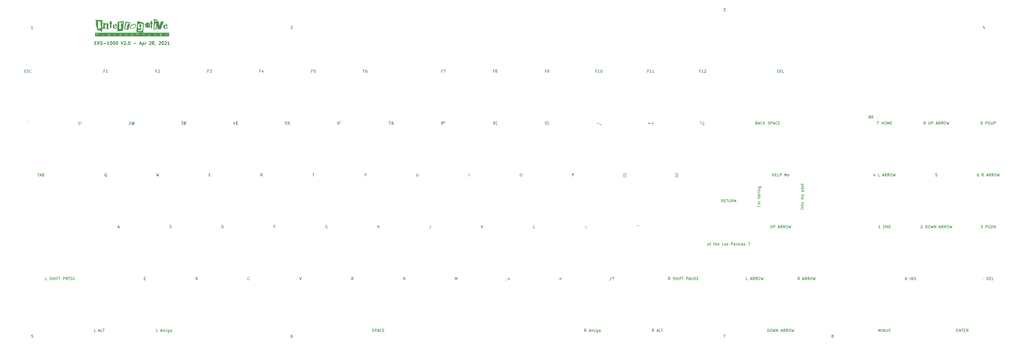
<source format=gto>
%TF.GenerationSoftware,KiCad,Pcbnew,5.1.9*%
%TF.CreationDate,2021-05-19T15:57:03-04:00*%
%TF.ProjectId,EKS-Mk2,454b532d-4d6b-4322-9e6b-696361645f70,2.1*%
%TF.SameCoordinates,Original*%
%TF.FileFunction,Legend,Top*%
%TF.FilePolarity,Positive*%
%FSLAX46Y46*%
G04 Gerber Fmt 4.6, Leading zero omitted, Abs format (unit mm)*
G04 Created by KiCad (PCBNEW 5.1.9) date 2021-05-19 15:57:03*
%MOMM*%
%LPD*%
G01*
G04 APERTURE LIST*
%ADD10C,0.150000*%
%ADD11C,0.250000*%
%ADD12C,0.010000*%
%ADD13C,0.120000*%
%ADD14C,3.200000*%
%ADD15O,1.700000X2.700000*%
%ADD16C,1.750000*%
%ADD17C,3.987800*%
%ADD18C,3.048000*%
G04 APERTURE END LIST*
D10*
X284614880Y-42695238D02*
X283948214Y-42695238D01*
X283614880Y-42695238D02*
X283662500Y-42742857D01*
X283710119Y-42695238D01*
X283662500Y-42647619D01*
X283614880Y-42695238D01*
X283710119Y-42695238D01*
X283948214Y-42219047D02*
X284614880Y-42219047D01*
X284043452Y-42219047D02*
X283995833Y-42171428D01*
X283948214Y-42076190D01*
X283948214Y-41933333D01*
X283995833Y-41838095D01*
X284091071Y-41790476D01*
X284614880Y-41790476D01*
X283948214Y-41457142D02*
X283948214Y-41076190D01*
X283614880Y-41314285D02*
X284472023Y-41314285D01*
X284567261Y-41266666D01*
X284614880Y-41171428D01*
X284614880Y-41076190D01*
X284614880Y-40600000D02*
X284567261Y-40695238D01*
X284519642Y-40742857D01*
X284424404Y-40790476D01*
X284138690Y-40790476D01*
X284043452Y-40742857D01*
X283995833Y-40695238D01*
X283948214Y-40600000D01*
X283948214Y-40457142D01*
X283995833Y-40361904D01*
X284043452Y-40314285D01*
X284138690Y-40266666D01*
X284424404Y-40266666D01*
X284519642Y-40314285D01*
X284567261Y-40361904D01*
X284614880Y-40457142D01*
X284614880Y-40600000D01*
X284614880Y-39076190D02*
X283948214Y-39076190D01*
X284043452Y-39076190D02*
X283995833Y-39028571D01*
X283948214Y-38933333D01*
X283948214Y-38790476D01*
X283995833Y-38695238D01*
X284091071Y-38647619D01*
X284614880Y-38647619D01*
X284091071Y-38647619D02*
X283995833Y-38600000D01*
X283948214Y-38504761D01*
X283948214Y-38361904D01*
X283995833Y-38266666D01*
X284091071Y-38219047D01*
X284614880Y-38219047D01*
X283948214Y-37838095D02*
X284614880Y-37600000D01*
X283948214Y-37361904D02*
X284614880Y-37600000D01*
X284852976Y-37695238D01*
X284900595Y-37742857D01*
X284948214Y-37838095D01*
X283948214Y-36219047D02*
X284948214Y-36219047D01*
X283995833Y-36219047D02*
X283948214Y-36123809D01*
X283948214Y-35933333D01*
X283995833Y-35838095D01*
X284043452Y-35790476D01*
X284138690Y-35742857D01*
X284424404Y-35742857D01*
X284519642Y-35790476D01*
X284567261Y-35838095D01*
X284614880Y-35933333D01*
X284614880Y-36123809D01*
X284567261Y-36219047D01*
X284614880Y-34885714D02*
X284091071Y-34885714D01*
X283995833Y-34933333D01*
X283948214Y-35028571D01*
X283948214Y-35219047D01*
X283995833Y-35314285D01*
X284567261Y-34885714D02*
X284614880Y-34980952D01*
X284614880Y-35219047D01*
X284567261Y-35314285D01*
X284472023Y-35361904D01*
X284376785Y-35361904D01*
X284281547Y-35314285D01*
X284233928Y-35219047D01*
X284233928Y-34980952D01*
X284186309Y-34885714D01*
X284567261Y-34457142D02*
X284614880Y-34361904D01*
X284614880Y-34171428D01*
X284567261Y-34076190D01*
X284472023Y-34028571D01*
X284424404Y-34028571D01*
X284329166Y-34076190D01*
X284281547Y-34171428D01*
X284281547Y-34314285D01*
X284233928Y-34409523D01*
X284138690Y-34457142D01*
X284091071Y-34457142D01*
X283995833Y-34409523D01*
X283948214Y-34314285D01*
X283948214Y-34171428D01*
X283995833Y-34076190D01*
X283948214Y-33742857D02*
X283948214Y-33361904D01*
X283614880Y-33600000D02*
X284472023Y-33600000D01*
X284567261Y-33552380D01*
X284614880Y-33457142D01*
X284614880Y-33361904D01*
X268739880Y-41790476D02*
X267739880Y-41790476D01*
X267739880Y-41266666D02*
X267930357Y-41361904D01*
X268739880Y-40838095D02*
X268073214Y-40838095D01*
X268168452Y-40838095D02*
X268120833Y-40790476D01*
X268073214Y-40695238D01*
X268073214Y-40552380D01*
X268120833Y-40457142D01*
X268216071Y-40409523D01*
X268739880Y-40409523D01*
X268216071Y-40409523D02*
X268120833Y-40361904D01*
X268073214Y-40266666D01*
X268073214Y-40123809D01*
X268120833Y-40028571D01*
X268216071Y-39980952D01*
X268739880Y-39980952D01*
X268073214Y-38885714D02*
X268073214Y-38504761D01*
X268739880Y-38742857D02*
X267882738Y-38742857D01*
X267787500Y-38695238D01*
X267739880Y-38600000D01*
X267739880Y-38504761D01*
X268739880Y-37742857D02*
X268216071Y-37742857D01*
X268120833Y-37790476D01*
X268073214Y-37885714D01*
X268073214Y-38076190D01*
X268120833Y-38171428D01*
X268692261Y-37742857D02*
X268739880Y-37838095D01*
X268739880Y-38076190D01*
X268692261Y-38171428D01*
X268597023Y-38219047D01*
X268501785Y-38219047D01*
X268406547Y-38171428D01*
X268358928Y-38076190D01*
X268358928Y-37838095D01*
X268311309Y-37742857D01*
X268739880Y-37123809D02*
X268692261Y-37219047D01*
X268597023Y-37266666D01*
X267739880Y-37266666D01*
X268739880Y-36600000D02*
X268692261Y-36695238D01*
X268597023Y-36742857D01*
X267739880Y-36742857D01*
X268739880Y-36219047D02*
X268073214Y-36219047D01*
X267739880Y-36219047D02*
X267787500Y-36266666D01*
X267835119Y-36219047D01*
X267787500Y-36171428D01*
X267739880Y-36219047D01*
X267835119Y-36219047D01*
X268073214Y-35742857D02*
X268739880Y-35742857D01*
X268168452Y-35742857D02*
X268120833Y-35695238D01*
X268073214Y-35600000D01*
X268073214Y-35457142D01*
X268120833Y-35361904D01*
X268216071Y-35314285D01*
X268739880Y-35314285D01*
X268073214Y-34409523D02*
X268882738Y-34409523D01*
X268977976Y-34457142D01*
X269025595Y-34504761D01*
X269073214Y-34600000D01*
X269073214Y-34742857D01*
X269025595Y-34838095D01*
X268692261Y-34409523D02*
X268739880Y-34504761D01*
X268739880Y-34695238D01*
X268692261Y-34790476D01*
X268644642Y-34838095D01*
X268549404Y-34885714D01*
X268263690Y-34885714D01*
X268168452Y-34838095D01*
X268120833Y-34790476D01*
X268073214Y-34695238D01*
X268073214Y-34504761D01*
X268120833Y-34409523D01*
X249651190Y-56014880D02*
X249555952Y-55967261D01*
X249508333Y-55919642D01*
X249460714Y-55824404D01*
X249460714Y-55538690D01*
X249508333Y-55443452D01*
X249555952Y-55395833D01*
X249651190Y-55348214D01*
X249794047Y-55348214D01*
X249889285Y-55395833D01*
X249936904Y-55443452D01*
X249984523Y-55538690D01*
X249984523Y-55824404D01*
X249936904Y-55919642D01*
X249889285Y-55967261D01*
X249794047Y-56014880D01*
X249651190Y-56014880D01*
X250270238Y-55348214D02*
X250651190Y-55348214D01*
X250413095Y-56014880D02*
X250413095Y-55157738D01*
X250460714Y-55062500D01*
X250555952Y-55014880D01*
X250651190Y-55014880D01*
X251603571Y-55348214D02*
X251984523Y-55348214D01*
X251746428Y-55014880D02*
X251746428Y-55872023D01*
X251794047Y-55967261D01*
X251889285Y-56014880D01*
X251984523Y-56014880D01*
X252317857Y-56014880D02*
X252317857Y-55014880D01*
X252746428Y-56014880D02*
X252746428Y-55491071D01*
X252698809Y-55395833D01*
X252603571Y-55348214D01*
X252460714Y-55348214D01*
X252365476Y-55395833D01*
X252317857Y-55443452D01*
X253603571Y-55967261D02*
X253508333Y-56014880D01*
X253317857Y-56014880D01*
X253222619Y-55967261D01*
X253175000Y-55872023D01*
X253175000Y-55491071D01*
X253222619Y-55395833D01*
X253317857Y-55348214D01*
X253508333Y-55348214D01*
X253603571Y-55395833D01*
X253651190Y-55491071D01*
X253651190Y-55586309D01*
X253175000Y-55681547D01*
X255317857Y-56014880D02*
X254841666Y-56014880D01*
X254841666Y-55014880D01*
X255794047Y-56014880D02*
X255698809Y-55967261D01*
X255651190Y-55919642D01*
X255603571Y-55824404D01*
X255603571Y-55538690D01*
X255651190Y-55443452D01*
X255698809Y-55395833D01*
X255794047Y-55348214D01*
X255936904Y-55348214D01*
X256032142Y-55395833D01*
X256079761Y-55443452D01*
X256127380Y-55538690D01*
X256127380Y-55824404D01*
X256079761Y-55919642D01*
X256032142Y-55967261D01*
X255936904Y-56014880D01*
X255794047Y-56014880D01*
X256508333Y-55967261D02*
X256603571Y-56014880D01*
X256794047Y-56014880D01*
X256889285Y-55967261D01*
X256936904Y-55872023D01*
X256936904Y-55824404D01*
X256889285Y-55729166D01*
X256794047Y-55681547D01*
X256651190Y-55681547D01*
X256555952Y-55633928D01*
X256508333Y-55538690D01*
X256508333Y-55491071D01*
X256555952Y-55395833D01*
X256651190Y-55348214D01*
X256794047Y-55348214D01*
X256889285Y-55395833D01*
X258127380Y-56014880D02*
X258127380Y-55014880D01*
X258508333Y-55014880D01*
X258603571Y-55062500D01*
X258651190Y-55110119D01*
X258698809Y-55205357D01*
X258698809Y-55348214D01*
X258651190Y-55443452D01*
X258603571Y-55491071D01*
X258508333Y-55538690D01*
X258127380Y-55538690D01*
X259555952Y-56014880D02*
X259555952Y-55491071D01*
X259508333Y-55395833D01*
X259413095Y-55348214D01*
X259222619Y-55348214D01*
X259127380Y-55395833D01*
X259555952Y-55967261D02*
X259460714Y-56014880D01*
X259222619Y-56014880D01*
X259127380Y-55967261D01*
X259079761Y-55872023D01*
X259079761Y-55776785D01*
X259127380Y-55681547D01*
X259222619Y-55633928D01*
X259460714Y-55633928D01*
X259555952Y-55586309D01*
X260175000Y-56014880D02*
X260079761Y-55967261D01*
X260032142Y-55872023D01*
X260032142Y-55014880D01*
X260555952Y-56014880D02*
X260555952Y-55348214D01*
X260555952Y-55443452D02*
X260603571Y-55395833D01*
X260698809Y-55348214D01*
X260841666Y-55348214D01*
X260936904Y-55395833D01*
X260984523Y-55491071D01*
X260984523Y-56014880D01*
X260984523Y-55491071D02*
X261032142Y-55395833D01*
X261127380Y-55348214D01*
X261270238Y-55348214D01*
X261365476Y-55395833D01*
X261413095Y-55491071D01*
X261413095Y-56014880D01*
X262317857Y-56014880D02*
X262317857Y-55491071D01*
X262270238Y-55395833D01*
X262175000Y-55348214D01*
X261984523Y-55348214D01*
X261889285Y-55395833D01*
X262317857Y-55967261D02*
X262222619Y-56014880D01*
X261984523Y-56014880D01*
X261889285Y-55967261D01*
X261841666Y-55872023D01*
X261841666Y-55776785D01*
X261889285Y-55681547D01*
X261984523Y-55633928D01*
X262222619Y-55633928D01*
X262317857Y-55586309D01*
X262746428Y-55967261D02*
X262841666Y-56014880D01*
X263032142Y-56014880D01*
X263127380Y-55967261D01*
X263175000Y-55872023D01*
X263175000Y-55824404D01*
X263127380Y-55729166D01*
X263032142Y-55681547D01*
X262889285Y-55681547D01*
X262794047Y-55633928D01*
X262746428Y-55538690D01*
X262746428Y-55491071D01*
X262794047Y-55395833D01*
X262889285Y-55348214D01*
X263032142Y-55348214D01*
X263127380Y-55395833D01*
X264270238Y-55014880D02*
X264936904Y-55014880D01*
X264508333Y-56014880D01*
D11*
X24566285Y18368357D02*
X24941285Y18368357D01*
X25101999Y17779071D02*
X24566285Y17779071D01*
X24566285Y18904071D01*
X25101999Y18904071D01*
X25584142Y17779071D02*
X25584142Y18904071D01*
X26226999Y17779071D02*
X25744857Y18421928D01*
X26226999Y18904071D02*
X25584142Y18261214D01*
X26655571Y17832642D02*
X26816285Y17779071D01*
X27084142Y17779071D01*
X27191285Y17832642D01*
X27244857Y17886214D01*
X27298428Y17993357D01*
X27298428Y18100500D01*
X27244857Y18207642D01*
X27191285Y18261214D01*
X27084142Y18314785D01*
X26869857Y18368357D01*
X26762714Y18421928D01*
X26709142Y18475500D01*
X26655571Y18582642D01*
X26655571Y18689785D01*
X26709142Y18796928D01*
X26762714Y18850500D01*
X26869857Y18904071D01*
X27137714Y18904071D01*
X27298428Y18850500D01*
X27780571Y18207642D02*
X28637714Y18207642D01*
X29762714Y17779071D02*
X29119857Y17779071D01*
X29441285Y17779071D02*
X29441285Y18904071D01*
X29334142Y18743357D01*
X29226999Y18636214D01*
X29119857Y18582642D01*
X30459142Y18904071D02*
X30566285Y18904071D01*
X30673428Y18850500D01*
X30726999Y18796928D01*
X30780571Y18689785D01*
X30834142Y18475500D01*
X30834142Y18207642D01*
X30780571Y17993357D01*
X30726999Y17886214D01*
X30673428Y17832642D01*
X30566285Y17779071D01*
X30459142Y17779071D01*
X30351999Y17832642D01*
X30298428Y17886214D01*
X30244857Y17993357D01*
X30191285Y18207642D01*
X30191285Y18475500D01*
X30244857Y18689785D01*
X30298428Y18796928D01*
X30351999Y18850500D01*
X30459142Y18904071D01*
X31530571Y18904071D02*
X31637714Y18904071D01*
X31744857Y18850500D01*
X31798428Y18796928D01*
X31851999Y18689785D01*
X31905571Y18475500D01*
X31905571Y18207642D01*
X31851999Y17993357D01*
X31798428Y17886214D01*
X31744857Y17832642D01*
X31637714Y17779071D01*
X31530571Y17779071D01*
X31423428Y17832642D01*
X31369857Y17886214D01*
X31316285Y17993357D01*
X31262714Y18207642D01*
X31262714Y18475500D01*
X31316285Y18689785D01*
X31369857Y18796928D01*
X31423428Y18850500D01*
X31530571Y18904071D01*
X32601999Y18904071D02*
X32709142Y18904071D01*
X32816285Y18850500D01*
X32869857Y18796928D01*
X32923428Y18689785D01*
X32976999Y18475500D01*
X32976999Y18207642D01*
X32923428Y17993357D01*
X32869857Y17886214D01*
X32816285Y17832642D01*
X32709142Y17779071D01*
X32601999Y17779071D01*
X32494857Y17832642D01*
X32441285Y17886214D01*
X32387714Y17993357D01*
X32334142Y18207642D01*
X32334142Y18475500D01*
X32387714Y18689785D01*
X32441285Y18796928D01*
X32494857Y18850500D01*
X32601999Y18904071D01*
X34155571Y18904071D02*
X34530571Y17779071D01*
X34905571Y18904071D01*
X35226999Y18796928D02*
X35280571Y18850500D01*
X35387714Y18904071D01*
X35655571Y18904071D01*
X35762714Y18850500D01*
X35816285Y18796928D01*
X35869857Y18689785D01*
X35869857Y18582642D01*
X35816285Y18421928D01*
X35173428Y17779071D01*
X35869857Y17779071D01*
X36351999Y17886214D02*
X36405571Y17832642D01*
X36351999Y17779071D01*
X36298428Y17832642D01*
X36351999Y17886214D01*
X36351999Y17779071D01*
X37101999Y18904071D02*
X37209142Y18904071D01*
X37316285Y18850500D01*
X37369857Y18796928D01*
X37423428Y18689785D01*
X37476999Y18475500D01*
X37476999Y18207642D01*
X37423428Y17993357D01*
X37369857Y17886214D01*
X37316285Y17832642D01*
X37209142Y17779071D01*
X37101999Y17779071D01*
X36994857Y17832642D01*
X36941285Y17886214D01*
X36887714Y17993357D01*
X36834142Y18207642D01*
X36834142Y18475500D01*
X36887714Y18689785D01*
X36941285Y18796928D01*
X36994857Y18850500D01*
X37101999Y18904071D01*
X38816285Y18207642D02*
X39673428Y18207642D01*
X41012714Y18100500D02*
X41548428Y18100500D01*
X40905571Y17779071D02*
X41280571Y18904071D01*
X41655571Y17779071D01*
X42030571Y18529071D02*
X42030571Y17404071D01*
X42030571Y18475500D02*
X42137714Y18529071D01*
X42351999Y18529071D01*
X42459142Y18475500D01*
X42512714Y18421928D01*
X42566285Y18314785D01*
X42566285Y17993357D01*
X42512714Y17886214D01*
X42459142Y17832642D01*
X42351999Y17779071D01*
X42137714Y17779071D01*
X42030571Y17832642D01*
X43048428Y17779071D02*
X43048428Y18529071D01*
X43048428Y18314785D02*
X43101999Y18421928D01*
X43155571Y18475500D01*
X43262714Y18529071D01*
X43369857Y18529071D01*
X44548428Y18796928D02*
X44601999Y18850500D01*
X44709142Y18904071D01*
X44976999Y18904071D01*
X45084142Y18850500D01*
X45137714Y18796928D01*
X45191285Y18689785D01*
X45191285Y18582642D01*
X45137714Y18421928D01*
X44494857Y17779071D01*
X45191285Y17779071D01*
X45834142Y18421928D02*
X45726999Y18475500D01*
X45673428Y18529071D01*
X45619857Y18636214D01*
X45619857Y18689785D01*
X45673428Y18796928D01*
X45726999Y18850500D01*
X45834142Y18904071D01*
X46048428Y18904071D01*
X46155571Y18850500D01*
X46209142Y18796928D01*
X46262714Y18689785D01*
X46262714Y18636214D01*
X46209142Y18529071D01*
X46155571Y18475500D01*
X46048428Y18421928D01*
X45834142Y18421928D01*
X45726999Y18368357D01*
X45673428Y18314785D01*
X45619857Y18207642D01*
X45619857Y17993357D01*
X45673428Y17886214D01*
X45726999Y17832642D01*
X45834142Y17779071D01*
X46048428Y17779071D01*
X46155571Y17832642D01*
X46209142Y17886214D01*
X46262714Y17993357D01*
X46262714Y18207642D01*
X46209142Y18314785D01*
X46155571Y18368357D01*
X46048428Y18421928D01*
X46798428Y17832642D02*
X46798428Y17779071D01*
X46744857Y17671928D01*
X46691285Y17618357D01*
X48084142Y18796928D02*
X48137714Y18850500D01*
X48244857Y18904071D01*
X48512714Y18904071D01*
X48619857Y18850500D01*
X48673428Y18796928D01*
X48726999Y18689785D01*
X48726999Y18582642D01*
X48673428Y18421928D01*
X48030571Y17779071D01*
X48726999Y17779071D01*
X49423428Y18904071D02*
X49530571Y18904071D01*
X49637714Y18850500D01*
X49691285Y18796928D01*
X49744857Y18689785D01*
X49798428Y18475500D01*
X49798428Y18207642D01*
X49744857Y17993357D01*
X49691285Y17886214D01*
X49637714Y17832642D01*
X49530571Y17779071D01*
X49423428Y17779071D01*
X49316285Y17832642D01*
X49262714Y17886214D01*
X49209142Y17993357D01*
X49155571Y18207642D01*
X49155571Y18475500D01*
X49209142Y18689785D01*
X49262714Y18796928D01*
X49316285Y18850500D01*
X49423428Y18904071D01*
X50226999Y18796928D02*
X50280571Y18850500D01*
X50387714Y18904071D01*
X50655571Y18904071D01*
X50762714Y18850500D01*
X50816285Y18796928D01*
X50869857Y18689785D01*
X50869857Y18582642D01*
X50816285Y18421928D01*
X50173428Y17779071D01*
X50869857Y17779071D01*
X51941285Y17779071D02*
X51298428Y17779071D01*
X51619857Y17779071D02*
X51619857Y18904071D01*
X51512714Y18743357D01*
X51405571Y18636214D01*
X51298428Y18582642D01*
D12*
%TO.C,G\u002A\u002A\u002A*%
G36*
X51773667Y20870333D02*
G01*
X24680334Y20870333D01*
X24680334Y21780500D01*
X25019000Y21780500D01*
X25019000Y21124333D01*
X25146000Y21124333D01*
X25146000Y21526500D01*
X25421167Y21526500D01*
X25421167Y21124333D01*
X25548167Y21124333D01*
X25548167Y21653500D01*
X25823334Y21653500D01*
X25823334Y21124333D01*
X25950334Y21124333D01*
X25950334Y21780500D01*
X27537834Y21780500D01*
X27537834Y21124333D01*
X27791834Y21124333D01*
X27791834Y21526500D01*
X27664834Y21526500D01*
X27664834Y21780500D01*
X29379334Y21780500D01*
X29379334Y21124333D01*
X30183667Y21124333D01*
X30183667Y21399500D01*
X30120167Y21399500D01*
X30077504Y21395370D01*
X30060005Y21374422D01*
X30056667Y21325416D01*
X30056667Y21251333D01*
X29654500Y21251333D01*
X29654500Y21526500D01*
X29591000Y21526500D01*
X29546023Y21531745D01*
X29529446Y21556485D01*
X29527500Y21590000D01*
X29527500Y21653500D01*
X30056667Y21653500D01*
X30056667Y21590000D01*
X30061912Y21545023D01*
X30086652Y21528445D01*
X30120167Y21526500D01*
X30183667Y21526500D01*
X30183667Y21780500D01*
X31496000Y21780500D01*
X31496000Y21124333D01*
X31771167Y21124333D01*
X31771167Y21526500D01*
X31707667Y21526500D01*
X31662690Y21531745D01*
X31646112Y21556485D01*
X31644167Y21590000D01*
X31644167Y21653500D01*
X32173334Y21653500D01*
X32173334Y21780500D01*
X33612667Y21780500D01*
X33612667Y21124333D01*
X34417000Y21124333D01*
X34417000Y21780500D01*
X35729334Y21780500D01*
X35729334Y21124333D01*
X36533667Y21124333D01*
X36533667Y21399500D01*
X36470167Y21399500D01*
X36427504Y21395370D01*
X36410005Y21374422D01*
X36406667Y21325416D01*
X36406667Y21251333D01*
X36004500Y21251333D01*
X36004500Y21526500D01*
X35941000Y21526500D01*
X35896023Y21531745D01*
X35879446Y21556485D01*
X35877500Y21590000D01*
X35877500Y21653500D01*
X36406667Y21653500D01*
X36406667Y21590000D01*
X36411912Y21545023D01*
X36436652Y21528445D01*
X36470167Y21526500D01*
X36533667Y21526500D01*
X36533667Y21780500D01*
X37846000Y21780500D01*
X37846000Y21124333D01*
X38650334Y21124333D01*
X38650334Y21780500D01*
X39835667Y21780500D01*
X39835667Y21124333D01*
X39962667Y21124333D01*
X39962667Y21526500D01*
X40237834Y21526500D01*
X40237834Y21124333D01*
X40364834Y21124333D01*
X40364834Y21653500D01*
X40640000Y21653500D01*
X40640000Y21124333D01*
X40767000Y21124333D01*
X40767000Y21780500D01*
X42079334Y21780500D01*
X42079334Y20997333D01*
X42227500Y20997333D01*
X42227500Y21251333D01*
X42883667Y21251333D01*
X42883667Y21780500D01*
X44196000Y21780500D01*
X44196000Y21124333D01*
X45000334Y21124333D01*
X45000334Y21717000D01*
X46460834Y21717000D01*
X46466078Y21672023D01*
X46490818Y21655445D01*
X46524334Y21653500D01*
X46587834Y21653500D01*
X46587834Y21124333D01*
X46841834Y21124333D01*
X46841834Y21526500D01*
X46778334Y21526500D01*
X46733356Y21531745D01*
X46716779Y21556485D01*
X46714834Y21590000D01*
X46714834Y21653500D01*
X46990000Y21653500D01*
X46990000Y21780500D01*
X48429334Y21780500D01*
X48429334Y21124333D01*
X49233667Y21124333D01*
X49233667Y21251333D01*
X48704500Y21251333D01*
X48704500Y21399500D01*
X49233667Y21399500D01*
X49233667Y21780500D01*
X50546000Y21780500D01*
X50546000Y21124333D01*
X50821167Y21124333D01*
X50821167Y21526500D01*
X50757667Y21526500D01*
X50712690Y21531745D01*
X50696112Y21556485D01*
X50694167Y21590000D01*
X50694167Y21653500D01*
X51223334Y21653500D01*
X51223334Y21780500D01*
X50546000Y21780500D01*
X49233667Y21780500D01*
X48429334Y21780500D01*
X46990000Y21780500D01*
X46714834Y21780500D01*
X46714834Y22055666D01*
X46587834Y22055666D01*
X46587834Y21780500D01*
X46524334Y21780500D01*
X46479356Y21775255D01*
X46462779Y21750515D01*
X46460834Y21717000D01*
X45000334Y21717000D01*
X45000334Y21780500D01*
X44873334Y21780500D01*
X44873334Y21251333D01*
X44471167Y21251333D01*
X44471167Y21526500D01*
X44344167Y21526500D01*
X44344167Y21780500D01*
X44196000Y21780500D01*
X42883667Y21780500D01*
X42079334Y21780500D01*
X40767000Y21780500D01*
X39835667Y21780500D01*
X38650334Y21780500D01*
X37846000Y21780500D01*
X36533667Y21780500D01*
X35729334Y21780500D01*
X34417000Y21780500D01*
X33612667Y21780500D01*
X32173334Y21780500D01*
X31496000Y21780500D01*
X30183667Y21780500D01*
X29379334Y21780500D01*
X27664834Y21780500D01*
X27537834Y21780500D01*
X25950334Y21780500D01*
X25019000Y21780500D01*
X24680334Y21780500D01*
X24680334Y21992166D01*
X27537834Y21992166D01*
X27543078Y21947189D01*
X27567818Y21930612D01*
X27601334Y21928666D01*
X27646311Y21933911D01*
X27662888Y21958651D01*
X27664834Y21992166D01*
X27659589Y22037144D01*
X27634849Y22053721D01*
X27601334Y22055666D01*
X27556356Y22050422D01*
X27539779Y22025682D01*
X27537834Y21992166D01*
X24680334Y21992166D01*
X24680334Y22161500D01*
X51773667Y22161500D01*
X51773667Y20870333D01*
G37*
X51773667Y20870333D02*
X24680334Y20870333D01*
X24680334Y21780500D01*
X25019000Y21780500D01*
X25019000Y21124333D01*
X25146000Y21124333D01*
X25146000Y21526500D01*
X25421167Y21526500D01*
X25421167Y21124333D01*
X25548167Y21124333D01*
X25548167Y21653500D01*
X25823334Y21653500D01*
X25823334Y21124333D01*
X25950334Y21124333D01*
X25950334Y21780500D01*
X27537834Y21780500D01*
X27537834Y21124333D01*
X27791834Y21124333D01*
X27791834Y21526500D01*
X27664834Y21526500D01*
X27664834Y21780500D01*
X29379334Y21780500D01*
X29379334Y21124333D01*
X30183667Y21124333D01*
X30183667Y21399500D01*
X30120167Y21399500D01*
X30077504Y21395370D01*
X30060005Y21374422D01*
X30056667Y21325416D01*
X30056667Y21251333D01*
X29654500Y21251333D01*
X29654500Y21526500D01*
X29591000Y21526500D01*
X29546023Y21531745D01*
X29529446Y21556485D01*
X29527500Y21590000D01*
X29527500Y21653500D01*
X30056667Y21653500D01*
X30056667Y21590000D01*
X30061912Y21545023D01*
X30086652Y21528445D01*
X30120167Y21526500D01*
X30183667Y21526500D01*
X30183667Y21780500D01*
X31496000Y21780500D01*
X31496000Y21124333D01*
X31771167Y21124333D01*
X31771167Y21526500D01*
X31707667Y21526500D01*
X31662690Y21531745D01*
X31646112Y21556485D01*
X31644167Y21590000D01*
X31644167Y21653500D01*
X32173334Y21653500D01*
X32173334Y21780500D01*
X33612667Y21780500D01*
X33612667Y21124333D01*
X34417000Y21124333D01*
X34417000Y21780500D01*
X35729334Y21780500D01*
X35729334Y21124333D01*
X36533667Y21124333D01*
X36533667Y21399500D01*
X36470167Y21399500D01*
X36427504Y21395370D01*
X36410005Y21374422D01*
X36406667Y21325416D01*
X36406667Y21251333D01*
X36004500Y21251333D01*
X36004500Y21526500D01*
X35941000Y21526500D01*
X35896023Y21531745D01*
X35879446Y21556485D01*
X35877500Y21590000D01*
X35877500Y21653500D01*
X36406667Y21653500D01*
X36406667Y21590000D01*
X36411912Y21545023D01*
X36436652Y21528445D01*
X36470167Y21526500D01*
X36533667Y21526500D01*
X36533667Y21780500D01*
X37846000Y21780500D01*
X37846000Y21124333D01*
X38650334Y21124333D01*
X38650334Y21780500D01*
X39835667Y21780500D01*
X39835667Y21124333D01*
X39962667Y21124333D01*
X39962667Y21526500D01*
X40237834Y21526500D01*
X40237834Y21124333D01*
X40364834Y21124333D01*
X40364834Y21653500D01*
X40640000Y21653500D01*
X40640000Y21124333D01*
X40767000Y21124333D01*
X40767000Y21780500D01*
X42079334Y21780500D01*
X42079334Y20997333D01*
X42227500Y20997333D01*
X42227500Y21251333D01*
X42883667Y21251333D01*
X42883667Y21780500D01*
X44196000Y21780500D01*
X44196000Y21124333D01*
X45000334Y21124333D01*
X45000334Y21717000D01*
X46460834Y21717000D01*
X46466078Y21672023D01*
X46490818Y21655445D01*
X46524334Y21653500D01*
X46587834Y21653500D01*
X46587834Y21124333D01*
X46841834Y21124333D01*
X46841834Y21526500D01*
X46778334Y21526500D01*
X46733356Y21531745D01*
X46716779Y21556485D01*
X46714834Y21590000D01*
X46714834Y21653500D01*
X46990000Y21653500D01*
X46990000Y21780500D01*
X48429334Y21780500D01*
X48429334Y21124333D01*
X49233667Y21124333D01*
X49233667Y21251333D01*
X48704500Y21251333D01*
X48704500Y21399500D01*
X49233667Y21399500D01*
X49233667Y21780500D01*
X50546000Y21780500D01*
X50546000Y21124333D01*
X50821167Y21124333D01*
X50821167Y21526500D01*
X50757667Y21526500D01*
X50712690Y21531745D01*
X50696112Y21556485D01*
X50694167Y21590000D01*
X50694167Y21653500D01*
X51223334Y21653500D01*
X51223334Y21780500D01*
X50546000Y21780500D01*
X49233667Y21780500D01*
X48429334Y21780500D01*
X46990000Y21780500D01*
X46714834Y21780500D01*
X46714834Y22055666D01*
X46587834Y22055666D01*
X46587834Y21780500D01*
X46524334Y21780500D01*
X46479356Y21775255D01*
X46462779Y21750515D01*
X46460834Y21717000D01*
X45000334Y21717000D01*
X45000334Y21780500D01*
X44873334Y21780500D01*
X44873334Y21251333D01*
X44471167Y21251333D01*
X44471167Y21526500D01*
X44344167Y21526500D01*
X44344167Y21780500D01*
X44196000Y21780500D01*
X42883667Y21780500D01*
X42079334Y21780500D01*
X40767000Y21780500D01*
X39835667Y21780500D01*
X38650334Y21780500D01*
X37846000Y21780500D01*
X36533667Y21780500D01*
X35729334Y21780500D01*
X34417000Y21780500D01*
X33612667Y21780500D01*
X32173334Y21780500D01*
X31496000Y21780500D01*
X30183667Y21780500D01*
X29379334Y21780500D01*
X27664834Y21780500D01*
X27537834Y21780500D01*
X25950334Y21780500D01*
X25019000Y21780500D01*
X24680334Y21780500D01*
X24680334Y21992166D01*
X27537834Y21992166D01*
X27543078Y21947189D01*
X27567818Y21930612D01*
X27601334Y21928666D01*
X27646311Y21933911D01*
X27662888Y21958651D01*
X27664834Y21992166D01*
X27659589Y22037144D01*
X27634849Y22053721D01*
X27601334Y22055666D01*
X27556356Y22050422D01*
X27539779Y22025682D01*
X27537834Y21992166D01*
X24680334Y21992166D01*
X24680334Y22161500D01*
X51773667Y22161500D01*
X51773667Y20870333D01*
G36*
X40214561Y26372698D02*
G01*
X40273409Y26360119D01*
X40364146Y26338942D01*
X40482266Y26310334D01*
X40623264Y26275460D01*
X40782637Y26235485D01*
X40955877Y26191574D01*
X41138481Y26144892D01*
X41325944Y26096604D01*
X41513759Y26047875D01*
X41697423Y25999871D01*
X41872430Y25953757D01*
X42034275Y25910697D01*
X42178453Y25871857D01*
X42300459Y25838403D01*
X42395787Y25811498D01*
X42459934Y25792309D01*
X42488393Y25782000D01*
X42489183Y25781428D01*
X42490595Y25757905D01*
X42488773Y25696010D01*
X42484008Y25599556D01*
X42476591Y25472356D01*
X42466813Y25318226D01*
X42454966Y25140979D01*
X42441340Y24944428D01*
X42426227Y24732388D01*
X42409919Y24508672D01*
X42392705Y24277093D01*
X42374878Y24041467D01*
X42356729Y23805606D01*
X42338549Y23573325D01*
X42320629Y23348437D01*
X42303260Y23134755D01*
X42286734Y22936095D01*
X42271341Y22756269D01*
X42257373Y22599092D01*
X42245122Y22468377D01*
X42234878Y22367938D01*
X42226932Y22301589D01*
X42221576Y22273144D01*
X42221271Y22272625D01*
X42213696Y22264854D01*
X42201794Y22258671D01*
X42182383Y22254233D01*
X42152280Y22251702D01*
X42108303Y22251236D01*
X42047270Y22252995D01*
X41965999Y22257139D01*
X41861307Y22263826D01*
X41730011Y22273217D01*
X41568930Y22285471D01*
X41374882Y22300747D01*
X41144683Y22319205D01*
X40904584Y22338620D01*
X39825084Y22426083D01*
X39830166Y22510750D01*
X39834441Y22570464D01*
X39842119Y22665203D01*
X39852863Y22791367D01*
X39866336Y22945355D01*
X39882200Y23123567D01*
X39900118Y23322404D01*
X39919754Y23538264D01*
X39940770Y23767548D01*
X39962828Y24006655D01*
X39985593Y24251986D01*
X40008725Y24499940D01*
X40009731Y24510666D01*
X40207676Y24510666D01*
X40220557Y24322227D01*
X40260561Y24143583D01*
X40325995Y23980611D01*
X40415166Y23839189D01*
X40526382Y23725194D01*
X40625317Y23660148D01*
X40699510Y23630591D01*
X40786320Y23616165D01*
X40863005Y23613289D01*
X41004755Y23626922D01*
X41133413Y23671619D01*
X41256473Y23750960D01*
X41368492Y23854796D01*
X41425410Y23913111D01*
X41471028Y23957321D01*
X41497795Y23980198D01*
X41501201Y23981833D01*
X41504819Y23961980D01*
X41506629Y23907605D01*
X41506559Y23826482D01*
X41504537Y23726388D01*
X41503785Y23701375D01*
X41498881Y23579612D01*
X41492289Y23491010D01*
X41482644Y23426397D01*
X41468582Y23376600D01*
X41449007Y23332959D01*
X41385645Y23238256D01*
X41306264Y23172405D01*
X41204985Y23132790D01*
X41075932Y23116794D01*
X40966739Y23118205D01*
X40864837Y23126525D01*
X40784414Y23142557D01*
X40704679Y23171731D01*
X40633059Y23205387D01*
X40556083Y23241576D01*
X40490966Y23268832D01*
X40448954Y23282546D01*
X40442739Y23283333D01*
X40417946Y23265672D01*
X40382072Y23219603D01*
X40341010Y23155501D01*
X40300654Y23083740D01*
X40266897Y23014692D01*
X40245635Y22958732D01*
X40241722Y22929523D01*
X40267683Y22890531D01*
X40326575Y22846478D01*
X40410100Y22801912D01*
X40509959Y22761379D01*
X40597667Y22734482D01*
X40709464Y22713343D01*
X40849091Y22698908D01*
X41002517Y22691583D01*
X41155711Y22691772D01*
X41294640Y22699881D01*
X41383236Y22711808D01*
X41523670Y22752117D01*
X41667452Y22817959D01*
X41799026Y22901009D01*
X41897286Y22986912D01*
X42000218Y23122478D01*
X42086224Y23287094D01*
X42149831Y23469053D01*
X42174744Y23580408D01*
X42183112Y23649099D01*
X42190307Y23749663D01*
X42196313Y23876425D01*
X42201117Y24023712D01*
X42204704Y24185846D01*
X42207060Y24357154D01*
X42208171Y24531959D01*
X42208022Y24704588D01*
X42206600Y24869365D01*
X42203890Y25020614D01*
X42199877Y25152661D01*
X42194548Y25259831D01*
X42187888Y25336449D01*
X42179884Y25376838D01*
X42179255Y25378198D01*
X42119042Y25452365D01*
X42021033Y25515121D01*
X41888500Y25565324D01*
X41724715Y25601833D01*
X41532951Y25623507D01*
X41465500Y25627152D01*
X41344694Y25630896D01*
X41252862Y25630024D01*
X41176795Y25623442D01*
X41103281Y25610057D01*
X41026646Y25590822D01*
X40818651Y25514892D01*
X40638047Y25407637D01*
X40486441Y25270538D01*
X40365442Y25105077D01*
X40276656Y24912736D01*
X40270055Y24893420D01*
X40223611Y24703023D01*
X40207676Y24510666D01*
X40009731Y24510666D01*
X40031890Y24746916D01*
X40054748Y24989316D01*
X40076964Y25223539D01*
X40098199Y25445983D01*
X40118117Y25653051D01*
X40136381Y25841140D01*
X40152653Y26006651D01*
X40166596Y26145984D01*
X40177874Y26255539D01*
X40186148Y26331715D01*
X40191083Y26370913D01*
X40192107Y26375516D01*
X40214561Y26372698D01*
G37*
X40214561Y26372698D02*
X40273409Y26360119D01*
X40364146Y26338942D01*
X40482266Y26310334D01*
X40623264Y26275460D01*
X40782637Y26235485D01*
X40955877Y26191574D01*
X41138481Y26144892D01*
X41325944Y26096604D01*
X41513759Y26047875D01*
X41697423Y25999871D01*
X41872430Y25953757D01*
X42034275Y25910697D01*
X42178453Y25871857D01*
X42300459Y25838403D01*
X42395787Y25811498D01*
X42459934Y25792309D01*
X42488393Y25782000D01*
X42489183Y25781428D01*
X42490595Y25757905D01*
X42488773Y25696010D01*
X42484008Y25599556D01*
X42476591Y25472356D01*
X42466813Y25318226D01*
X42454966Y25140979D01*
X42441340Y24944428D01*
X42426227Y24732388D01*
X42409919Y24508672D01*
X42392705Y24277093D01*
X42374878Y24041467D01*
X42356729Y23805606D01*
X42338549Y23573325D01*
X42320629Y23348437D01*
X42303260Y23134755D01*
X42286734Y22936095D01*
X42271341Y22756269D01*
X42257373Y22599092D01*
X42245122Y22468377D01*
X42234878Y22367938D01*
X42226932Y22301589D01*
X42221576Y22273144D01*
X42221271Y22272625D01*
X42213696Y22264854D01*
X42201794Y22258671D01*
X42182383Y22254233D01*
X42152280Y22251702D01*
X42108303Y22251236D01*
X42047270Y22252995D01*
X41965999Y22257139D01*
X41861307Y22263826D01*
X41730011Y22273217D01*
X41568930Y22285471D01*
X41374882Y22300747D01*
X41144683Y22319205D01*
X40904584Y22338620D01*
X39825084Y22426083D01*
X39830166Y22510750D01*
X39834441Y22570464D01*
X39842119Y22665203D01*
X39852863Y22791367D01*
X39866336Y22945355D01*
X39882200Y23123567D01*
X39900118Y23322404D01*
X39919754Y23538264D01*
X39940770Y23767548D01*
X39962828Y24006655D01*
X39985593Y24251986D01*
X40008725Y24499940D01*
X40009731Y24510666D01*
X40207676Y24510666D01*
X40220557Y24322227D01*
X40260561Y24143583D01*
X40325995Y23980611D01*
X40415166Y23839189D01*
X40526382Y23725194D01*
X40625317Y23660148D01*
X40699510Y23630591D01*
X40786320Y23616165D01*
X40863005Y23613289D01*
X41004755Y23626922D01*
X41133413Y23671619D01*
X41256473Y23750960D01*
X41368492Y23854796D01*
X41425410Y23913111D01*
X41471028Y23957321D01*
X41497795Y23980198D01*
X41501201Y23981833D01*
X41504819Y23961980D01*
X41506629Y23907605D01*
X41506559Y23826482D01*
X41504537Y23726388D01*
X41503785Y23701375D01*
X41498881Y23579612D01*
X41492289Y23491010D01*
X41482644Y23426397D01*
X41468582Y23376600D01*
X41449007Y23332959D01*
X41385645Y23238256D01*
X41306264Y23172405D01*
X41204985Y23132790D01*
X41075932Y23116794D01*
X40966739Y23118205D01*
X40864837Y23126525D01*
X40784414Y23142557D01*
X40704679Y23171731D01*
X40633059Y23205387D01*
X40556083Y23241576D01*
X40490966Y23268832D01*
X40448954Y23282546D01*
X40442739Y23283333D01*
X40417946Y23265672D01*
X40382072Y23219603D01*
X40341010Y23155501D01*
X40300654Y23083740D01*
X40266897Y23014692D01*
X40245635Y22958732D01*
X40241722Y22929523D01*
X40267683Y22890531D01*
X40326575Y22846478D01*
X40410100Y22801912D01*
X40509959Y22761379D01*
X40597667Y22734482D01*
X40709464Y22713343D01*
X40849091Y22698908D01*
X41002517Y22691583D01*
X41155711Y22691772D01*
X41294640Y22699881D01*
X41383236Y22711808D01*
X41523670Y22752117D01*
X41667452Y22817959D01*
X41799026Y22901009D01*
X41897286Y22986912D01*
X42000218Y23122478D01*
X42086224Y23287094D01*
X42149831Y23469053D01*
X42174744Y23580408D01*
X42183112Y23649099D01*
X42190307Y23749663D01*
X42196313Y23876425D01*
X42201117Y24023712D01*
X42204704Y24185846D01*
X42207060Y24357154D01*
X42208171Y24531959D01*
X42208022Y24704588D01*
X42206600Y24869365D01*
X42203890Y25020614D01*
X42199877Y25152661D01*
X42194548Y25259831D01*
X42187888Y25336449D01*
X42179884Y25376838D01*
X42179255Y25378198D01*
X42119042Y25452365D01*
X42021033Y25515121D01*
X41888500Y25565324D01*
X41724715Y25601833D01*
X41532951Y25623507D01*
X41465500Y25627152D01*
X41344694Y25630896D01*
X41252862Y25630024D01*
X41176795Y25623442D01*
X41103281Y25610057D01*
X41026646Y25590822D01*
X40818651Y25514892D01*
X40638047Y25407637D01*
X40486441Y25270538D01*
X40365442Y25105077D01*
X40276656Y24912736D01*
X40270055Y24893420D01*
X40223611Y24703023D01*
X40207676Y24510666D01*
X40009731Y24510666D01*
X40031890Y24746916D01*
X40054748Y24989316D01*
X40076964Y25223539D01*
X40098199Y25445983D01*
X40118117Y25653051D01*
X40136381Y25841140D01*
X40152653Y26006651D01*
X40166596Y26145984D01*
X40177874Y26255539D01*
X40186148Y26331715D01*
X40191083Y26370913D01*
X40192107Y26375516D01*
X40214561Y26372698D01*
G36*
X24997000Y26959667D02*
G01*
X25055936Y26920010D01*
X25079189Y26882030D01*
X25098908Y26843442D01*
X25122563Y26826425D01*
X25164379Y26825358D01*
X25209073Y26830691D01*
X25276005Y26836064D01*
X25318623Y26827362D01*
X25353619Y26801040D01*
X25354965Y26799701D01*
X25385555Y26775016D01*
X25421838Y26763978D01*
X25477604Y26764102D01*
X25527363Y26768628D01*
X25596845Y26778475D01*
X25647668Y26790501D01*
X25666490Y26800084D01*
X25689486Y26804317D01*
X25749082Y26807991D01*
X25839550Y26811098D01*
X25955164Y26813630D01*
X26090194Y26815580D01*
X26238915Y26816939D01*
X26395597Y26817699D01*
X26554515Y26817853D01*
X26709940Y26817392D01*
X26856144Y26816309D01*
X26987401Y26814595D01*
X27097983Y26812243D01*
X27182162Y26809244D01*
X27234210Y26805591D01*
X27248820Y26802281D01*
X27252842Y26774644D01*
X27255983Y26709211D01*
X27258264Y26610512D01*
X27259703Y26483075D01*
X27260319Y26331429D01*
X27260131Y26160102D01*
X27259159Y25973622D01*
X27257421Y25776520D01*
X27254938Y25573322D01*
X27251727Y25368558D01*
X27247808Y25166756D01*
X27243201Y24972445D01*
X27240699Y24881416D01*
X27235920Y24699592D01*
X27232237Y24525788D01*
X27229707Y24365879D01*
X27228390Y24225738D01*
X27228345Y24111239D01*
X27229630Y24028255D01*
X27231772Y23987273D01*
X27240016Y23915921D01*
X27249190Y23878950D01*
X27262996Y23868497D01*
X27284111Y23876148D01*
X27332876Y23891038D01*
X27394149Y23897166D01*
X27467848Y23906352D01*
X27519089Y23938125D01*
X27553517Y23998808D01*
X27576775Y24094724D01*
X27578205Y24103384D01*
X27597497Y24229258D01*
X27617518Y24371074D01*
X27637545Y24522481D01*
X27656854Y24677131D01*
X27674723Y24828677D01*
X27690428Y24970768D01*
X27703246Y25097058D01*
X27712454Y25201196D01*
X27717329Y25276836D01*
X27717148Y25317627D01*
X27716770Y25319794D01*
X27684425Y25375785D01*
X27621391Y25418130D01*
X27538687Y25440437D01*
X27505486Y25442333D01*
X27469882Y25446379D01*
X27456100Y25466686D01*
X27456680Y25515509D01*
X27457181Y25521708D01*
X27463750Y25601083D01*
X27601334Y25606398D01*
X27678905Y25611298D01*
X27783723Y25620510D01*
X27901087Y25632638D01*
X27999123Y25644123D01*
X28100472Y25655551D01*
X28186927Y25663056D01*
X28249640Y25666028D01*
X28279764Y25663855D01*
X28280310Y25663568D01*
X28290018Y25635467D01*
X28291935Y25572202D01*
X28287059Y25493550D01*
X28281707Y25418304D01*
X28280548Y25362725D01*
X28283735Y25337128D01*
X28284745Y25336500D01*
X28306685Y25346371D01*
X28357867Y25373299D01*
X28430825Y25413256D01*
X28518094Y25462214D01*
X28524655Y25465936D01*
X28752649Y25595372D01*
X28923116Y25585513D01*
X29100615Y25559680D01*
X29247880Y25504565D01*
X29364662Y25420338D01*
X29450715Y25307169D01*
X29499196Y25189438D01*
X29509961Y25150152D01*
X29517730Y25112055D01*
X29522226Y25070022D01*
X29523173Y25018925D01*
X29520293Y24953639D01*
X29513308Y24869037D01*
X29501943Y24759992D01*
X29485919Y24621378D01*
X29464960Y24448068D01*
X29454513Y24362833D01*
X29431738Y24170024D01*
X29415616Y24015207D01*
X29405950Y23894602D01*
X29402545Y23804425D01*
X29405206Y23740895D01*
X29413735Y23700228D01*
X29419595Y23688128D01*
X29449753Y23666231D01*
X29505787Y23643194D01*
X29540979Y23632869D01*
X29602117Y23615298D01*
X29632532Y23596479D01*
X29642888Y23566270D01*
X29643917Y23534991D01*
X29643065Y23504668D01*
X29636665Y23483454D01*
X29618950Y23470845D01*
X29584154Y23466337D01*
X29526510Y23469427D01*
X29440252Y23479612D01*
X29319614Y23496388D01*
X29274846Y23502775D01*
X29168072Y23516890D01*
X29067321Y23528221D01*
X28985445Y23535431D01*
X28942720Y23537333D01*
X28884371Y23541639D01*
X28846066Y23552433D01*
X28840317Y23557312D01*
X28839453Y23583054D01*
X28843581Y23644789D01*
X28852112Y23736547D01*
X28864456Y23852358D01*
X28880024Y23986252D01*
X28893060Y24091771D01*
X28920460Y24316464D01*
X28940775Y24503624D01*
X28954116Y24657434D01*
X28960591Y24782078D01*
X28960310Y24881740D01*
X28953382Y24960605D01*
X28939918Y25022856D01*
X28920025Y25072676D01*
X28918780Y25075075D01*
X28855642Y25165264D01*
X28775677Y25221582D01*
X28672570Y25247244D01*
X28578214Y25248420D01*
X28465681Y25233006D01*
X28380347Y25196760D01*
X28309362Y25132570D01*
X28267440Y25076390D01*
X28251969Y25048497D01*
X28238323Y25010795D01*
X28225534Y24957813D01*
X28212632Y24884077D01*
X28198647Y24784115D01*
X28182611Y24652454D01*
X28165411Y24500416D01*
X28149593Y24355264D01*
X28135503Y24221496D01*
X28123798Y24105724D01*
X28115135Y24014563D01*
X28110172Y23954626D01*
X28109242Y23935720D01*
X28120949Y23878218D01*
X28159778Y23836072D01*
X28231609Y23804504D01*
X28289242Y23789485D01*
X28357248Y23771585D01*
X28392700Y23753145D01*
X28405050Y23728357D01*
X28405667Y23717927D01*
X28393516Y23664209D01*
X28379209Y23638694D01*
X28365378Y23625886D01*
X28343803Y23618966D01*
X28307551Y23618273D01*
X28249693Y23624144D01*
X28163296Y23636917D01*
X28056417Y23654425D01*
X27920146Y23675031D01*
X27770817Y23694139D01*
X27626910Y23709565D01*
X27511375Y23718858D01*
X27262667Y23733830D01*
X27262667Y23520896D01*
X27261548Y23406619D01*
X27257017Y23328122D01*
X27247313Y23278885D01*
X27230674Y23252386D01*
X27205339Y23242105D01*
X27187064Y23241000D01*
X27147376Y23228574D01*
X27115628Y23199852D01*
X27101977Y23167670D01*
X27112604Y23146922D01*
X27118974Y23122434D01*
X27122310Y23064848D01*
X27122735Y22983283D01*
X27120372Y22886855D01*
X27115343Y22784683D01*
X27107770Y22685884D01*
X27106180Y22669500D01*
X27089416Y22596673D01*
X27060190Y22547345D01*
X27025019Y22525871D01*
X26990415Y22536608D01*
X26965810Y22575628D01*
X26950152Y22627445D01*
X26945167Y22660294D01*
X26927821Y22686023D01*
X26908125Y22690746D01*
X26867311Y22701695D01*
X26811949Y22728802D01*
X26797000Y22737853D01*
X26730779Y22769545D01*
X26663418Y22786845D01*
X26653228Y22787663D01*
X26583416Y22805844D01*
X26541278Y22835805D01*
X26503903Y22868638D01*
X26477247Y22881166D01*
X26464850Y22900161D01*
X26461146Y22949548D01*
X26462197Y22971125D01*
X26468917Y23061083D01*
X26335159Y23067423D01*
X26261604Y23072275D01*
X26219009Y23081314D01*
X26196007Y23099463D01*
X26181231Y23131643D01*
X26180221Y23134518D01*
X26151393Y23187603D01*
X26117556Y23207833D01*
X26086179Y23191789D01*
X26079096Y23180794D01*
X26050311Y23154575D01*
X25997207Y23150703D01*
X25986469Y23151804D01*
X25936913Y23152764D01*
X25903391Y23134687D01*
X25869376Y23088234D01*
X25866886Y23084222D01*
X25826672Y23028206D01*
X25796603Y23009638D01*
X25772487Y23026132D01*
X25770417Y23029333D01*
X25740983Y23046241D01*
X25709901Y23050500D01*
X25649370Y23067583D01*
X25615995Y23114319D01*
X25611667Y23145831D01*
X25597122Y23186349D01*
X25560274Y23238025D01*
X25537584Y23262166D01*
X25492348Y23315675D01*
X25466325Y23365643D01*
X25463500Y23381773D01*
X25452140Y23423594D01*
X25414875Y23473381D01*
X25346925Y23537161D01*
X25326936Y23554043D01*
X25306603Y23590436D01*
X25295736Y23646765D01*
X25295322Y23705570D01*
X25306347Y23749388D01*
X25315334Y23759583D01*
X25327559Y23786681D01*
X25335205Y23841230D01*
X25336500Y23878351D01*
X25330716Y23947413D01*
X25310747Y24020781D01*
X25272665Y24111158D01*
X25250167Y24157560D01*
X25206879Y24240461D01*
X25165362Y24312945D01*
X25132408Y24363395D01*
X25123167Y24374781D01*
X25086404Y24432513D01*
X25085718Y24482201D01*
X25119984Y24516452D01*
X25146000Y24524758D01*
X25194040Y24544761D01*
X25207239Y24580578D01*
X25185597Y24635192D01*
X25146000Y24690917D01*
X25108787Y24740679D01*
X25085935Y24776893D01*
X25082500Y24786191D01*
X25068906Y24810040D01*
X25035580Y24848381D01*
X25029556Y24854505D01*
X25003461Y24885539D01*
X24986086Y24922892D01*
X24974566Y24977162D01*
X24966036Y25058950D01*
X24962847Y25101353D01*
X24959849Y25250127D01*
X24973362Y25370019D01*
X25002667Y25457100D01*
X25035467Y25499257D01*
X25049429Y25518525D01*
X25046313Y25547129D01*
X25023530Y25594950D01*
X24999424Y25636840D01*
X24959675Y25703057D01*
X24925370Y25758497D01*
X24908174Y25784883D01*
X24897089Y25814425D01*
X24912216Y25846690D01*
X24940622Y25877728D01*
X24965532Y25904611D01*
X24981911Y25931837D01*
X24991545Y25968576D01*
X24996218Y26024002D01*
X24997716Y26107287D01*
X24997834Y26171699D01*
X24994834Y26258499D01*
X25357667Y26258499D01*
X25361236Y26199307D01*
X25370230Y26160362D01*
X25374988Y26153793D01*
X25402128Y26156220D01*
X25454322Y26173600D01*
X25502869Y26194312D01*
X25571609Y26222688D01*
X25610255Y26229257D01*
X25623159Y26219643D01*
X25626592Y26191733D01*
X25630917Y26126714D01*
X25635988Y26029207D01*
X25641655Y25903831D01*
X25647771Y25755205D01*
X25654189Y25587950D01*
X25660760Y25406685D01*
X25667336Y25216029D01*
X25673769Y25020602D01*
X25679912Y24825025D01*
X25685616Y24633916D01*
X25690734Y24451895D01*
X25695118Y24283583D01*
X25698619Y24133597D01*
X25701090Y24006560D01*
X25702383Y23907089D01*
X25702350Y23839804D01*
X25700843Y23809326D01*
X25700379Y23808079D01*
X25672725Y23804613D01*
X25619849Y23813253D01*
X25586697Y23822102D01*
X25527122Y23836959D01*
X25485734Y23841598D01*
X25476017Y23839128D01*
X25466597Y23808941D01*
X25463848Y23758042D01*
X25467611Y23707494D01*
X25477226Y23678830D01*
X25506742Y23671443D01*
X25535434Y23674084D01*
X25568794Y23677177D01*
X25637830Y23680905D01*
X25735893Y23685006D01*
X25856336Y23689214D01*
X25992510Y23693266D01*
X26066750Y23695208D01*
X26224950Y23699482D01*
X26386239Y23704421D01*
X26539923Y23709656D01*
X26675310Y23714817D01*
X26781708Y23719536D01*
X26802292Y23720591D01*
X27051000Y23733830D01*
X27050676Y23789040D01*
X27049121Y23803680D01*
X27222005Y23803680D01*
X27225896Y23776227D01*
X27233122Y23775899D01*
X27238175Y23804228D01*
X27234793Y23816469D01*
X27225394Y23824486D01*
X27222005Y23803680D01*
X27049121Y23803680D01*
X27043679Y23854900D01*
X27019438Y23886825D01*
X26971596Y23888486D01*
X26910582Y23869945D01*
X26850792Y23851671D01*
X26808120Y23845783D01*
X26796556Y23849136D01*
X26793183Y23872849D01*
X26788716Y23934850D01*
X26783336Y24031116D01*
X26777225Y24157620D01*
X26770563Y24310338D01*
X26763532Y24485245D01*
X26756313Y24678315D01*
X26749087Y24885524D01*
X26746758Y24955500D01*
X26737736Y25232290D01*
X26730195Y25469572D01*
X26724079Y25670144D01*
X26719333Y25836805D01*
X26715901Y25972352D01*
X26713727Y26079582D01*
X26712756Y26161294D01*
X26712933Y26220285D01*
X26714201Y26259354D01*
X26716506Y26281298D01*
X26719790Y26288916D01*
X26720256Y26289000D01*
X26743174Y26282593D01*
X26791866Y26266410D01*
X26818167Y26257250D01*
X26893486Y26233048D01*
X26937889Y26228252D01*
X26959398Y26245659D01*
X26966038Y26288067D01*
X26966334Y26308917D01*
X26962678Y26364132D01*
X26953587Y26398059D01*
X26950459Y26401503D01*
X26926332Y26402863D01*
X26864791Y26402647D01*
X26770722Y26400973D01*
X26649008Y26397962D01*
X26504536Y26393732D01*
X26342190Y26388404D01*
X26183167Y26382706D01*
X26007688Y26376182D01*
X25844675Y26370136D01*
X25699194Y26364753D01*
X25576316Y26360221D01*
X25481108Y26356727D01*
X25418639Y26354458D01*
X25394709Y26353621D01*
X25370965Y26344105D01*
X25359940Y26310811D01*
X25357667Y26258499D01*
X24994834Y26258499D01*
X24992093Y26337775D01*
X24974297Y26466308D01*
X24943582Y26560581D01*
X24899084Y26623877D01*
X24873778Y26643477D01*
X24831852Y26669939D01*
X24808953Y26684926D01*
X24808874Y26684984D01*
X24815992Y26702092D01*
X24845663Y26734305D01*
X24847125Y26735675D01*
X24879375Y26778079D01*
X24889227Y26833239D01*
X24887918Y26867078D01*
X24887339Y26925142D01*
X24899659Y26953459D01*
X24920133Y26962251D01*
X24997000Y26959667D01*
G37*
X24997000Y26959667D02*
X25055936Y26920010D01*
X25079189Y26882030D01*
X25098908Y26843442D01*
X25122563Y26826425D01*
X25164379Y26825358D01*
X25209073Y26830691D01*
X25276005Y26836064D01*
X25318623Y26827362D01*
X25353619Y26801040D01*
X25354965Y26799701D01*
X25385555Y26775016D01*
X25421838Y26763978D01*
X25477604Y26764102D01*
X25527363Y26768628D01*
X25596845Y26778475D01*
X25647668Y26790501D01*
X25666490Y26800084D01*
X25689486Y26804317D01*
X25749082Y26807991D01*
X25839550Y26811098D01*
X25955164Y26813630D01*
X26090194Y26815580D01*
X26238915Y26816939D01*
X26395597Y26817699D01*
X26554515Y26817853D01*
X26709940Y26817392D01*
X26856144Y26816309D01*
X26987401Y26814595D01*
X27097983Y26812243D01*
X27182162Y26809244D01*
X27234210Y26805591D01*
X27248820Y26802281D01*
X27252842Y26774644D01*
X27255983Y26709211D01*
X27258264Y26610512D01*
X27259703Y26483075D01*
X27260319Y26331429D01*
X27260131Y26160102D01*
X27259159Y25973622D01*
X27257421Y25776520D01*
X27254938Y25573322D01*
X27251727Y25368558D01*
X27247808Y25166756D01*
X27243201Y24972445D01*
X27240699Y24881416D01*
X27235920Y24699592D01*
X27232237Y24525788D01*
X27229707Y24365879D01*
X27228390Y24225738D01*
X27228345Y24111239D01*
X27229630Y24028255D01*
X27231772Y23987273D01*
X27240016Y23915921D01*
X27249190Y23878950D01*
X27262996Y23868497D01*
X27284111Y23876148D01*
X27332876Y23891038D01*
X27394149Y23897166D01*
X27467848Y23906352D01*
X27519089Y23938125D01*
X27553517Y23998808D01*
X27576775Y24094724D01*
X27578205Y24103384D01*
X27597497Y24229258D01*
X27617518Y24371074D01*
X27637545Y24522481D01*
X27656854Y24677131D01*
X27674723Y24828677D01*
X27690428Y24970768D01*
X27703246Y25097058D01*
X27712454Y25201196D01*
X27717329Y25276836D01*
X27717148Y25317627D01*
X27716770Y25319794D01*
X27684425Y25375785D01*
X27621391Y25418130D01*
X27538687Y25440437D01*
X27505486Y25442333D01*
X27469882Y25446379D01*
X27456100Y25466686D01*
X27456680Y25515509D01*
X27457181Y25521708D01*
X27463750Y25601083D01*
X27601334Y25606398D01*
X27678905Y25611298D01*
X27783723Y25620510D01*
X27901087Y25632638D01*
X27999123Y25644123D01*
X28100472Y25655551D01*
X28186927Y25663056D01*
X28249640Y25666028D01*
X28279764Y25663855D01*
X28280310Y25663568D01*
X28290018Y25635467D01*
X28291935Y25572202D01*
X28287059Y25493550D01*
X28281707Y25418304D01*
X28280548Y25362725D01*
X28283735Y25337128D01*
X28284745Y25336500D01*
X28306685Y25346371D01*
X28357867Y25373299D01*
X28430825Y25413256D01*
X28518094Y25462214D01*
X28524655Y25465936D01*
X28752649Y25595372D01*
X28923116Y25585513D01*
X29100615Y25559680D01*
X29247880Y25504565D01*
X29364662Y25420338D01*
X29450715Y25307169D01*
X29499196Y25189438D01*
X29509961Y25150152D01*
X29517730Y25112055D01*
X29522226Y25070022D01*
X29523173Y25018925D01*
X29520293Y24953639D01*
X29513308Y24869037D01*
X29501943Y24759992D01*
X29485919Y24621378D01*
X29464960Y24448068D01*
X29454513Y24362833D01*
X29431738Y24170024D01*
X29415616Y24015207D01*
X29405950Y23894602D01*
X29402545Y23804425D01*
X29405206Y23740895D01*
X29413735Y23700228D01*
X29419595Y23688128D01*
X29449753Y23666231D01*
X29505787Y23643194D01*
X29540979Y23632869D01*
X29602117Y23615298D01*
X29632532Y23596479D01*
X29642888Y23566270D01*
X29643917Y23534991D01*
X29643065Y23504668D01*
X29636665Y23483454D01*
X29618950Y23470845D01*
X29584154Y23466337D01*
X29526510Y23469427D01*
X29440252Y23479612D01*
X29319614Y23496388D01*
X29274846Y23502775D01*
X29168072Y23516890D01*
X29067321Y23528221D01*
X28985445Y23535431D01*
X28942720Y23537333D01*
X28884371Y23541639D01*
X28846066Y23552433D01*
X28840317Y23557312D01*
X28839453Y23583054D01*
X28843581Y23644789D01*
X28852112Y23736547D01*
X28864456Y23852358D01*
X28880024Y23986252D01*
X28893060Y24091771D01*
X28920460Y24316464D01*
X28940775Y24503624D01*
X28954116Y24657434D01*
X28960591Y24782078D01*
X28960310Y24881740D01*
X28953382Y24960605D01*
X28939918Y25022856D01*
X28920025Y25072676D01*
X28918780Y25075075D01*
X28855642Y25165264D01*
X28775677Y25221582D01*
X28672570Y25247244D01*
X28578214Y25248420D01*
X28465681Y25233006D01*
X28380347Y25196760D01*
X28309362Y25132570D01*
X28267440Y25076390D01*
X28251969Y25048497D01*
X28238323Y25010795D01*
X28225534Y24957813D01*
X28212632Y24884077D01*
X28198647Y24784115D01*
X28182611Y24652454D01*
X28165411Y24500416D01*
X28149593Y24355264D01*
X28135503Y24221496D01*
X28123798Y24105724D01*
X28115135Y24014563D01*
X28110172Y23954626D01*
X28109242Y23935720D01*
X28120949Y23878218D01*
X28159778Y23836072D01*
X28231609Y23804504D01*
X28289242Y23789485D01*
X28357248Y23771585D01*
X28392700Y23753145D01*
X28405050Y23728357D01*
X28405667Y23717927D01*
X28393516Y23664209D01*
X28379209Y23638694D01*
X28365378Y23625886D01*
X28343803Y23618966D01*
X28307551Y23618273D01*
X28249693Y23624144D01*
X28163296Y23636917D01*
X28056417Y23654425D01*
X27920146Y23675031D01*
X27770817Y23694139D01*
X27626910Y23709565D01*
X27511375Y23718858D01*
X27262667Y23733830D01*
X27262667Y23520896D01*
X27261548Y23406619D01*
X27257017Y23328122D01*
X27247313Y23278885D01*
X27230674Y23252386D01*
X27205339Y23242105D01*
X27187064Y23241000D01*
X27147376Y23228574D01*
X27115628Y23199852D01*
X27101977Y23167670D01*
X27112604Y23146922D01*
X27118974Y23122434D01*
X27122310Y23064848D01*
X27122735Y22983283D01*
X27120372Y22886855D01*
X27115343Y22784683D01*
X27107770Y22685884D01*
X27106180Y22669500D01*
X27089416Y22596673D01*
X27060190Y22547345D01*
X27025019Y22525871D01*
X26990415Y22536608D01*
X26965810Y22575628D01*
X26950152Y22627445D01*
X26945167Y22660294D01*
X26927821Y22686023D01*
X26908125Y22690746D01*
X26867311Y22701695D01*
X26811949Y22728802D01*
X26797000Y22737853D01*
X26730779Y22769545D01*
X26663418Y22786845D01*
X26653228Y22787663D01*
X26583416Y22805844D01*
X26541278Y22835805D01*
X26503903Y22868638D01*
X26477247Y22881166D01*
X26464850Y22900161D01*
X26461146Y22949548D01*
X26462197Y22971125D01*
X26468917Y23061083D01*
X26335159Y23067423D01*
X26261604Y23072275D01*
X26219009Y23081314D01*
X26196007Y23099463D01*
X26181231Y23131643D01*
X26180221Y23134518D01*
X26151393Y23187603D01*
X26117556Y23207833D01*
X26086179Y23191789D01*
X26079096Y23180794D01*
X26050311Y23154575D01*
X25997207Y23150703D01*
X25986469Y23151804D01*
X25936913Y23152764D01*
X25903391Y23134687D01*
X25869376Y23088234D01*
X25866886Y23084222D01*
X25826672Y23028206D01*
X25796603Y23009638D01*
X25772487Y23026132D01*
X25770417Y23029333D01*
X25740983Y23046241D01*
X25709901Y23050500D01*
X25649370Y23067583D01*
X25615995Y23114319D01*
X25611667Y23145831D01*
X25597122Y23186349D01*
X25560274Y23238025D01*
X25537584Y23262166D01*
X25492348Y23315675D01*
X25466325Y23365643D01*
X25463500Y23381773D01*
X25452140Y23423594D01*
X25414875Y23473381D01*
X25346925Y23537161D01*
X25326936Y23554043D01*
X25306603Y23590436D01*
X25295736Y23646765D01*
X25295322Y23705570D01*
X25306347Y23749388D01*
X25315334Y23759583D01*
X25327559Y23786681D01*
X25335205Y23841230D01*
X25336500Y23878351D01*
X25330716Y23947413D01*
X25310747Y24020781D01*
X25272665Y24111158D01*
X25250167Y24157560D01*
X25206879Y24240461D01*
X25165362Y24312945D01*
X25132408Y24363395D01*
X25123167Y24374781D01*
X25086404Y24432513D01*
X25085718Y24482201D01*
X25119984Y24516452D01*
X25146000Y24524758D01*
X25194040Y24544761D01*
X25207239Y24580578D01*
X25185597Y24635192D01*
X25146000Y24690917D01*
X25108787Y24740679D01*
X25085935Y24776893D01*
X25082500Y24786191D01*
X25068906Y24810040D01*
X25035580Y24848381D01*
X25029556Y24854505D01*
X25003461Y24885539D01*
X24986086Y24922892D01*
X24974566Y24977162D01*
X24966036Y25058950D01*
X24962847Y25101353D01*
X24959849Y25250127D01*
X24973362Y25370019D01*
X25002667Y25457100D01*
X25035467Y25499257D01*
X25049429Y25518525D01*
X25046313Y25547129D01*
X25023530Y25594950D01*
X24999424Y25636840D01*
X24959675Y25703057D01*
X24925370Y25758497D01*
X24908174Y25784883D01*
X24897089Y25814425D01*
X24912216Y25846690D01*
X24940622Y25877728D01*
X24965532Y25904611D01*
X24981911Y25931837D01*
X24991545Y25968576D01*
X24996218Y26024002D01*
X24997716Y26107287D01*
X24997834Y26171699D01*
X24994834Y26258499D01*
X25357667Y26258499D01*
X25361236Y26199307D01*
X25370230Y26160362D01*
X25374988Y26153793D01*
X25402128Y26156220D01*
X25454322Y26173600D01*
X25502869Y26194312D01*
X25571609Y26222688D01*
X25610255Y26229257D01*
X25623159Y26219643D01*
X25626592Y26191733D01*
X25630917Y26126714D01*
X25635988Y26029207D01*
X25641655Y25903831D01*
X25647771Y25755205D01*
X25654189Y25587950D01*
X25660760Y25406685D01*
X25667336Y25216029D01*
X25673769Y25020602D01*
X25679912Y24825025D01*
X25685616Y24633916D01*
X25690734Y24451895D01*
X25695118Y24283583D01*
X25698619Y24133597D01*
X25701090Y24006560D01*
X25702383Y23907089D01*
X25702350Y23839804D01*
X25700843Y23809326D01*
X25700379Y23808079D01*
X25672725Y23804613D01*
X25619849Y23813253D01*
X25586697Y23822102D01*
X25527122Y23836959D01*
X25485734Y23841598D01*
X25476017Y23839128D01*
X25466597Y23808941D01*
X25463848Y23758042D01*
X25467611Y23707494D01*
X25477226Y23678830D01*
X25506742Y23671443D01*
X25535434Y23674084D01*
X25568794Y23677177D01*
X25637830Y23680905D01*
X25735893Y23685006D01*
X25856336Y23689214D01*
X25992510Y23693266D01*
X26066750Y23695208D01*
X26224950Y23699482D01*
X26386239Y23704421D01*
X26539923Y23709656D01*
X26675310Y23714817D01*
X26781708Y23719536D01*
X26802292Y23720591D01*
X27051000Y23733830D01*
X27050676Y23789040D01*
X27049121Y23803680D01*
X27222005Y23803680D01*
X27225896Y23776227D01*
X27233122Y23775899D01*
X27238175Y23804228D01*
X27234793Y23816469D01*
X27225394Y23824486D01*
X27222005Y23803680D01*
X27049121Y23803680D01*
X27043679Y23854900D01*
X27019438Y23886825D01*
X26971596Y23888486D01*
X26910582Y23869945D01*
X26850792Y23851671D01*
X26808120Y23845783D01*
X26796556Y23849136D01*
X26793183Y23872849D01*
X26788716Y23934850D01*
X26783336Y24031116D01*
X26777225Y24157620D01*
X26770563Y24310338D01*
X26763532Y24485245D01*
X26756313Y24678315D01*
X26749087Y24885524D01*
X26746758Y24955500D01*
X26737736Y25232290D01*
X26730195Y25469572D01*
X26724079Y25670144D01*
X26719333Y25836805D01*
X26715901Y25972352D01*
X26713727Y26079582D01*
X26712756Y26161294D01*
X26712933Y26220285D01*
X26714201Y26259354D01*
X26716506Y26281298D01*
X26719790Y26288916D01*
X26720256Y26289000D01*
X26743174Y26282593D01*
X26791866Y26266410D01*
X26818167Y26257250D01*
X26893486Y26233048D01*
X26937889Y26228252D01*
X26959398Y26245659D01*
X26966038Y26288067D01*
X26966334Y26308917D01*
X26962678Y26364132D01*
X26953587Y26398059D01*
X26950459Y26401503D01*
X26926332Y26402863D01*
X26864791Y26402647D01*
X26770722Y26400973D01*
X26649008Y26397962D01*
X26504536Y26393732D01*
X26342190Y26388404D01*
X26183167Y26382706D01*
X26007688Y26376182D01*
X25844675Y26370136D01*
X25699194Y26364753D01*
X25576316Y26360221D01*
X25481108Y26356727D01*
X25418639Y26354458D01*
X25394709Y26353621D01*
X25370965Y26344105D01*
X25359940Y26310811D01*
X25357667Y26258499D01*
X24994834Y26258499D01*
X24992093Y26337775D01*
X24974297Y26466308D01*
X24943582Y26560581D01*
X24899084Y26623877D01*
X24873778Y26643477D01*
X24831852Y26669939D01*
X24808953Y26684926D01*
X24808874Y26684984D01*
X24815992Y26702092D01*
X24845663Y26734305D01*
X24847125Y26735675D01*
X24879375Y26778079D01*
X24889227Y26833239D01*
X24887918Y26867078D01*
X24887339Y26925142D01*
X24899659Y26953459D01*
X24920133Y26962251D01*
X24997000Y26959667D01*
G36*
X35200306Y26402592D02*
G01*
X35200248Y26379511D01*
X35195100Y26318259D01*
X35185340Y26222630D01*
X35171449Y26096420D01*
X35153904Y25943422D01*
X35133187Y25767432D01*
X35109774Y25572243D01*
X35084146Y25361650D01*
X35056781Y25139449D01*
X35028159Y24909432D01*
X34998759Y24675396D01*
X34969060Y24441134D01*
X34939540Y24210440D01*
X34910680Y23987111D01*
X34882958Y23774939D01*
X34856853Y23577719D01*
X34832844Y23399247D01*
X34811411Y23243316D01*
X34793032Y23113721D01*
X34778187Y23014257D01*
X34767355Y22948718D01*
X34761015Y22920898D01*
X34760631Y22920322D01*
X34738223Y22915727D01*
X34678999Y22906802D01*
X34588186Y22894196D01*
X34471008Y22878559D01*
X34332690Y22860539D01*
X34178457Y22840786D01*
X34013534Y22819950D01*
X33843146Y22798680D01*
X33672517Y22777624D01*
X33506873Y22757433D01*
X33351438Y22738757D01*
X33211437Y22722243D01*
X33092096Y22708542D01*
X32998638Y22698303D01*
X32936289Y22692175D01*
X32912775Y22690666D01*
X32886577Y22705617D01*
X32885994Y22706541D01*
X32885310Y22728875D01*
X32885391Y22789658D01*
X32886168Y22885018D01*
X32887577Y23011078D01*
X32889549Y23163965D01*
X32892018Y23339804D01*
X32894918Y23534721D01*
X32896217Y23618365D01*
X33235663Y23618365D01*
X33239259Y23605674D01*
X33262064Y23601705D01*
X33321788Y23598115D01*
X33413017Y23595038D01*
X33530336Y23592613D01*
X33668332Y23590973D01*
X33821590Y23590257D01*
X33853480Y23590236D01*
X34029295Y23590333D01*
X34167704Y23590848D01*
X34273637Y23592127D01*
X34352023Y23594519D01*
X34407789Y23598370D01*
X34445864Y23604029D01*
X34471177Y23611843D01*
X34488657Y23622160D01*
X34503231Y23635327D01*
X34504018Y23636112D01*
X34537485Y23682339D01*
X34532288Y23716861D01*
X34487457Y23740865D01*
X34406652Y23755068D01*
X34295240Y23776671D01*
X34213557Y23818220D01*
X34151637Y23884949D01*
X34147420Y23891255D01*
X34136436Y23911584D01*
X34127819Y23938451D01*
X34121289Y23976835D01*
X34116563Y24031717D01*
X34113362Y24108076D01*
X34111404Y24210890D01*
X34110407Y24345140D01*
X34110090Y24515805D01*
X34110084Y24552419D01*
X34110648Y24753668D01*
X34112796Y24917858D01*
X34117208Y25050255D01*
X34124567Y25156125D01*
X34135555Y25240732D01*
X34150851Y25309342D01*
X34171139Y25367221D01*
X34197100Y25419633D01*
X34229025Y25471254D01*
X34298053Y25552139D01*
X34374290Y25603146D01*
X34450772Y25622608D01*
X34520534Y25608856D01*
X34576612Y25560224D01*
X34579963Y25555291D01*
X34630430Y25499135D01*
X34684459Y25472702D01*
X34719301Y25475241D01*
X34749374Y25500529D01*
X34792766Y25553490D01*
X34843154Y25624295D01*
X34894214Y25703117D01*
X34939624Y25780128D01*
X34973060Y25845500D01*
X34988198Y25889405D01*
X34988500Y25893647D01*
X34969023Y25960021D01*
X34916351Y26015996D01*
X34839119Y26057663D01*
X34745966Y26081116D01*
X34645528Y26082447D01*
X34592369Y26072866D01*
X34544043Y26056934D01*
X34496731Y26031650D01*
X34442922Y25991449D01*
X34375104Y25930763D01*
X34292307Y25850498D01*
X34218207Y25777784D01*
X34155465Y25717229D01*
X34109877Y25674351D01*
X34087237Y25654670D01*
X34085932Y25654000D01*
X34078824Y25673359D01*
X34081380Y25726766D01*
X34092930Y25807218D01*
X34108294Y25886833D01*
X34123844Y25978949D01*
X34122188Y26039353D01*
X34099684Y26069751D01*
X34052689Y26071845D01*
X33977563Y26047338D01*
X33870713Y25997958D01*
X33788401Y25958959D01*
X33724395Y25935351D01*
X33661908Y25923314D01*
X33584154Y25919026D01*
X33521982Y25918583D01*
X33431341Y25917843D01*
X33372402Y25913836D01*
X33334539Y25903885D01*
X33307126Y25885311D01*
X33281776Y25858046D01*
X33249808Y25812855D01*
X33237053Y25778181D01*
X33237657Y25773611D01*
X33261151Y25754310D01*
X33311891Y25732185D01*
X33344587Y25721762D01*
X33383919Y25710360D01*
X33416321Y25697837D01*
X33442460Y25680271D01*
X33462999Y25653740D01*
X33478603Y25614321D01*
X33489936Y25558093D01*
X33497664Y25481132D01*
X33502451Y25379518D01*
X33504962Y25249326D01*
X33505861Y25086636D01*
X33505813Y24887524D01*
X33505639Y24771343D01*
X33504751Y24534506D01*
X33502816Y24337988D01*
X33499773Y24179787D01*
X33495563Y24057899D01*
X33490123Y23970321D01*
X33483394Y23915052D01*
X33479180Y23897870D01*
X33433539Y23823786D01*
X33363952Y23764175D01*
X33295761Y23710673D01*
X33251100Y23659656D01*
X33235663Y23618365D01*
X32896217Y23618365D01*
X32898182Y23744840D01*
X32901743Y23966289D01*
X32905535Y24195191D01*
X32909491Y24427673D01*
X32913544Y24659860D01*
X32917628Y24887877D01*
X32921676Y25107851D01*
X32925621Y25315905D01*
X32929397Y25508167D01*
X32932938Y25680761D01*
X32936175Y25829814D01*
X32939044Y25951449D01*
X32941476Y26041794D01*
X32943406Y26096972D01*
X32944600Y26113329D01*
X32966735Y26118733D01*
X33026153Y26128613D01*
X33118138Y26142364D01*
X33237975Y26159381D01*
X33380951Y26179060D01*
X33542350Y26200796D01*
X33717457Y26223985D01*
X33901558Y26248022D01*
X34089938Y26272302D01*
X34277882Y26296220D01*
X34460674Y26319173D01*
X34633602Y26340556D01*
X34791949Y26359763D01*
X34931000Y26376191D01*
X35046042Y26389234D01*
X35132359Y26398288D01*
X35185237Y26402749D01*
X35200306Y26402592D01*
G37*
X35200306Y26402592D02*
X35200248Y26379511D01*
X35195100Y26318259D01*
X35185340Y26222630D01*
X35171449Y26096420D01*
X35153904Y25943422D01*
X35133187Y25767432D01*
X35109774Y25572243D01*
X35084146Y25361650D01*
X35056781Y25139449D01*
X35028159Y24909432D01*
X34998759Y24675396D01*
X34969060Y24441134D01*
X34939540Y24210440D01*
X34910680Y23987111D01*
X34882958Y23774939D01*
X34856853Y23577719D01*
X34832844Y23399247D01*
X34811411Y23243316D01*
X34793032Y23113721D01*
X34778187Y23014257D01*
X34767355Y22948718D01*
X34761015Y22920898D01*
X34760631Y22920322D01*
X34738223Y22915727D01*
X34678999Y22906802D01*
X34588186Y22894196D01*
X34471008Y22878559D01*
X34332690Y22860539D01*
X34178457Y22840786D01*
X34013534Y22819950D01*
X33843146Y22798680D01*
X33672517Y22777624D01*
X33506873Y22757433D01*
X33351438Y22738757D01*
X33211437Y22722243D01*
X33092096Y22708542D01*
X32998638Y22698303D01*
X32936289Y22692175D01*
X32912775Y22690666D01*
X32886577Y22705617D01*
X32885994Y22706541D01*
X32885310Y22728875D01*
X32885391Y22789658D01*
X32886168Y22885018D01*
X32887577Y23011078D01*
X32889549Y23163965D01*
X32892018Y23339804D01*
X32894918Y23534721D01*
X32896217Y23618365D01*
X33235663Y23618365D01*
X33239259Y23605674D01*
X33262064Y23601705D01*
X33321788Y23598115D01*
X33413017Y23595038D01*
X33530336Y23592613D01*
X33668332Y23590973D01*
X33821590Y23590257D01*
X33853480Y23590236D01*
X34029295Y23590333D01*
X34167704Y23590848D01*
X34273637Y23592127D01*
X34352023Y23594519D01*
X34407789Y23598370D01*
X34445864Y23604029D01*
X34471177Y23611843D01*
X34488657Y23622160D01*
X34503231Y23635327D01*
X34504018Y23636112D01*
X34537485Y23682339D01*
X34532288Y23716861D01*
X34487457Y23740865D01*
X34406652Y23755068D01*
X34295240Y23776671D01*
X34213557Y23818220D01*
X34151637Y23884949D01*
X34147420Y23891255D01*
X34136436Y23911584D01*
X34127819Y23938451D01*
X34121289Y23976835D01*
X34116563Y24031717D01*
X34113362Y24108076D01*
X34111404Y24210890D01*
X34110407Y24345140D01*
X34110090Y24515805D01*
X34110084Y24552419D01*
X34110648Y24753668D01*
X34112796Y24917858D01*
X34117208Y25050255D01*
X34124567Y25156125D01*
X34135555Y25240732D01*
X34150851Y25309342D01*
X34171139Y25367221D01*
X34197100Y25419633D01*
X34229025Y25471254D01*
X34298053Y25552139D01*
X34374290Y25603146D01*
X34450772Y25622608D01*
X34520534Y25608856D01*
X34576612Y25560224D01*
X34579963Y25555291D01*
X34630430Y25499135D01*
X34684459Y25472702D01*
X34719301Y25475241D01*
X34749374Y25500529D01*
X34792766Y25553490D01*
X34843154Y25624295D01*
X34894214Y25703117D01*
X34939624Y25780128D01*
X34973060Y25845500D01*
X34988198Y25889405D01*
X34988500Y25893647D01*
X34969023Y25960021D01*
X34916351Y26015996D01*
X34839119Y26057663D01*
X34745966Y26081116D01*
X34645528Y26082447D01*
X34592369Y26072866D01*
X34544043Y26056934D01*
X34496731Y26031650D01*
X34442922Y25991449D01*
X34375104Y25930763D01*
X34292307Y25850498D01*
X34218207Y25777784D01*
X34155465Y25717229D01*
X34109877Y25674351D01*
X34087237Y25654670D01*
X34085932Y25654000D01*
X34078824Y25673359D01*
X34081380Y25726766D01*
X34092930Y25807218D01*
X34108294Y25886833D01*
X34123844Y25978949D01*
X34122188Y26039353D01*
X34099684Y26069751D01*
X34052689Y26071845D01*
X33977563Y26047338D01*
X33870713Y25997958D01*
X33788401Y25958959D01*
X33724395Y25935351D01*
X33661908Y25923314D01*
X33584154Y25919026D01*
X33521982Y25918583D01*
X33431341Y25917843D01*
X33372402Y25913836D01*
X33334539Y25903885D01*
X33307126Y25885311D01*
X33281776Y25858046D01*
X33249808Y25812855D01*
X33237053Y25778181D01*
X33237657Y25773611D01*
X33261151Y25754310D01*
X33311891Y25732185D01*
X33344587Y25721762D01*
X33383919Y25710360D01*
X33416321Y25697837D01*
X33442460Y25680271D01*
X33462999Y25653740D01*
X33478603Y25614321D01*
X33489936Y25558093D01*
X33497664Y25481132D01*
X33502451Y25379518D01*
X33504962Y25249326D01*
X33505861Y25086636D01*
X33505813Y24887524D01*
X33505639Y24771343D01*
X33504751Y24534506D01*
X33502816Y24337988D01*
X33499773Y24179787D01*
X33495563Y24057899D01*
X33490123Y23970321D01*
X33483394Y23915052D01*
X33479180Y23897870D01*
X33433539Y23823786D01*
X33363952Y23764175D01*
X33295761Y23710673D01*
X33251100Y23659656D01*
X33235663Y23618365D01*
X32896217Y23618365D01*
X32898182Y23744840D01*
X32901743Y23966289D01*
X32905535Y24195191D01*
X32909491Y24427673D01*
X32913544Y24659860D01*
X32917628Y24887877D01*
X32921676Y25107851D01*
X32925621Y25315905D01*
X32929397Y25508167D01*
X32932938Y25680761D01*
X32936175Y25829814D01*
X32939044Y25951449D01*
X32941476Y26041794D01*
X32943406Y26096972D01*
X32944600Y26113329D01*
X32966735Y26118733D01*
X33026153Y26128613D01*
X33118138Y26142364D01*
X33237975Y26159381D01*
X33380951Y26179060D01*
X33542350Y26200796D01*
X33717457Y26223985D01*
X33901558Y26248022D01*
X34089938Y26272302D01*
X34277882Y26296220D01*
X34460674Y26319173D01*
X34633602Y26340556D01*
X34791949Y26359763D01*
X34931000Y26376191D01*
X35046042Y26389234D01*
X35132359Y26398288D01*
X35185237Y26402749D01*
X35200306Y26402592D01*
G36*
X35958372Y26193127D02*
G01*
X35968107Y26192082D01*
X36029000Y26183918D01*
X36120700Y26169527D01*
X36237835Y26149912D01*
X36375034Y26126075D01*
X36526924Y26099020D01*
X36688134Y26069750D01*
X36853292Y26039268D01*
X37017027Y26008576D01*
X37173967Y25978678D01*
X37318740Y25950577D01*
X37445974Y25925275D01*
X37550298Y25903776D01*
X37626339Y25887083D01*
X37668727Y25876199D01*
X37675613Y25873259D01*
X37671232Y25851102D01*
X37653785Y25793194D01*
X37624701Y25703557D01*
X37585407Y25586214D01*
X37537333Y25445187D01*
X37481906Y25284500D01*
X37420555Y25108177D01*
X37354707Y24920238D01*
X37285793Y24724709D01*
X37215239Y24525610D01*
X37144473Y24326967D01*
X37074926Y24132800D01*
X37008023Y23947134D01*
X36945195Y23773991D01*
X36887869Y23617394D01*
X36837474Y23481366D01*
X36795437Y23369930D01*
X36763187Y23287108D01*
X36742153Y23236925D01*
X36734750Y23223256D01*
X36708383Y23223093D01*
X36643767Y23234129D01*
X36543321Y23255810D01*
X36409463Y23287580D01*
X36244614Y23328884D01*
X36051191Y23379166D01*
X36020557Y23387264D01*
X35855634Y23431382D01*
X35703606Y23472880D01*
X35569367Y23510358D01*
X35457810Y23542415D01*
X35373830Y23567651D01*
X35322321Y23584667D01*
X35308002Y23591127D01*
X35309672Y23613757D01*
X35319169Y23673537D01*
X35323573Y23698324D01*
X35355128Y23698324D01*
X35382419Y23678636D01*
X35445033Y23659170D01*
X35521453Y23644386D01*
X35654145Y23621646D01*
X35805795Y23592592D01*
X35963334Y23559991D01*
X36113695Y23526609D01*
X36243807Y23495212D01*
X36311417Y23477156D01*
X36418133Y23449307D01*
X36494041Y23436642D01*
X36547909Y23439324D01*
X36588510Y23457517D01*
X36616861Y23482850D01*
X36649539Y23529411D01*
X36643619Y23562107D01*
X36597602Y23584842D01*
X36575544Y23590350D01*
X36453937Y23631212D01*
X36368491Y23693194D01*
X36317896Y23777720D01*
X36300842Y23886217D01*
X36300834Y23888932D01*
X36305191Y23938737D01*
X36317228Y24021377D01*
X36335392Y24129029D01*
X36358129Y24253871D01*
X36383887Y24388080D01*
X36411111Y24523834D01*
X36438250Y24653310D01*
X36463749Y24768684D01*
X36486056Y24862136D01*
X36503618Y24925841D01*
X36510492Y24944916D01*
X36528798Y24990272D01*
X36553151Y25055266D01*
X36563551Y25084186D01*
X36617586Y25200271D01*
X36687470Y25296548D01*
X36767480Y25369129D01*
X36851892Y25414127D01*
X36934983Y25427655D01*
X37011030Y25405824D01*
X37024415Y25397212D01*
X37065109Y25357348D01*
X37083859Y25317508D01*
X37084000Y25314637D01*
X37102602Y25272707D01*
X37148176Y25241028D01*
X37197120Y25230666D01*
X37224380Y25244769D01*
X37273541Y25282883D01*
X37336943Y25338718D01*
X37389011Y25388224D01*
X37471130Y25472639D01*
X37522700Y25535543D01*
X37546871Y25581050D01*
X37549667Y25598267D01*
X37531836Y25659338D01*
X37484899Y25725352D01*
X37418683Y25784639D01*
X37366512Y25815705D01*
X37320702Y25833868D01*
X37275320Y25840383D01*
X37215480Y25835873D01*
X37147841Y25824862D01*
X37052371Y25802056D01*
X36986310Y25774076D01*
X36966141Y25758239D01*
X36932486Y25727484D01*
X36912447Y25717500D01*
X36884893Y25704949D01*
X36827494Y25668890D01*
X36743891Y25611713D01*
X36658520Y25550876D01*
X36628426Y25533632D01*
X36618917Y25548802D01*
X36618334Y25567216D01*
X36626834Y25608728D01*
X36649136Y25674201D01*
X36680440Y25749567D01*
X36680920Y25750628D01*
X36743507Y25888660D01*
X36700450Y25931716D01*
X36653057Y25961573D01*
X36621989Y25960552D01*
X36533267Y25930988D01*
X36434549Y25907715D01*
X36335321Y25891784D01*
X36245067Y25884244D01*
X36173273Y25886146D01*
X36129424Y25898540D01*
X36122606Y25905266D01*
X36089913Y25925747D01*
X36033678Y25937641D01*
X35972244Y25938506D01*
X35933692Y25930412D01*
X35876004Y25898359D01*
X35831746Y25856177D01*
X35814000Y25816344D01*
X35814000Y25816231D01*
X35831706Y25792998D01*
X35876126Y25764869D01*
X35896727Y25755146D01*
X35934317Y25737930D01*
X35964333Y25719452D01*
X35986655Y25695743D01*
X36001162Y25662836D01*
X36007734Y25616760D01*
X36006250Y25553548D01*
X35996589Y25469231D01*
X35978631Y25359840D01*
X35952255Y25221408D01*
X35917339Y25049964D01*
X35873764Y24841541D01*
X35868126Y24814707D01*
X35831068Y24640087D01*
X35795895Y24477640D01*
X35763719Y24332253D01*
X35735651Y24208817D01*
X35712803Y24112218D01*
X35696286Y24047346D01*
X35687255Y24019162D01*
X35669271Y23978582D01*
X35665834Y23961196D01*
X35647699Y23918823D01*
X35601691Y23874948D01*
X35540404Y23840501D01*
X35517753Y23832715D01*
X35447911Y23804510D01*
X35391627Y23766622D01*
X35358411Y23726911D01*
X35355128Y23698324D01*
X35323573Y23698324D01*
X35335630Y23766183D01*
X35358192Y23887411D01*
X35385995Y24032939D01*
X35418175Y24198483D01*
X35453871Y24379760D01*
X35492221Y24572488D01*
X35532362Y24772382D01*
X35573433Y24975160D01*
X35614571Y25176539D01*
X35654914Y25372235D01*
X35693600Y25557965D01*
X35729767Y25729447D01*
X35762554Y25882396D01*
X35791097Y26012530D01*
X35814535Y26115565D01*
X35824583Y26157686D01*
X35833838Y26183941D01*
X35852163Y26196908D01*
X35890146Y26199124D01*
X35958372Y26193127D01*
G37*
X35958372Y26193127D02*
X35968107Y26192082D01*
X36029000Y26183918D01*
X36120700Y26169527D01*
X36237835Y26149912D01*
X36375034Y26126075D01*
X36526924Y26099020D01*
X36688134Y26069750D01*
X36853292Y26039268D01*
X37017027Y26008576D01*
X37173967Y25978678D01*
X37318740Y25950577D01*
X37445974Y25925275D01*
X37550298Y25903776D01*
X37626339Y25887083D01*
X37668727Y25876199D01*
X37675613Y25873259D01*
X37671232Y25851102D01*
X37653785Y25793194D01*
X37624701Y25703557D01*
X37585407Y25586214D01*
X37537333Y25445187D01*
X37481906Y25284500D01*
X37420555Y25108177D01*
X37354707Y24920238D01*
X37285793Y24724709D01*
X37215239Y24525610D01*
X37144473Y24326967D01*
X37074926Y24132800D01*
X37008023Y23947134D01*
X36945195Y23773991D01*
X36887869Y23617394D01*
X36837474Y23481366D01*
X36795437Y23369930D01*
X36763187Y23287108D01*
X36742153Y23236925D01*
X36734750Y23223256D01*
X36708383Y23223093D01*
X36643767Y23234129D01*
X36543321Y23255810D01*
X36409463Y23287580D01*
X36244614Y23328884D01*
X36051191Y23379166D01*
X36020557Y23387264D01*
X35855634Y23431382D01*
X35703606Y23472880D01*
X35569367Y23510358D01*
X35457810Y23542415D01*
X35373830Y23567651D01*
X35322321Y23584667D01*
X35308002Y23591127D01*
X35309672Y23613757D01*
X35319169Y23673537D01*
X35323573Y23698324D01*
X35355128Y23698324D01*
X35382419Y23678636D01*
X35445033Y23659170D01*
X35521453Y23644386D01*
X35654145Y23621646D01*
X35805795Y23592592D01*
X35963334Y23559991D01*
X36113695Y23526609D01*
X36243807Y23495212D01*
X36311417Y23477156D01*
X36418133Y23449307D01*
X36494041Y23436642D01*
X36547909Y23439324D01*
X36588510Y23457517D01*
X36616861Y23482850D01*
X36649539Y23529411D01*
X36643619Y23562107D01*
X36597602Y23584842D01*
X36575544Y23590350D01*
X36453937Y23631212D01*
X36368491Y23693194D01*
X36317896Y23777720D01*
X36300842Y23886217D01*
X36300834Y23888932D01*
X36305191Y23938737D01*
X36317228Y24021377D01*
X36335392Y24129029D01*
X36358129Y24253871D01*
X36383887Y24388080D01*
X36411111Y24523834D01*
X36438250Y24653310D01*
X36463749Y24768684D01*
X36486056Y24862136D01*
X36503618Y24925841D01*
X36510492Y24944916D01*
X36528798Y24990272D01*
X36553151Y25055266D01*
X36563551Y25084186D01*
X36617586Y25200271D01*
X36687470Y25296548D01*
X36767480Y25369129D01*
X36851892Y25414127D01*
X36934983Y25427655D01*
X37011030Y25405824D01*
X37024415Y25397212D01*
X37065109Y25357348D01*
X37083859Y25317508D01*
X37084000Y25314637D01*
X37102602Y25272707D01*
X37148176Y25241028D01*
X37197120Y25230666D01*
X37224380Y25244769D01*
X37273541Y25282883D01*
X37336943Y25338718D01*
X37389011Y25388224D01*
X37471130Y25472639D01*
X37522700Y25535543D01*
X37546871Y25581050D01*
X37549667Y25598267D01*
X37531836Y25659338D01*
X37484899Y25725352D01*
X37418683Y25784639D01*
X37366512Y25815705D01*
X37320702Y25833868D01*
X37275320Y25840383D01*
X37215480Y25835873D01*
X37147841Y25824862D01*
X37052371Y25802056D01*
X36986310Y25774076D01*
X36966141Y25758239D01*
X36932486Y25727484D01*
X36912447Y25717500D01*
X36884893Y25704949D01*
X36827494Y25668890D01*
X36743891Y25611713D01*
X36658520Y25550876D01*
X36628426Y25533632D01*
X36618917Y25548802D01*
X36618334Y25567216D01*
X36626834Y25608728D01*
X36649136Y25674201D01*
X36680440Y25749567D01*
X36680920Y25750628D01*
X36743507Y25888660D01*
X36700450Y25931716D01*
X36653057Y25961573D01*
X36621989Y25960552D01*
X36533267Y25930988D01*
X36434549Y25907715D01*
X36335321Y25891784D01*
X36245067Y25884244D01*
X36173273Y25886146D01*
X36129424Y25898540D01*
X36122606Y25905266D01*
X36089913Y25925747D01*
X36033678Y25937641D01*
X35972244Y25938506D01*
X35933692Y25930412D01*
X35876004Y25898359D01*
X35831746Y25856177D01*
X35814000Y25816344D01*
X35814000Y25816231D01*
X35831706Y25792998D01*
X35876126Y25764869D01*
X35896727Y25755146D01*
X35934317Y25737930D01*
X35964333Y25719452D01*
X35986655Y25695743D01*
X36001162Y25662836D01*
X36007734Y25616760D01*
X36006250Y25553548D01*
X35996589Y25469231D01*
X35978631Y25359840D01*
X35952255Y25221408D01*
X35917339Y25049964D01*
X35873764Y24841541D01*
X35868126Y24814707D01*
X35831068Y24640087D01*
X35795895Y24477640D01*
X35763719Y24332253D01*
X35735651Y24208817D01*
X35712803Y24112218D01*
X35696286Y24047346D01*
X35687255Y24019162D01*
X35669271Y23978582D01*
X35665834Y23961196D01*
X35647699Y23918823D01*
X35601691Y23874948D01*
X35540404Y23840501D01*
X35517753Y23832715D01*
X35447911Y23804510D01*
X35391627Y23766622D01*
X35358411Y23726911D01*
X35355128Y23698324D01*
X35323573Y23698324D01*
X35335630Y23766183D01*
X35358192Y23887411D01*
X35385995Y24032939D01*
X35418175Y24198483D01*
X35453871Y24379760D01*
X35492221Y24572488D01*
X35532362Y24772382D01*
X35573433Y24975160D01*
X35614571Y25176539D01*
X35654914Y25372235D01*
X35693600Y25557965D01*
X35729767Y25729447D01*
X35762554Y25882396D01*
X35791097Y26012530D01*
X35814535Y26115565D01*
X35824583Y26157686D01*
X35833838Y26183941D01*
X35852163Y26196908D01*
X35890146Y26199124D01*
X35958372Y26193127D01*
G36*
X46348967Y27092282D02*
G01*
X46436741Y27081313D01*
X46546453Y27066010D01*
X46671526Y27047428D01*
X46805386Y27026620D01*
X46941455Y27004643D01*
X47073160Y26982551D01*
X47193923Y26961399D01*
X47297170Y26942241D01*
X47376325Y26926132D01*
X47424813Y26914127D01*
X47436662Y26909138D01*
X47440542Y26882116D01*
X47437187Y26822680D01*
X47427398Y26739980D01*
X47414723Y26658838D01*
X47399945Y26564132D01*
X47390462Y26485011D01*
X47387182Y26430590D01*
X47389970Y26410541D01*
X47416170Y26402425D01*
X47475209Y26392945D01*
X47557679Y26383411D01*
X47632490Y26376760D01*
X47727425Y26367692D01*
X47806957Y26356996D01*
X47861401Y26346164D01*
X47880154Y26338646D01*
X47888083Y26314108D01*
X47902453Y26252254D01*
X47922400Y26157466D01*
X47947057Y26034126D01*
X47975557Y25886615D01*
X48007036Y25719316D01*
X48040628Y25536609D01*
X48061703Y25419927D01*
X48095821Y25230563D01*
X48127841Y25054377D01*
X48156962Y24895673D01*
X48182380Y24758758D01*
X48203292Y24647936D01*
X48218896Y24567513D01*
X48228390Y24521794D01*
X48230855Y24512764D01*
X48245351Y24512764D01*
X48253090Y24534105D01*
X48272566Y24591539D01*
X48302404Y24680906D01*
X48341227Y24798047D01*
X48387659Y24938803D01*
X48440325Y25099015D01*
X48497848Y25274525D01*
X48535418Y25389416D01*
X48595533Y25572789D01*
X48651980Y25743795D01*
X48703338Y25898213D01*
X48748186Y26031822D01*
X48785101Y26140403D01*
X48812664Y26219734D01*
X48829451Y26265596D01*
X48833795Y26275336D01*
X48858325Y26279157D01*
X48917453Y26279465D01*
X49003636Y26276788D01*
X49109332Y26271654D01*
X49226998Y26264590D01*
X49349093Y26256125D01*
X49468074Y26246787D01*
X49576398Y26237104D01*
X49666524Y26227604D01*
X49730909Y26218814D01*
X49762010Y26211263D01*
X49763345Y26210262D01*
X49757752Y26189002D01*
X49738067Y26132262D01*
X49705798Y26043917D01*
X49662454Y25927841D01*
X49609542Y25787909D01*
X49548571Y25627996D01*
X49481049Y25451977D01*
X49408484Y25263725D01*
X49332385Y25067115D01*
X49254259Y24866022D01*
X49175614Y24664320D01*
X49097960Y24465884D01*
X49022803Y24274589D01*
X48951653Y24094309D01*
X48886018Y23928918D01*
X48827405Y23782291D01*
X48777323Y23658303D01*
X48737280Y23560828D01*
X48708784Y23493741D01*
X48693344Y23460916D01*
X48692784Y23459992D01*
X48682882Y23449832D01*
X48664550Y23442803D01*
X48632685Y23438932D01*
X48582179Y23438244D01*
X48507927Y23440768D01*
X48404823Y23446528D01*
X48267762Y23455552D01*
X48164388Y23462734D01*
X48022092Y23473258D01*
X47894120Y23483734D01*
X47786440Y23493592D01*
X47705018Y23502261D01*
X47655819Y23509169D01*
X47643815Y23512568D01*
X47636299Y23535601D01*
X47620243Y23595440D01*
X47596738Y23687668D01*
X47566878Y23807866D01*
X47531757Y23951619D01*
X47492466Y24114509D01*
X47450100Y24292120D01*
X47432148Y24367941D01*
X47388925Y24549653D01*
X47348339Y24717890D01*
X47311475Y24868330D01*
X47279420Y24996651D01*
X47253257Y25098531D01*
X47234071Y25169650D01*
X47222947Y25205683D01*
X47220935Y25209316D01*
X47217118Y25189141D01*
X47212827Y25132261D01*
X47208231Y25044299D01*
X47203496Y24930880D01*
X47198790Y24797626D01*
X47194282Y24650160D01*
X47190140Y24494108D01*
X47186530Y24335091D01*
X47183621Y24178734D01*
X47181580Y24030660D01*
X47180576Y23896492D01*
X47180500Y23853991D01*
X47178902Y23727200D01*
X47173886Y23638972D01*
X47165117Y23585652D01*
X47154042Y23564711D01*
X47124944Y23552157D01*
X47062990Y23531366D01*
X46976267Y23504869D01*
X46872860Y23475195D01*
X46831250Y23463715D01*
X46706504Y23429626D01*
X46578627Y23394592D01*
X46461686Y23362473D01*
X46369747Y23337127D01*
X46360612Y23334599D01*
X46280549Y23314750D01*
X46217019Y23303345D01*
X46180071Y23302013D01*
X46175068Y23304525D01*
X46173451Y23328590D01*
X46172953Y23391197D01*
X46173486Y23488668D01*
X46174800Y23603142D01*
X46341402Y23603142D01*
X46342392Y23587894D01*
X46359436Y23567852D01*
X46396289Y23563912D01*
X46445005Y23570515D01*
X46508365Y23579226D01*
X46597614Y23588539D01*
X46696370Y23596799D01*
X46725417Y23598826D01*
X46816666Y23605809D01*
X46873813Y23613613D01*
X46905061Y23624534D01*
X46918617Y23640869D01*
X46921608Y23653750D01*
X46924961Y23683293D01*
X46932207Y23750351D01*
X46942861Y23850330D01*
X46956437Y23978638D01*
X46972452Y24130683D01*
X46990418Y24301872D01*
X47009852Y24487613D01*
X47020922Y24593658D01*
X47041243Y24784119D01*
X47061035Y24961405D01*
X47079741Y25121111D01*
X47096806Y25258832D01*
X47111673Y25370163D01*
X47123785Y25450699D01*
X47132588Y25496036D01*
X47135922Y25504446D01*
X47145010Y25530144D01*
X47147434Y25579725D01*
X47143907Y25635387D01*
X47135138Y25679328D01*
X47128439Y25691950D01*
X47107581Y25686161D01*
X47060386Y25663178D01*
X46996672Y25627824D01*
X46990451Y25624193D01*
X46887483Y25572262D01*
X46803820Y25551524D01*
X46730747Y25561440D01*
X46659550Y25601470D01*
X46656833Y25603526D01*
X46602781Y25637014D01*
X46568354Y25641783D01*
X46564395Y25639028D01*
X46557968Y25614321D01*
X46548003Y25552501D01*
X46535043Y25458592D01*
X46519632Y25337616D01*
X46502314Y25194597D01*
X46483631Y25034557D01*
X46464129Y24862521D01*
X46444350Y24683510D01*
X46424838Y24502549D01*
X46406136Y24324660D01*
X46388790Y24154866D01*
X46373341Y23998191D01*
X46360334Y23859658D01*
X46350313Y23744290D01*
X46343821Y23657110D01*
X46341402Y23603142D01*
X46174800Y23603142D01*
X46174963Y23617328D01*
X46177294Y23773499D01*
X46180393Y23953503D01*
X46184173Y24153664D01*
X46188544Y24370304D01*
X46193420Y24599747D01*
X46198714Y24838315D01*
X46204336Y25082332D01*
X46210199Y25328119D01*
X46216217Y25572000D01*
X46222300Y25810298D01*
X46228362Y26039336D01*
X46234314Y26255437D01*
X46238176Y26389332D01*
X46596969Y26389332D01*
X46623930Y26296373D01*
X46677796Y26221129D01*
X46754789Y26169986D01*
X46851133Y26149329D01*
X46905334Y26152421D01*
X46963218Y26161449D01*
X46999755Y26168666D01*
X47005513Y26170673D01*
X47003572Y26191877D01*
X46992433Y26237980D01*
X46989638Y26247929D01*
X46970934Y26322164D01*
X46972183Y26365832D01*
X46999868Y26387782D01*
X47060472Y26396861D01*
X47100414Y26399115D01*
X47172773Y26403741D01*
X47214107Y26412515D01*
X47235703Y26430945D01*
X47248849Y26464541D01*
X47251216Y26472719D01*
X47260152Y26571813D01*
X47235240Y26667743D01*
X47182223Y26750258D01*
X47106847Y26809106D01*
X47051429Y26829205D01*
X46951258Y26831015D01*
X46847438Y26798540D01*
X46750305Y26737448D01*
X46670195Y26653412D01*
X46638868Y26602860D01*
X46600689Y26493623D01*
X46596969Y26389332D01*
X46238176Y26389332D01*
X46240069Y26454923D01*
X46245540Y26634117D01*
X46250638Y26789342D01*
X46255275Y26916922D01*
X46259365Y27013179D01*
X46262819Y27074435D01*
X46265531Y27096998D01*
X46289705Y27097862D01*
X46348967Y27092282D01*
G37*
X46348967Y27092282D02*
X46436741Y27081313D01*
X46546453Y27066010D01*
X46671526Y27047428D01*
X46805386Y27026620D01*
X46941455Y27004643D01*
X47073160Y26982551D01*
X47193923Y26961399D01*
X47297170Y26942241D01*
X47376325Y26926132D01*
X47424813Y26914127D01*
X47436662Y26909138D01*
X47440542Y26882116D01*
X47437187Y26822680D01*
X47427398Y26739980D01*
X47414723Y26658838D01*
X47399945Y26564132D01*
X47390462Y26485011D01*
X47387182Y26430590D01*
X47389970Y26410541D01*
X47416170Y26402425D01*
X47475209Y26392945D01*
X47557679Y26383411D01*
X47632490Y26376760D01*
X47727425Y26367692D01*
X47806957Y26356996D01*
X47861401Y26346164D01*
X47880154Y26338646D01*
X47888083Y26314108D01*
X47902453Y26252254D01*
X47922400Y26157466D01*
X47947057Y26034126D01*
X47975557Y25886615D01*
X48007036Y25719316D01*
X48040628Y25536609D01*
X48061703Y25419927D01*
X48095821Y25230563D01*
X48127841Y25054377D01*
X48156962Y24895673D01*
X48182380Y24758758D01*
X48203292Y24647936D01*
X48218896Y24567513D01*
X48228390Y24521794D01*
X48230855Y24512764D01*
X48245351Y24512764D01*
X48253090Y24534105D01*
X48272566Y24591539D01*
X48302404Y24680906D01*
X48341227Y24798047D01*
X48387659Y24938803D01*
X48440325Y25099015D01*
X48497848Y25274525D01*
X48535418Y25389416D01*
X48595533Y25572789D01*
X48651980Y25743795D01*
X48703338Y25898213D01*
X48748186Y26031822D01*
X48785101Y26140403D01*
X48812664Y26219734D01*
X48829451Y26265596D01*
X48833795Y26275336D01*
X48858325Y26279157D01*
X48917453Y26279465D01*
X49003636Y26276788D01*
X49109332Y26271654D01*
X49226998Y26264590D01*
X49349093Y26256125D01*
X49468074Y26246787D01*
X49576398Y26237104D01*
X49666524Y26227604D01*
X49730909Y26218814D01*
X49762010Y26211263D01*
X49763345Y26210262D01*
X49757752Y26189002D01*
X49738067Y26132262D01*
X49705798Y26043917D01*
X49662454Y25927841D01*
X49609542Y25787909D01*
X49548571Y25627996D01*
X49481049Y25451977D01*
X49408484Y25263725D01*
X49332385Y25067115D01*
X49254259Y24866022D01*
X49175614Y24664320D01*
X49097960Y24465884D01*
X49022803Y24274589D01*
X48951653Y24094309D01*
X48886018Y23928918D01*
X48827405Y23782291D01*
X48777323Y23658303D01*
X48737280Y23560828D01*
X48708784Y23493741D01*
X48693344Y23460916D01*
X48692784Y23459992D01*
X48682882Y23449832D01*
X48664550Y23442803D01*
X48632685Y23438932D01*
X48582179Y23438244D01*
X48507927Y23440768D01*
X48404823Y23446528D01*
X48267762Y23455552D01*
X48164388Y23462734D01*
X48022092Y23473258D01*
X47894120Y23483734D01*
X47786440Y23493592D01*
X47705018Y23502261D01*
X47655819Y23509169D01*
X47643815Y23512568D01*
X47636299Y23535601D01*
X47620243Y23595440D01*
X47596738Y23687668D01*
X47566878Y23807866D01*
X47531757Y23951619D01*
X47492466Y24114509D01*
X47450100Y24292120D01*
X47432148Y24367941D01*
X47388925Y24549653D01*
X47348339Y24717890D01*
X47311475Y24868330D01*
X47279420Y24996651D01*
X47253257Y25098531D01*
X47234071Y25169650D01*
X47222947Y25205683D01*
X47220935Y25209316D01*
X47217118Y25189141D01*
X47212827Y25132261D01*
X47208231Y25044299D01*
X47203496Y24930880D01*
X47198790Y24797626D01*
X47194282Y24650160D01*
X47190140Y24494108D01*
X47186530Y24335091D01*
X47183621Y24178734D01*
X47181580Y24030660D01*
X47180576Y23896492D01*
X47180500Y23853991D01*
X47178902Y23727200D01*
X47173886Y23638972D01*
X47165117Y23585652D01*
X47154042Y23564711D01*
X47124944Y23552157D01*
X47062990Y23531366D01*
X46976267Y23504869D01*
X46872860Y23475195D01*
X46831250Y23463715D01*
X46706504Y23429626D01*
X46578627Y23394592D01*
X46461686Y23362473D01*
X46369747Y23337127D01*
X46360612Y23334599D01*
X46280549Y23314750D01*
X46217019Y23303345D01*
X46180071Y23302013D01*
X46175068Y23304525D01*
X46173451Y23328590D01*
X46172953Y23391197D01*
X46173486Y23488668D01*
X46174800Y23603142D01*
X46341402Y23603142D01*
X46342392Y23587894D01*
X46359436Y23567852D01*
X46396289Y23563912D01*
X46445005Y23570515D01*
X46508365Y23579226D01*
X46597614Y23588539D01*
X46696370Y23596799D01*
X46725417Y23598826D01*
X46816666Y23605809D01*
X46873813Y23613613D01*
X46905061Y23624534D01*
X46918617Y23640869D01*
X46921608Y23653750D01*
X46924961Y23683293D01*
X46932207Y23750351D01*
X46942861Y23850330D01*
X46956437Y23978638D01*
X46972452Y24130683D01*
X46990418Y24301872D01*
X47009852Y24487613D01*
X47020922Y24593658D01*
X47041243Y24784119D01*
X47061035Y24961405D01*
X47079741Y25121111D01*
X47096806Y25258832D01*
X47111673Y25370163D01*
X47123785Y25450699D01*
X47132588Y25496036D01*
X47135922Y25504446D01*
X47145010Y25530144D01*
X47147434Y25579725D01*
X47143907Y25635387D01*
X47135138Y25679328D01*
X47128439Y25691950D01*
X47107581Y25686161D01*
X47060386Y25663178D01*
X46996672Y25627824D01*
X46990451Y25624193D01*
X46887483Y25572262D01*
X46803820Y25551524D01*
X46730747Y25561440D01*
X46659550Y25601470D01*
X46656833Y25603526D01*
X46602781Y25637014D01*
X46568354Y25641783D01*
X46564395Y25639028D01*
X46557968Y25614321D01*
X46548003Y25552501D01*
X46535043Y25458592D01*
X46519632Y25337616D01*
X46502314Y25194597D01*
X46483631Y25034557D01*
X46464129Y24862521D01*
X46444350Y24683510D01*
X46424838Y24502549D01*
X46406136Y24324660D01*
X46388790Y24154866D01*
X46373341Y23998191D01*
X46360334Y23859658D01*
X46350313Y23744290D01*
X46343821Y23657110D01*
X46341402Y23603142D01*
X46174800Y23603142D01*
X46174963Y23617328D01*
X46177294Y23773499D01*
X46180393Y23953503D01*
X46184173Y24153664D01*
X46188544Y24370304D01*
X46193420Y24599747D01*
X46198714Y24838315D01*
X46204336Y25082332D01*
X46210199Y25328119D01*
X46216217Y25572000D01*
X46222300Y25810298D01*
X46228362Y26039336D01*
X46234314Y26255437D01*
X46238176Y26389332D01*
X46596969Y26389332D01*
X46623930Y26296373D01*
X46677796Y26221129D01*
X46754789Y26169986D01*
X46851133Y26149329D01*
X46905334Y26152421D01*
X46963218Y26161449D01*
X46999755Y26168666D01*
X47005513Y26170673D01*
X47003572Y26191877D01*
X46992433Y26237980D01*
X46989638Y26247929D01*
X46970934Y26322164D01*
X46972183Y26365832D01*
X46999868Y26387782D01*
X47060472Y26396861D01*
X47100414Y26399115D01*
X47172773Y26403741D01*
X47214107Y26412515D01*
X47235703Y26430945D01*
X47248849Y26464541D01*
X47251216Y26472719D01*
X47260152Y26571813D01*
X47235240Y26667743D01*
X47182223Y26750258D01*
X47106847Y26809106D01*
X47051429Y26829205D01*
X46951258Y26831015D01*
X46847438Y26798540D01*
X46750305Y26737448D01*
X46670195Y26653412D01*
X46638868Y26602860D01*
X46600689Y26493623D01*
X46596969Y26389332D01*
X46238176Y26389332D01*
X46240069Y26454923D01*
X46245540Y26634117D01*
X46250638Y26789342D01*
X46255275Y26916922D01*
X46259365Y27013179D01*
X46262819Y27074435D01*
X46265531Y27096998D01*
X46289705Y27097862D01*
X46348967Y27092282D01*
G36*
X32068685Y25323903D02*
G01*
X32137136Y25317437D01*
X32191914Y25303191D01*
X32247328Y25278203D01*
X32276359Y25262624D01*
X32416860Y25161817D01*
X32528437Y25031627D01*
X32608383Y24875907D01*
X32648178Y24733250D01*
X32651719Y24679855D01*
X32643703Y24644421D01*
X32616414Y24633390D01*
X32549106Y24620668D01*
X32444043Y24606568D01*
X32303494Y24591402D01*
X32166274Y24578646D01*
X32030164Y24565779D01*
X31907858Y24552455D01*
X31805811Y24539522D01*
X31730477Y24527826D01*
X31688311Y24518215D01*
X31682174Y24515140D01*
X31674346Y24484657D01*
X31672555Y24421580D01*
X31675959Y24335086D01*
X31683718Y24234352D01*
X31694989Y24128556D01*
X31708932Y24026873D01*
X31724704Y23938482D01*
X31740953Y23874126D01*
X31793518Y23764928D01*
X31869276Y23691107D01*
X31968156Y23652727D01*
X31998323Y23648495D01*
X32105010Y23647982D01*
X32187688Y23672001D01*
X32249956Y23724329D01*
X32295410Y23808743D01*
X32327649Y23929021D01*
X32340486Y24007719D01*
X32357756Y24104287D01*
X32382517Y24165632D01*
X32422645Y24198866D01*
X32486016Y24211096D01*
X32564866Y24210249D01*
X32635026Y24205769D01*
X32672192Y24197984D01*
X32685684Y24182309D01*
X32684823Y24154156D01*
X32684440Y24151411D01*
X32658582Y24049771D01*
X32612687Y23939030D01*
X32555661Y23838496D01*
X32516505Y23787393D01*
X32398821Y23683493D01*
X32258665Y23610025D01*
X32117529Y23568848D01*
X32022060Y23550001D01*
X31953401Y23541569D01*
X31897342Y23543506D01*
X31839672Y23555765D01*
X31799195Y23567802D01*
X31651108Y23635391D01*
X31518298Y23737227D01*
X31404338Y23866871D01*
X31312802Y24017888D01*
X31247261Y24183841D01*
X31211290Y24358292D01*
X31208462Y24534805D01*
X31218943Y24613135D01*
X31272787Y24807646D01*
X31294538Y24851474D01*
X31627797Y24851474D01*
X31628550Y24837276D01*
X31634886Y24759446D01*
X31643161Y24697446D01*
X31651624Y24664255D01*
X31651937Y24663718D01*
X31682937Y24650202D01*
X31746288Y24649224D01*
X31766465Y24651075D01*
X31838045Y24658392D01*
X31932240Y24667338D01*
X32029478Y24676059D01*
X32035750Y24676600D01*
X32205084Y24691185D01*
X32200189Y24786301D01*
X32192179Y24911782D01*
X32181576Y25003695D01*
X32166108Y25070805D01*
X32143504Y25121877D01*
X32111492Y25165673D01*
X32098009Y25180520D01*
X32053803Y25224297D01*
X32017071Y25245838D01*
X31970599Y25251203D01*
X31908170Y25247373D01*
X31796797Y25224775D01*
X31714747Y25176340D01*
X31660346Y25099614D01*
X31631920Y24992144D01*
X31627797Y24851474D01*
X31294538Y24851474D01*
X31357110Y24977550D01*
X31469699Y25119544D01*
X31608343Y25230325D01*
X31647850Y25253318D01*
X31716220Y25288596D01*
X31771696Y25310107D01*
X31829274Y25321188D01*
X31903952Y25325180D01*
X31972250Y25325549D01*
X32068685Y25323903D01*
G37*
X32068685Y25323903D02*
X32137136Y25317437D01*
X32191914Y25303191D01*
X32247328Y25278203D01*
X32276359Y25262624D01*
X32416860Y25161817D01*
X32528437Y25031627D01*
X32608383Y24875907D01*
X32648178Y24733250D01*
X32651719Y24679855D01*
X32643703Y24644421D01*
X32616414Y24633390D01*
X32549106Y24620668D01*
X32444043Y24606568D01*
X32303494Y24591402D01*
X32166274Y24578646D01*
X32030164Y24565779D01*
X31907858Y24552455D01*
X31805811Y24539522D01*
X31730477Y24527826D01*
X31688311Y24518215D01*
X31682174Y24515140D01*
X31674346Y24484657D01*
X31672555Y24421580D01*
X31675959Y24335086D01*
X31683718Y24234352D01*
X31694989Y24128556D01*
X31708932Y24026873D01*
X31724704Y23938482D01*
X31740953Y23874126D01*
X31793518Y23764928D01*
X31869276Y23691107D01*
X31968156Y23652727D01*
X31998323Y23648495D01*
X32105010Y23647982D01*
X32187688Y23672001D01*
X32249956Y23724329D01*
X32295410Y23808743D01*
X32327649Y23929021D01*
X32340486Y24007719D01*
X32357756Y24104287D01*
X32382517Y24165632D01*
X32422645Y24198866D01*
X32486016Y24211096D01*
X32564866Y24210249D01*
X32635026Y24205769D01*
X32672192Y24197984D01*
X32685684Y24182309D01*
X32684823Y24154156D01*
X32684440Y24151411D01*
X32658582Y24049771D01*
X32612687Y23939030D01*
X32555661Y23838496D01*
X32516505Y23787393D01*
X32398821Y23683493D01*
X32258665Y23610025D01*
X32117529Y23568848D01*
X32022060Y23550001D01*
X31953401Y23541569D01*
X31897342Y23543506D01*
X31839672Y23555765D01*
X31799195Y23567802D01*
X31651108Y23635391D01*
X31518298Y23737227D01*
X31404338Y23866871D01*
X31312802Y24017888D01*
X31247261Y24183841D01*
X31211290Y24358292D01*
X31208462Y24534805D01*
X31218943Y24613135D01*
X31272787Y24807646D01*
X31294538Y24851474D01*
X31627797Y24851474D01*
X31628550Y24837276D01*
X31634886Y24759446D01*
X31643161Y24697446D01*
X31651624Y24664255D01*
X31651937Y24663718D01*
X31682937Y24650202D01*
X31746288Y24649224D01*
X31766465Y24651075D01*
X31838045Y24658392D01*
X31932240Y24667338D01*
X32029478Y24676059D01*
X32035750Y24676600D01*
X32205084Y24691185D01*
X32200189Y24786301D01*
X32192179Y24911782D01*
X32181576Y25003695D01*
X32166108Y25070805D01*
X32143504Y25121877D01*
X32111492Y25165673D01*
X32098009Y25180520D01*
X32053803Y25224297D01*
X32017071Y25245838D01*
X31970599Y25251203D01*
X31908170Y25247373D01*
X31796797Y25224775D01*
X31714747Y25176340D01*
X31660346Y25099614D01*
X31631920Y24992144D01*
X31627797Y24851474D01*
X31294538Y24851474D01*
X31357110Y24977550D01*
X31469699Y25119544D01*
X31608343Y25230325D01*
X31647850Y25253318D01*
X31716220Y25288596D01*
X31771696Y25310107D01*
X31829274Y25321188D01*
X31903952Y25325180D01*
X31972250Y25325549D01*
X32068685Y25323903D01*
G36*
X50589543Y25323900D02*
G01*
X50658011Y25317429D01*
X50712787Y25303181D01*
X50768172Y25278201D01*
X50796940Y25262762D01*
X50940131Y25161167D01*
X51051287Y25032028D01*
X51129831Y24876130D01*
X51161793Y24766839D01*
X51172423Y24700709D01*
X51166360Y24661057D01*
X51154958Y24645220D01*
X51121700Y24632367D01*
X51046726Y24618267D01*
X50930634Y24603006D01*
X50774020Y24586666D01*
X50676555Y24577752D01*
X50542030Y24564976D01*
X50421349Y24551718D01*
X50321050Y24538841D01*
X50247671Y24527212D01*
X50207750Y24517694D01*
X50202974Y24515107D01*
X50195159Y24484638D01*
X50193379Y24421575D01*
X50196792Y24335095D01*
X50204555Y24234374D01*
X50215827Y24128590D01*
X50229766Y24026920D01*
X50245529Y23938540D01*
X50261787Y23874126D01*
X50314351Y23764928D01*
X50390109Y23691107D01*
X50488989Y23652727D01*
X50519156Y23648495D01*
X50625843Y23647982D01*
X50708521Y23672001D01*
X50770789Y23724329D01*
X50816243Y23808743D01*
X50848482Y23929021D01*
X50861319Y24007719D01*
X50878590Y24104287D01*
X50903350Y24165632D01*
X50943478Y24198866D01*
X51006849Y24211096D01*
X51085699Y24210249D01*
X51155859Y24205769D01*
X51193025Y24197984D01*
X51206518Y24182309D01*
X51205657Y24154156D01*
X51205273Y24151411D01*
X51179416Y24049771D01*
X51133520Y23939030D01*
X51076494Y23838496D01*
X51037339Y23787393D01*
X50919655Y23683493D01*
X50779498Y23610025D01*
X50638362Y23568848D01*
X50542893Y23550001D01*
X50474234Y23541569D01*
X50418175Y23543506D01*
X50360506Y23555765D01*
X50320029Y23567802D01*
X50171941Y23635391D01*
X50039131Y23737227D01*
X49925172Y23866871D01*
X49833635Y24017888D01*
X49768095Y24183841D01*
X49732124Y24358292D01*
X49729295Y24534805D01*
X49739776Y24613135D01*
X49793620Y24807646D01*
X49815371Y24851474D01*
X50148630Y24851474D01*
X50149383Y24837276D01*
X50155719Y24759446D01*
X50163994Y24697446D01*
X50172458Y24664255D01*
X50172771Y24663718D01*
X50203770Y24650202D01*
X50267121Y24649224D01*
X50287298Y24651075D01*
X50358878Y24658392D01*
X50453074Y24667338D01*
X50550311Y24676059D01*
X50556584Y24676600D01*
X50725917Y24691185D01*
X50721022Y24786301D01*
X50713012Y24911782D01*
X50702409Y25003695D01*
X50686941Y25070805D01*
X50664337Y25121877D01*
X50632325Y25165673D01*
X50618842Y25180520D01*
X50574637Y25224297D01*
X50537904Y25245838D01*
X50491432Y25251203D01*
X50429003Y25247373D01*
X50317631Y25224775D01*
X50235581Y25176340D01*
X50181179Y25099614D01*
X50152754Y24992144D01*
X50148630Y24851474D01*
X49815371Y24851474D01*
X49877943Y24977550D01*
X49990533Y25119544D01*
X50129177Y25230325D01*
X50168683Y25253318D01*
X50237054Y25288596D01*
X50292530Y25310107D01*
X50350108Y25321188D01*
X50424785Y25325180D01*
X50493084Y25325549D01*
X50589543Y25323900D01*
G37*
X50589543Y25323900D02*
X50658011Y25317429D01*
X50712787Y25303181D01*
X50768172Y25278201D01*
X50796940Y25262762D01*
X50940131Y25161167D01*
X51051287Y25032028D01*
X51129831Y24876130D01*
X51161793Y24766839D01*
X51172423Y24700709D01*
X51166360Y24661057D01*
X51154958Y24645220D01*
X51121700Y24632367D01*
X51046726Y24618267D01*
X50930634Y24603006D01*
X50774020Y24586666D01*
X50676555Y24577752D01*
X50542030Y24564976D01*
X50421349Y24551718D01*
X50321050Y24538841D01*
X50247671Y24527212D01*
X50207750Y24517694D01*
X50202974Y24515107D01*
X50195159Y24484638D01*
X50193379Y24421575D01*
X50196792Y24335095D01*
X50204555Y24234374D01*
X50215827Y24128590D01*
X50229766Y24026920D01*
X50245529Y23938540D01*
X50261787Y23874126D01*
X50314351Y23764928D01*
X50390109Y23691107D01*
X50488989Y23652727D01*
X50519156Y23648495D01*
X50625843Y23647982D01*
X50708521Y23672001D01*
X50770789Y23724329D01*
X50816243Y23808743D01*
X50848482Y23929021D01*
X50861319Y24007719D01*
X50878590Y24104287D01*
X50903350Y24165632D01*
X50943478Y24198866D01*
X51006849Y24211096D01*
X51085699Y24210249D01*
X51155859Y24205769D01*
X51193025Y24197984D01*
X51206518Y24182309D01*
X51205657Y24154156D01*
X51205273Y24151411D01*
X51179416Y24049771D01*
X51133520Y23939030D01*
X51076494Y23838496D01*
X51037339Y23787393D01*
X50919655Y23683493D01*
X50779498Y23610025D01*
X50638362Y23568848D01*
X50542893Y23550001D01*
X50474234Y23541569D01*
X50418175Y23543506D01*
X50360506Y23555765D01*
X50320029Y23567802D01*
X50171941Y23635391D01*
X50039131Y23737227D01*
X49925172Y23866871D01*
X49833635Y24017888D01*
X49768095Y24183841D01*
X49732124Y24358292D01*
X49729295Y24534805D01*
X49739776Y24613135D01*
X49793620Y24807646D01*
X49815371Y24851474D01*
X50148630Y24851474D01*
X50149383Y24837276D01*
X50155719Y24759446D01*
X50163994Y24697446D01*
X50172458Y24664255D01*
X50172771Y24663718D01*
X50203770Y24650202D01*
X50267121Y24649224D01*
X50287298Y24651075D01*
X50358878Y24658392D01*
X50453074Y24667338D01*
X50550311Y24676059D01*
X50556584Y24676600D01*
X50725917Y24691185D01*
X50721022Y24786301D01*
X50713012Y24911782D01*
X50702409Y25003695D01*
X50686941Y25070805D01*
X50664337Y25121877D01*
X50632325Y25165673D01*
X50618842Y25180520D01*
X50574637Y25224297D01*
X50537904Y25245838D01*
X50491432Y25251203D01*
X50429003Y25247373D01*
X50317631Y25224775D01*
X50235581Y25176340D01*
X50181179Y25099614D01*
X50152754Y24992144D01*
X50148630Y24851474D01*
X49815371Y24851474D01*
X49877943Y24977550D01*
X49990533Y25119544D01*
X50129177Y25230325D01*
X50168683Y25253318D01*
X50237054Y25288596D01*
X50292530Y25310107D01*
X50350108Y25321188D01*
X50424785Y25325180D01*
X50493084Y25325549D01*
X50589543Y25323900D01*
G36*
X38997661Y25435416D02*
G01*
X39024156Y25415964D01*
X39010152Y25394800D01*
X38957374Y25373238D01*
X38896139Y25358162D01*
X38734184Y25308620D01*
X38562015Y25228085D01*
X38387494Y25122637D01*
X38218479Y24998361D01*
X38062831Y24861338D01*
X37928411Y24717651D01*
X37823078Y24573382D01*
X37779466Y24494058D01*
X37740763Y24404607D01*
X37720145Y24328920D01*
X37712565Y24245305D01*
X37712054Y24204249D01*
X37720674Y24081560D01*
X37749538Y23987602D01*
X37803465Y23911681D01*
X37868998Y23855940D01*
X37948348Y23809819D01*
X38043164Y23777831D01*
X38161053Y23758394D01*
X38309625Y23749922D01*
X38381500Y23749251D01*
X38610053Y23765844D01*
X38812282Y23814874D01*
X38987681Y23896064D01*
X39135745Y24009134D01*
X39255971Y24153808D01*
X39320074Y24266986D01*
X39358680Y24353330D01*
X39380253Y24423956D01*
X39389494Y24499457D01*
X39391167Y24578400D01*
X39375870Y24750063D01*
X39331835Y24898933D01*
X39261849Y25021914D01*
X39168698Y25115912D01*
X39055166Y25177829D01*
X38924040Y25204570D01*
X38830437Y25201592D01*
X38699212Y25171689D01*
X38570532Y25111572D01*
X38439176Y25018085D01*
X38299925Y24888070D01*
X38283105Y24870566D01*
X38190731Y24777054D01*
X38121930Y24716035D01*
X38074671Y24686286D01*
X38046924Y24686587D01*
X38036658Y24715716D01*
X38036500Y24722206D01*
X38054688Y24771816D01*
X38105092Y24834566D01*
X38181467Y24905899D01*
X38277574Y24981260D01*
X38387168Y25056092D01*
X38504008Y25125839D01*
X38621852Y25185945D01*
X38734457Y25231853D01*
X38735000Y25232041D01*
X38907675Y25273929D01*
X39068918Y25278114D01*
X39215390Y25245805D01*
X39343753Y25178211D01*
X39450670Y25076544D01*
X39532315Y24943077D01*
X39559432Y24878426D01*
X39574744Y24821880D01*
X39580554Y24758145D01*
X39579166Y24671925D01*
X39577780Y24641240D01*
X39570674Y24541537D01*
X39557833Y24466718D01*
X39534841Y24399356D01*
X39497279Y24322021D01*
X39496479Y24320500D01*
X39420325Y24202571D01*
X39317109Y24079868D01*
X39198591Y23964493D01*
X39076531Y23868552D01*
X39026279Y23836518D01*
X38947538Y23795529D01*
X38847082Y23750379D01*
X38743655Y23709366D01*
X38719363Y23700673D01*
X38638846Y23673963D01*
X38569526Y23655421D01*
X38499652Y23643312D01*
X38417470Y23635904D01*
X38311229Y23631465D01*
X38237584Y23629645D01*
X38123028Y23628818D01*
X38018047Y23631072D01*
X37932789Y23635984D01*
X37877405Y23643129D01*
X37870119Y23644994D01*
X37763145Y23691418D01*
X37663233Y23759256D01*
X37580486Y23839691D01*
X37525006Y23923907D01*
X37512619Y23957006D01*
X37504544Y24007085D01*
X37498973Y24082585D01*
X37497159Y24161750D01*
X37500506Y24249955D01*
X37513443Y24319196D01*
X37541181Y24389810D01*
X37570366Y24447500D01*
X37639612Y24554918D01*
X37737983Y24675139D01*
X37857638Y24800337D01*
X37990734Y24922684D01*
X38129432Y25034353D01*
X38226833Y25102750D01*
X38372353Y25193111D01*
X38515824Y25273050D01*
X38651621Y25340140D01*
X38774117Y25391953D01*
X38877689Y25426063D01*
X38956712Y25440040D01*
X38997661Y25435416D01*
G37*
X38997661Y25435416D02*
X39024156Y25415964D01*
X39010152Y25394800D01*
X38957374Y25373238D01*
X38896139Y25358162D01*
X38734184Y25308620D01*
X38562015Y25228085D01*
X38387494Y25122637D01*
X38218479Y24998361D01*
X38062831Y24861338D01*
X37928411Y24717651D01*
X37823078Y24573382D01*
X37779466Y24494058D01*
X37740763Y24404607D01*
X37720145Y24328920D01*
X37712565Y24245305D01*
X37712054Y24204249D01*
X37720674Y24081560D01*
X37749538Y23987602D01*
X37803465Y23911681D01*
X37868998Y23855940D01*
X37948348Y23809819D01*
X38043164Y23777831D01*
X38161053Y23758394D01*
X38309625Y23749922D01*
X38381500Y23749251D01*
X38610053Y23765844D01*
X38812282Y23814874D01*
X38987681Y23896064D01*
X39135745Y24009134D01*
X39255971Y24153808D01*
X39320074Y24266986D01*
X39358680Y24353330D01*
X39380253Y24423956D01*
X39389494Y24499457D01*
X39391167Y24578400D01*
X39375870Y24750063D01*
X39331835Y24898933D01*
X39261849Y25021914D01*
X39168698Y25115912D01*
X39055166Y25177829D01*
X38924040Y25204570D01*
X38830437Y25201592D01*
X38699212Y25171689D01*
X38570532Y25111572D01*
X38439176Y25018085D01*
X38299925Y24888070D01*
X38283105Y24870566D01*
X38190731Y24777054D01*
X38121930Y24716035D01*
X38074671Y24686286D01*
X38046924Y24686587D01*
X38036658Y24715716D01*
X38036500Y24722206D01*
X38054688Y24771816D01*
X38105092Y24834566D01*
X38181467Y24905899D01*
X38277574Y24981260D01*
X38387168Y25056092D01*
X38504008Y25125839D01*
X38621852Y25185945D01*
X38734457Y25231853D01*
X38735000Y25232041D01*
X38907675Y25273929D01*
X39068918Y25278114D01*
X39215390Y25245805D01*
X39343753Y25178211D01*
X39450670Y25076544D01*
X39532315Y24943077D01*
X39559432Y24878426D01*
X39574744Y24821880D01*
X39580554Y24758145D01*
X39579166Y24671925D01*
X39577780Y24641240D01*
X39570674Y24541537D01*
X39557833Y24466718D01*
X39534841Y24399356D01*
X39497279Y24322021D01*
X39496479Y24320500D01*
X39420325Y24202571D01*
X39317109Y24079868D01*
X39198591Y23964493D01*
X39076531Y23868552D01*
X39026279Y23836518D01*
X38947538Y23795529D01*
X38847082Y23750379D01*
X38743655Y23709366D01*
X38719363Y23700673D01*
X38638846Y23673963D01*
X38569526Y23655421D01*
X38499652Y23643312D01*
X38417470Y23635904D01*
X38311229Y23631465D01*
X38237584Y23629645D01*
X38123028Y23628818D01*
X38018047Y23631072D01*
X37932789Y23635984D01*
X37877405Y23643129D01*
X37870119Y23644994D01*
X37763145Y23691418D01*
X37663233Y23759256D01*
X37580486Y23839691D01*
X37525006Y23923907D01*
X37512619Y23957006D01*
X37504544Y24007085D01*
X37498973Y24082585D01*
X37497159Y24161750D01*
X37500506Y24249955D01*
X37513443Y24319196D01*
X37541181Y24389810D01*
X37570366Y24447500D01*
X37639612Y24554918D01*
X37737983Y24675139D01*
X37857638Y24800337D01*
X37990734Y24922684D01*
X38129432Y25034353D01*
X38226833Y25102750D01*
X38372353Y25193111D01*
X38515824Y25273050D01*
X38651621Y25340140D01*
X38774117Y25391953D01*
X38877689Y25426063D01*
X38956712Y25440040D01*
X38997661Y25435416D01*
G36*
X30467256Y26476633D02*
G01*
X30499355Y26458941D01*
X30522347Y26435075D01*
X30538228Y26397845D01*
X30548993Y26340059D01*
X30556635Y26254526D01*
X30563150Y26134054D01*
X30563329Y26130250D01*
X30575250Y25876250D01*
X30688669Y25864863D01*
X30775496Y25848571D01*
X30825828Y25820014D01*
X30831544Y25813192D01*
X30855598Y25750815D01*
X30858517Y25672303D01*
X30840734Y25597949D01*
X30826369Y25571642D01*
X30794103Y25541742D01*
X30746669Y25530408D01*
X30675194Y25536812D01*
X30607000Y25551193D01*
X30598907Y25548848D01*
X30592131Y25535162D01*
X30586486Y25506456D01*
X30581785Y25459051D01*
X30577840Y25389265D01*
X30574464Y25293420D01*
X30571472Y25167835D01*
X30568675Y25008831D01*
X30565886Y24812727D01*
X30564667Y24717938D01*
X30561931Y24506899D01*
X30559388Y24334126D01*
X30556794Y24195554D01*
X30553905Y24087120D01*
X30550478Y24004758D01*
X30546267Y23944403D01*
X30541029Y23901992D01*
X30534520Y23873458D01*
X30526495Y23854738D01*
X30516711Y23841767D01*
X30511750Y23836799D01*
X30439454Y23792963D01*
X30358104Y23782734D01*
X30315018Y23792862D01*
X30288337Y23805559D01*
X30266329Y23823450D01*
X30248548Y23850418D01*
X30234548Y23890344D01*
X30223880Y23947109D01*
X30216100Y24024593D01*
X30210759Y24126678D01*
X30207412Y24257245D01*
X30205612Y24420175D01*
X30204912Y24619349D01*
X30204834Y24750209D01*
X30204548Y24929026D01*
X30203734Y25094277D01*
X30202457Y25241239D01*
X30200782Y25365189D01*
X30198775Y25461406D01*
X30196499Y25525166D01*
X30194021Y25551747D01*
X30193787Y25552158D01*
X30168405Y25554027D01*
X30117986Y25545489D01*
X30096404Y25540160D01*
X30039661Y25527791D01*
X30004423Y25533347D01*
X29971903Y25561758D01*
X29959284Y25576155D01*
X29919481Y25648604D01*
X29909471Y25729242D01*
X29930691Y25802109D01*
X29937956Y25813192D01*
X29981970Y25844219D01*
X30061643Y25862678D01*
X30080831Y25864863D01*
X30194250Y25876250D01*
X30204834Y26137410D01*
X30209655Y26246800D01*
X30214905Y26322252D01*
X30222457Y26372137D01*
X30234189Y26404826D01*
X30251977Y26428690D01*
X30274805Y26449619D01*
X30341745Y26491812D01*
X30408715Y26496436D01*
X30467256Y26476633D01*
G37*
X30467256Y26476633D02*
X30499355Y26458941D01*
X30522347Y26435075D01*
X30538228Y26397845D01*
X30548993Y26340059D01*
X30556635Y26254526D01*
X30563150Y26134054D01*
X30563329Y26130250D01*
X30575250Y25876250D01*
X30688669Y25864863D01*
X30775496Y25848571D01*
X30825828Y25820014D01*
X30831544Y25813192D01*
X30855598Y25750815D01*
X30858517Y25672303D01*
X30840734Y25597949D01*
X30826369Y25571642D01*
X30794103Y25541742D01*
X30746669Y25530408D01*
X30675194Y25536812D01*
X30607000Y25551193D01*
X30598907Y25548848D01*
X30592131Y25535162D01*
X30586486Y25506456D01*
X30581785Y25459051D01*
X30577840Y25389265D01*
X30574464Y25293420D01*
X30571472Y25167835D01*
X30568675Y25008831D01*
X30565886Y24812727D01*
X30564667Y24717938D01*
X30561931Y24506899D01*
X30559388Y24334126D01*
X30556794Y24195554D01*
X30553905Y24087120D01*
X30550478Y24004758D01*
X30546267Y23944403D01*
X30541029Y23901992D01*
X30534520Y23873458D01*
X30526495Y23854738D01*
X30516711Y23841767D01*
X30511750Y23836799D01*
X30439454Y23792963D01*
X30358104Y23782734D01*
X30315018Y23792862D01*
X30288337Y23805559D01*
X30266329Y23823450D01*
X30248548Y23850418D01*
X30234548Y23890344D01*
X30223880Y23947109D01*
X30216100Y24024593D01*
X30210759Y24126678D01*
X30207412Y24257245D01*
X30205612Y24420175D01*
X30204912Y24619349D01*
X30204834Y24750209D01*
X30204548Y24929026D01*
X30203734Y25094277D01*
X30202457Y25241239D01*
X30200782Y25365189D01*
X30198775Y25461406D01*
X30196499Y25525166D01*
X30194021Y25551747D01*
X30193787Y25552158D01*
X30168405Y25554027D01*
X30117986Y25545489D01*
X30096404Y25540160D01*
X30039661Y25527791D01*
X30004423Y25533347D01*
X29971903Y25561758D01*
X29959284Y25576155D01*
X29919481Y25648604D01*
X29909471Y25729242D01*
X29930691Y25802109D01*
X29937956Y25813192D01*
X29981970Y25844219D01*
X30061643Y25862678D01*
X30080831Y25864863D01*
X30194250Y25876250D01*
X30204834Y26137410D01*
X30209655Y26246800D01*
X30214905Y26322252D01*
X30222457Y26372137D01*
X30234189Y26404826D01*
X30251977Y26428690D01*
X30274805Y26449619D01*
X30341745Y26491812D01*
X30408715Y26496436D01*
X30467256Y26476633D01*
G36*
X45368590Y26476633D02*
G01*
X45400688Y26458941D01*
X45423680Y26435075D01*
X45439562Y26397845D01*
X45450326Y26340059D01*
X45457969Y26254526D01*
X45464483Y26134054D01*
X45464662Y26130250D01*
X45476584Y25876250D01*
X45590003Y25864863D01*
X45676830Y25848571D01*
X45727162Y25820014D01*
X45732878Y25813192D01*
X45756932Y25750815D01*
X45759850Y25672303D01*
X45742068Y25597949D01*
X45727702Y25571642D01*
X45695437Y25541742D01*
X45648003Y25530408D01*
X45576527Y25536812D01*
X45508334Y25551193D01*
X45500240Y25548848D01*
X45493465Y25535162D01*
X45487820Y25506456D01*
X45483118Y25459051D01*
X45479173Y25389265D01*
X45475798Y25293420D01*
X45472805Y25167835D01*
X45470008Y25008831D01*
X45467220Y24812727D01*
X45466000Y24717938D01*
X45463264Y24506899D01*
X45460721Y24334126D01*
X45458127Y24195554D01*
X45455239Y24087120D01*
X45451811Y24004758D01*
X45447600Y23944403D01*
X45442363Y23901992D01*
X45435853Y23873458D01*
X45427829Y23854738D01*
X45418044Y23841767D01*
X45413084Y23836799D01*
X45340788Y23792963D01*
X45259438Y23782734D01*
X45216351Y23792862D01*
X45189670Y23805559D01*
X45167662Y23823450D01*
X45149882Y23850418D01*
X45135881Y23890344D01*
X45125214Y23947109D01*
X45117433Y24024593D01*
X45112093Y24126678D01*
X45108746Y24257245D01*
X45106945Y24420175D01*
X45106245Y24619349D01*
X45106167Y24750209D01*
X45105881Y24929026D01*
X45105067Y25094277D01*
X45103791Y25241239D01*
X45102116Y25365189D01*
X45100108Y25461406D01*
X45097833Y25525166D01*
X45095354Y25551747D01*
X45095120Y25552158D01*
X45069738Y25554027D01*
X45019319Y25545489D01*
X44997737Y25540160D01*
X44940994Y25527791D01*
X44905756Y25533347D01*
X44873236Y25561758D01*
X44860617Y25576155D01*
X44820814Y25648604D01*
X44810805Y25729242D01*
X44832025Y25802109D01*
X44839289Y25813192D01*
X44883303Y25844219D01*
X44962976Y25862678D01*
X44982164Y25864863D01*
X45095584Y25876250D01*
X45106167Y26137410D01*
X45110989Y26246800D01*
X45116238Y26322252D01*
X45123791Y26372137D01*
X45135523Y26404826D01*
X45153310Y26428690D01*
X45176139Y26449619D01*
X45243078Y26491812D01*
X45310048Y26496436D01*
X45368590Y26476633D01*
G37*
X45368590Y26476633D02*
X45400688Y26458941D01*
X45423680Y26435075D01*
X45439562Y26397845D01*
X45450326Y26340059D01*
X45457969Y26254526D01*
X45464483Y26134054D01*
X45464662Y26130250D01*
X45476584Y25876250D01*
X45590003Y25864863D01*
X45676830Y25848571D01*
X45727162Y25820014D01*
X45732878Y25813192D01*
X45756932Y25750815D01*
X45759850Y25672303D01*
X45742068Y25597949D01*
X45727702Y25571642D01*
X45695437Y25541742D01*
X45648003Y25530408D01*
X45576527Y25536812D01*
X45508334Y25551193D01*
X45500240Y25548848D01*
X45493465Y25535162D01*
X45487820Y25506456D01*
X45483118Y25459051D01*
X45479173Y25389265D01*
X45475798Y25293420D01*
X45472805Y25167835D01*
X45470008Y25008831D01*
X45467220Y24812727D01*
X45466000Y24717938D01*
X45463264Y24506899D01*
X45460721Y24334126D01*
X45458127Y24195554D01*
X45455239Y24087120D01*
X45451811Y24004758D01*
X45447600Y23944403D01*
X45442363Y23901992D01*
X45435853Y23873458D01*
X45427829Y23854738D01*
X45418044Y23841767D01*
X45413084Y23836799D01*
X45340788Y23792963D01*
X45259438Y23782734D01*
X45216351Y23792862D01*
X45189670Y23805559D01*
X45167662Y23823450D01*
X45149882Y23850418D01*
X45135881Y23890344D01*
X45125214Y23947109D01*
X45117433Y24024593D01*
X45112093Y24126678D01*
X45108746Y24257245D01*
X45106945Y24420175D01*
X45106245Y24619349D01*
X45106167Y24750209D01*
X45105881Y24929026D01*
X45105067Y25094277D01*
X45103791Y25241239D01*
X45102116Y25365189D01*
X45100108Y25461406D01*
X45097833Y25525166D01*
X45095354Y25551747D01*
X45095120Y25552158D01*
X45069738Y25554027D01*
X45019319Y25545489D01*
X44997737Y25540160D01*
X44940994Y25527791D01*
X44905756Y25533347D01*
X44873236Y25561758D01*
X44860617Y25576155D01*
X44820814Y25648604D01*
X44810805Y25729242D01*
X44832025Y25802109D01*
X44839289Y25813192D01*
X44883303Y25844219D01*
X44962976Y25862678D01*
X44982164Y25864863D01*
X45095584Y25876250D01*
X45106167Y26137410D01*
X45110989Y26246800D01*
X45116238Y26322252D01*
X45123791Y26372137D01*
X45135523Y26404826D01*
X45153310Y26428690D01*
X45176139Y26449619D01*
X45243078Y26491812D01*
X45310048Y26496436D01*
X45368590Y26476633D01*
G36*
X44024056Y25843282D02*
G01*
X44194223Y25800785D01*
X44339225Y25729639D01*
X44468024Y25624624D01*
X44543030Y25541005D01*
X44614664Y25452916D01*
X44674737Y24854384D01*
X44693839Y24657440D01*
X44707579Y24500053D01*
X44716102Y24379805D01*
X44719554Y24294281D01*
X44718081Y24241063D01*
X44713041Y24219384D01*
X44683487Y24191240D01*
X44628071Y24154099D01*
X44566902Y24120254D01*
X44510083Y24093227D01*
X44459625Y24075002D01*
X44404452Y24063596D01*
X44333488Y24057022D01*
X44235659Y24053296D01*
X44186974Y24052168D01*
X44048453Y24052616D01*
X43916524Y24059174D01*
X43806558Y24070959D01*
X43779141Y24075571D01*
X43612228Y24113775D01*
X43447785Y24163335D01*
X43301859Y24219127D01*
X43242793Y24246775D01*
X43176765Y24287686D01*
X43113443Y24339148D01*
X43062741Y24391672D01*
X43034572Y24435763D01*
X43031834Y24448776D01*
X43029986Y24475315D01*
X43024872Y24536610D01*
X43017134Y24625267D01*
X43007416Y24733889D01*
X43004780Y24762857D01*
X43124958Y24762857D01*
X43125059Y24632254D01*
X43162061Y24520928D01*
X43233765Y24431926D01*
X43337973Y24368299D01*
X43429593Y24340384D01*
X43528843Y24326721D01*
X43617937Y24332826D01*
X43711772Y24361272D01*
X43807987Y24405753D01*
X43875034Y24438760D01*
X43915490Y24453551D01*
X43940082Y24451899D01*
X43959535Y24435575D01*
X43963167Y24431393D01*
X44046865Y24352216D01*
X44134860Y24309970D01*
X44221072Y24299333D01*
X44295971Y24305495D01*
X44362624Y24321019D01*
X44382260Y24329193D01*
X44461584Y24386991D01*
X44536474Y24469686D01*
X44584808Y24546297D01*
X44603416Y24593043D01*
X44608141Y24641908D01*
X44599859Y24709582D01*
X44594825Y24736797D01*
X44574972Y24823407D01*
X44556501Y24872042D01*
X44540258Y24881333D01*
X44527087Y24849910D01*
X44526564Y24847436D01*
X44493818Y24695679D01*
X44465427Y24582048D01*
X44439762Y24502761D01*
X44415192Y24454037D01*
X44390088Y24432092D01*
X44362821Y24433147D01*
X44350698Y24439311D01*
X44337570Y24450616D01*
X44327819Y24469916D01*
X44320950Y24502953D01*
X44316469Y24555468D01*
X44313883Y24633202D01*
X44312697Y24741897D01*
X44312417Y24884082D01*
X44312222Y25028246D01*
X44311165Y25136990D01*
X44308535Y25217230D01*
X44303623Y25275877D01*
X44295718Y25319848D01*
X44284111Y25356054D01*
X44268091Y25391411D01*
X44258344Y25410659D01*
X44177695Y25526518D01*
X44075399Y25609150D01*
X43957821Y25656927D01*
X43831325Y25668221D01*
X43702277Y25641408D01*
X43587458Y25582154D01*
X43522423Y25528490D01*
X43466135Y25466618D01*
X43446763Y25437986D01*
X43425040Y25397900D01*
X43417188Y25368485D01*
X43428112Y25343164D01*
X43462718Y25315365D01*
X43525913Y25278512D01*
X43592938Y25242103D01*
X43674083Y25204767D01*
X43724944Y25196970D01*
X43745596Y25218746D01*
X43736114Y25270129D01*
X43722748Y25301422D01*
X43691038Y25402558D01*
X43697269Y25490080D01*
X43739955Y25559712D01*
X43790806Y25595746D01*
X43842549Y25611629D01*
X43844588Y25611666D01*
X43897881Y25598396D01*
X43934252Y25556093D01*
X43955413Y25481020D01*
X43963073Y25369437D01*
X43963167Y25352503D01*
X43962517Y25276621D01*
X43956270Y25223160D01*
X43937981Y25187175D01*
X43901203Y25163722D01*
X43839491Y25147858D01*
X43746398Y25134638D01*
X43666834Y25125219D01*
X43485907Y25092936D01*
X43342534Y25042613D01*
X43235644Y24973534D01*
X43164162Y24884981D01*
X43127016Y24776237D01*
X43124958Y24762857D01*
X43004780Y24762857D01*
X42999431Y24821632D01*
X42967028Y25175294D01*
X43068222Y25322260D01*
X43214523Y25508198D01*
X43369866Y25654867D01*
X43533145Y25761663D01*
X43703253Y25827983D01*
X43879081Y25853223D01*
X44024056Y25843282D01*
G37*
X44024056Y25843282D02*
X44194223Y25800785D01*
X44339225Y25729639D01*
X44468024Y25624624D01*
X44543030Y25541005D01*
X44614664Y25452916D01*
X44674737Y24854384D01*
X44693839Y24657440D01*
X44707579Y24500053D01*
X44716102Y24379805D01*
X44719554Y24294281D01*
X44718081Y24241063D01*
X44713041Y24219384D01*
X44683487Y24191240D01*
X44628071Y24154099D01*
X44566902Y24120254D01*
X44510083Y24093227D01*
X44459625Y24075002D01*
X44404452Y24063596D01*
X44333488Y24057022D01*
X44235659Y24053296D01*
X44186974Y24052168D01*
X44048453Y24052616D01*
X43916524Y24059174D01*
X43806558Y24070959D01*
X43779141Y24075571D01*
X43612228Y24113775D01*
X43447785Y24163335D01*
X43301859Y24219127D01*
X43242793Y24246775D01*
X43176765Y24287686D01*
X43113443Y24339148D01*
X43062741Y24391672D01*
X43034572Y24435763D01*
X43031834Y24448776D01*
X43029986Y24475315D01*
X43024872Y24536610D01*
X43017134Y24625267D01*
X43007416Y24733889D01*
X43004780Y24762857D01*
X43124958Y24762857D01*
X43125059Y24632254D01*
X43162061Y24520928D01*
X43233765Y24431926D01*
X43337973Y24368299D01*
X43429593Y24340384D01*
X43528843Y24326721D01*
X43617937Y24332826D01*
X43711772Y24361272D01*
X43807987Y24405753D01*
X43875034Y24438760D01*
X43915490Y24453551D01*
X43940082Y24451899D01*
X43959535Y24435575D01*
X43963167Y24431393D01*
X44046865Y24352216D01*
X44134860Y24309970D01*
X44221072Y24299333D01*
X44295971Y24305495D01*
X44362624Y24321019D01*
X44382260Y24329193D01*
X44461584Y24386991D01*
X44536474Y24469686D01*
X44584808Y24546297D01*
X44603416Y24593043D01*
X44608141Y24641908D01*
X44599859Y24709582D01*
X44594825Y24736797D01*
X44574972Y24823407D01*
X44556501Y24872042D01*
X44540258Y24881333D01*
X44527087Y24849910D01*
X44526564Y24847436D01*
X44493818Y24695679D01*
X44465427Y24582048D01*
X44439762Y24502761D01*
X44415192Y24454037D01*
X44390088Y24432092D01*
X44362821Y24433147D01*
X44350698Y24439311D01*
X44337570Y24450616D01*
X44327819Y24469916D01*
X44320950Y24502953D01*
X44316469Y24555468D01*
X44313883Y24633202D01*
X44312697Y24741897D01*
X44312417Y24884082D01*
X44312222Y25028246D01*
X44311165Y25136990D01*
X44308535Y25217230D01*
X44303623Y25275877D01*
X44295718Y25319848D01*
X44284111Y25356054D01*
X44268091Y25391411D01*
X44258344Y25410659D01*
X44177695Y25526518D01*
X44075399Y25609150D01*
X43957821Y25656927D01*
X43831325Y25668221D01*
X43702277Y25641408D01*
X43587458Y25582154D01*
X43522423Y25528490D01*
X43466135Y25466618D01*
X43446763Y25437986D01*
X43425040Y25397900D01*
X43417188Y25368485D01*
X43428112Y25343164D01*
X43462718Y25315365D01*
X43525913Y25278512D01*
X43592938Y25242103D01*
X43674083Y25204767D01*
X43724944Y25196970D01*
X43745596Y25218746D01*
X43736114Y25270129D01*
X43722748Y25301422D01*
X43691038Y25402558D01*
X43697269Y25490080D01*
X43739955Y25559712D01*
X43790806Y25595746D01*
X43842549Y25611629D01*
X43844588Y25611666D01*
X43897881Y25598396D01*
X43934252Y25556093D01*
X43955413Y25481020D01*
X43963073Y25369437D01*
X43963167Y25352503D01*
X43962517Y25276621D01*
X43956270Y25223160D01*
X43937981Y25187175D01*
X43901203Y25163722D01*
X43839491Y25147858D01*
X43746398Y25134638D01*
X43666834Y25125219D01*
X43485907Y25092936D01*
X43342534Y25042613D01*
X43235644Y24973534D01*
X43164162Y24884981D01*
X43127016Y24776237D01*
X43124958Y24762857D01*
X43004780Y24762857D01*
X42999431Y24821632D01*
X42967028Y25175294D01*
X43068222Y25322260D01*
X43214523Y25508198D01*
X43369866Y25654867D01*
X43533145Y25761663D01*
X43703253Y25827983D01*
X43879081Y25853223D01*
X44024056Y25843282D01*
G36*
X42756667Y21399500D02*
G01*
X42354500Y21399500D01*
X42354500Y21463000D01*
X42349255Y21507977D01*
X42324515Y21524554D01*
X42291000Y21526500D01*
X42246023Y21531745D01*
X42229446Y21556485D01*
X42227500Y21590000D01*
X42227500Y21653500D01*
X42756667Y21653500D01*
X42756667Y21399500D01*
G37*
X42756667Y21399500D02*
X42354500Y21399500D01*
X42354500Y21463000D01*
X42349255Y21507977D01*
X42324515Y21524554D01*
X42291000Y21526500D01*
X42246023Y21531745D01*
X42229446Y21556485D01*
X42227500Y21590000D01*
X42227500Y21653500D01*
X42756667Y21653500D01*
X42756667Y21399500D01*
G36*
X34290000Y21251333D02*
G01*
X33887834Y21251333D01*
X33887834Y21526500D01*
X33824334Y21526500D01*
X33779356Y21531745D01*
X33762779Y21556485D01*
X33760834Y21590000D01*
X33760834Y21653500D01*
X34290000Y21653500D01*
X34290000Y21251333D01*
G37*
X34290000Y21251333D02*
X33887834Y21251333D01*
X33887834Y21526500D01*
X33824334Y21526500D01*
X33779356Y21531745D01*
X33762779Y21556485D01*
X33760834Y21590000D01*
X33760834Y21653500D01*
X34290000Y21653500D01*
X34290000Y21251333D01*
G36*
X38523334Y21251333D02*
G01*
X38121167Y21251333D01*
X38121167Y21526500D01*
X38057667Y21526500D01*
X38012690Y21531745D01*
X37996112Y21556485D01*
X37994167Y21590000D01*
X37994167Y21653500D01*
X38523334Y21653500D01*
X38523334Y21251333D01*
G37*
X38523334Y21251333D02*
X38121167Y21251333D01*
X38121167Y21526500D01*
X38057667Y21526500D01*
X38012690Y21531745D01*
X37996112Y21556485D01*
X37994167Y21590000D01*
X37994167Y21653500D01*
X38523334Y21653500D01*
X38523334Y21251333D01*
G36*
X49106667Y21526500D02*
G01*
X48577500Y21526500D01*
X48577500Y21653500D01*
X49106667Y21653500D01*
X49106667Y21526500D01*
G37*
X49106667Y21526500D02*
X48577500Y21526500D01*
X48577500Y21653500D01*
X49106667Y21653500D01*
X49106667Y21526500D01*
G36*
X41351095Y25340948D02*
G01*
X41418283Y25290080D01*
X41466305Y25203997D01*
X41495718Y25081633D01*
X41507079Y24921920D01*
X41507257Y24892000D01*
X41500323Y24760272D01*
X41481728Y24617888D01*
X41454093Y24478133D01*
X41420042Y24354298D01*
X41382715Y24260687D01*
X41320668Y24166882D01*
X41250977Y24110070D01*
X41177226Y24091780D01*
X41102998Y24113546D01*
X41078112Y24130482D01*
X41013540Y24207510D01*
X40967472Y24322217D01*
X40940037Y24474143D01*
X40931349Y24654327D01*
X40941913Y24858268D01*
X40974262Y25028668D01*
X41029283Y25168800D01*
X41099022Y25271864D01*
X41147555Y25323435D01*
X41188824Y25348973D01*
X41239688Y25357235D01*
X41264185Y25357666D01*
X41351095Y25340948D01*
G37*
X41351095Y25340948D02*
X41418283Y25290080D01*
X41466305Y25203997D01*
X41495718Y25081633D01*
X41507079Y24921920D01*
X41507257Y24892000D01*
X41500323Y24760272D01*
X41481728Y24617888D01*
X41454093Y24478133D01*
X41420042Y24354298D01*
X41382715Y24260687D01*
X41320668Y24166882D01*
X41250977Y24110070D01*
X41177226Y24091780D01*
X41102998Y24113546D01*
X41078112Y24130482D01*
X41013540Y24207510D01*
X40967472Y24322217D01*
X40940037Y24474143D01*
X40931349Y24654327D01*
X40941913Y24858268D01*
X40974262Y25028668D01*
X41029283Y25168800D01*
X41099022Y25271864D01*
X41147555Y25323435D01*
X41188824Y25348973D01*
X41239688Y25357235D01*
X41264185Y25357666D01*
X41351095Y25340948D01*
G36*
X44057959Y25530330D02*
G01*
X44092996Y25484920D01*
X44127212Y25424083D01*
X44152877Y25359967D01*
X44155579Y25350564D01*
X44165043Y25286411D01*
X44169459Y25182498D01*
X44168842Y25038042D01*
X44163959Y24871785D01*
X44158938Y24733510D01*
X44156138Y24631012D01*
X44155991Y24557770D01*
X44158930Y24507266D01*
X44165387Y24472980D01*
X44175794Y24448394D01*
X44190585Y24426987D01*
X44193725Y24422995D01*
X44223970Y24381511D01*
X44238179Y24355442D01*
X44238334Y24354203D01*
X44221405Y24342689D01*
X44179931Y24346680D01*
X44127877Y24364101D01*
X44108964Y24373409D01*
X44066792Y24403533D01*
X44036470Y24445251D01*
X44016628Y24504739D01*
X44005900Y24588176D01*
X44002918Y24701740D01*
X44005872Y24839083D01*
X44009791Y24970477D01*
X44012912Y25109089D01*
X44014917Y25238405D01*
X44015491Y25341791D01*
X44016662Y25429426D01*
X44020291Y25498582D01*
X44025748Y25540186D01*
X44029830Y25548166D01*
X44057959Y25530330D01*
G37*
X44057959Y25530330D02*
X44092996Y25484920D01*
X44127212Y25424083D01*
X44152877Y25359967D01*
X44155579Y25350564D01*
X44165043Y25286411D01*
X44169459Y25182498D01*
X44168842Y25038042D01*
X44163959Y24871785D01*
X44158938Y24733510D01*
X44156138Y24631012D01*
X44155991Y24557770D01*
X44158930Y24507266D01*
X44165387Y24472980D01*
X44175794Y24448394D01*
X44190585Y24426987D01*
X44193725Y24422995D01*
X44223970Y24381511D01*
X44238179Y24355442D01*
X44238334Y24354203D01*
X44221405Y24342689D01*
X44179931Y24346680D01*
X44127877Y24364101D01*
X44108964Y24373409D01*
X44066792Y24403533D01*
X44036470Y24445251D01*
X44016628Y24504739D01*
X44005900Y24588176D01*
X44002918Y24701740D01*
X44005872Y24839083D01*
X44009791Y24970477D01*
X44012912Y25109089D01*
X44014917Y25238405D01*
X44015491Y25341791D01*
X44016662Y25429426D01*
X44020291Y25498582D01*
X44025748Y25540186D01*
X44029830Y25548166D01*
X44057959Y25530330D01*
G36*
X43468930Y25017041D02*
G01*
X43468338Y25004517D01*
X43439045Y24971454D01*
X43438700Y24971086D01*
X43384829Y24893286D01*
X43345071Y24797762D01*
X43328257Y24706168D01*
X43328167Y24700087D01*
X43344261Y24610041D01*
X43386146Y24520480D01*
X43444227Y24451616D01*
X43447268Y24449169D01*
X43482860Y24417375D01*
X43497500Y24396829D01*
X43480816Y24383417D01*
X43440243Y24385643D01*
X43389995Y24400703D01*
X43344290Y24425794D01*
X43342115Y24427468D01*
X43293041Y24490153D01*
X43261889Y24579317D01*
X43250077Y24682453D01*
X43259027Y24787055D01*
X43290158Y24880615D01*
X43290568Y24881416D01*
X43335331Y24948297D01*
X43387924Y24997521D01*
X43437076Y25018804D01*
X43441379Y25019000D01*
X43468930Y25017041D01*
G37*
X43468930Y25017041D02*
X43468338Y25004517D01*
X43439045Y24971454D01*
X43438700Y24971086D01*
X43384829Y24893286D01*
X43345071Y24797762D01*
X43328257Y24706168D01*
X43328167Y24700087D01*
X43344261Y24610041D01*
X43386146Y24520480D01*
X43444227Y24451616D01*
X43447268Y24449169D01*
X43482860Y24417375D01*
X43497500Y24396829D01*
X43480816Y24383417D01*
X43440243Y24385643D01*
X43389995Y24400703D01*
X43344290Y24425794D01*
X43342115Y24427468D01*
X43293041Y24490153D01*
X43261889Y24579317D01*
X43250077Y24682453D01*
X43259027Y24787055D01*
X43290158Y24880615D01*
X43290568Y24881416D01*
X43335331Y24948297D01*
X43387924Y24997521D01*
X43437076Y25018804D01*
X43441379Y25019000D01*
X43468930Y25017041D01*
G36*
X43938313Y24832726D02*
G01*
X43932379Y24710623D01*
X43922565Y24622740D01*
X43905672Y24560969D01*
X43878500Y24517201D01*
X43837851Y24483330D01*
X43789643Y24455916D01*
X43711852Y24429207D01*
X43639604Y24438083D01*
X43605374Y24453104D01*
X43528395Y24515652D01*
X43479474Y24608379D01*
X43461387Y24705914D01*
X43470585Y24826222D01*
X43515687Y24925313D01*
X43595045Y25001517D01*
X43707011Y25053165D01*
X43826995Y25076553D01*
X43947449Y25088985D01*
X43938313Y24832726D01*
G37*
X43938313Y24832726D02*
X43932379Y24710623D01*
X43922565Y24622740D01*
X43905672Y24560969D01*
X43878500Y24517201D01*
X43837851Y24483330D01*
X43789643Y24455916D01*
X43711852Y24429207D01*
X43639604Y24438083D01*
X43605374Y24453104D01*
X43528395Y24515652D01*
X43479474Y24608379D01*
X43461387Y24705914D01*
X43470585Y24826222D01*
X43515687Y24925313D01*
X43595045Y25001517D01*
X43707011Y25053165D01*
X43826995Y25076553D01*
X43947449Y25088985D01*
X43938313Y24832726D01*
G36*
X43619468Y25483654D02*
G01*
X43612926Y25433913D01*
X43592748Y25376999D01*
X43562768Y25358585D01*
X43526282Y25380446D01*
X43522282Y25385061D01*
X43514326Y25414664D01*
X43536072Y25457327D01*
X43549543Y25475019D01*
X43589905Y25516544D01*
X43613329Y25519347D01*
X43619468Y25483654D01*
G37*
X43619468Y25483654D02*
X43612926Y25433913D01*
X43592748Y25376999D01*
X43562768Y25358585D01*
X43526282Y25380446D01*
X43522282Y25385061D01*
X43514326Y25414664D01*
X43536072Y25457327D01*
X43549543Y25475019D01*
X43589905Y25516544D01*
X43613329Y25519347D01*
X43619468Y25483654D01*
D13*
%TO.C,R6*%
X312772547Y-8520600D02*
X312451430Y-8199483D01*
X311733100Y-9560047D02*
X311411983Y-9238930D01*
%TO.C,8*%
D10*
X295179761Y-89343452D02*
X295084523Y-89295833D01*
X295036904Y-89248214D01*
X294989285Y-89152976D01*
X294989285Y-89105357D01*
X295036904Y-89010119D01*
X295084523Y-88962500D01*
X295179761Y-88914880D01*
X295370238Y-88914880D01*
X295465476Y-88962500D01*
X295513095Y-89010119D01*
X295560714Y-89105357D01*
X295560714Y-89152976D01*
X295513095Y-89248214D01*
X295465476Y-89295833D01*
X295370238Y-89343452D01*
X295179761Y-89343452D01*
X295084523Y-89391071D01*
X295036904Y-89438690D01*
X294989285Y-89533928D01*
X294989285Y-89724404D01*
X295036904Y-89819642D01*
X295084523Y-89867261D01*
X295179761Y-89914880D01*
X295370238Y-89914880D01*
X295465476Y-89867261D01*
X295513095Y-89819642D01*
X295560714Y-89724404D01*
X295560714Y-89533928D01*
X295513095Y-89438690D01*
X295465476Y-89391071D01*
X295370238Y-89343452D01*
%TO.C,6*%
X97027976Y-88914880D02*
X96837500Y-88914880D01*
X96742261Y-88962500D01*
X96694642Y-89010119D01*
X96599404Y-89152976D01*
X96551785Y-89343452D01*
X96551785Y-89724404D01*
X96599404Y-89819642D01*
X96647023Y-89867261D01*
X96742261Y-89914880D01*
X96932738Y-89914880D01*
X97027976Y-89867261D01*
X97075595Y-89819642D01*
X97123214Y-89724404D01*
X97123214Y-89486309D01*
X97075595Y-89391071D01*
X97027976Y-89343452D01*
X96932738Y-89295833D01*
X96742261Y-89295833D01*
X96647023Y-89343452D01*
X96599404Y-89391071D01*
X96551785Y-89486309D01*
%TO.C,4*%
X351027976Y24258035D02*
X351027976Y23591369D01*
X350789880Y24638988D02*
X350551785Y23924702D01*
X351170833Y23924702D01*
%TO.C,7*%
X255254166Y-88914880D02*
X255920833Y-88914880D01*
X255492261Y-89914880D01*
%TO.C,2*%
X96551785Y24496130D02*
X96599404Y24543750D01*
X96694642Y24591369D01*
X96932738Y24591369D01*
X97027976Y24543750D01*
X97075595Y24496130D01*
X97123214Y24400892D01*
X97123214Y24305654D01*
X97075595Y24162797D01*
X96504166Y23591369D01*
X97123214Y23591369D01*
%TO.C,5*%
X1825595Y-88914880D02*
X1349404Y-88914880D01*
X1301785Y-89391071D01*
X1349404Y-89343452D01*
X1444642Y-89295833D01*
X1682738Y-89295833D01*
X1777976Y-89343452D01*
X1825595Y-89391071D01*
X1873214Y-89486309D01*
X1873214Y-89724404D01*
X1825595Y-89819642D01*
X1777976Y-89867261D01*
X1682738Y-89914880D01*
X1444642Y-89914880D01*
X1349404Y-89867261D01*
X1301785Y-89819642D01*
%TO.C,1*%
X1873214Y23591369D02*
X1301785Y23591369D01*
X1587500Y23591369D02*
X1587500Y24591369D01*
X1492261Y24448511D01*
X1397023Y24353273D01*
X1301785Y24305654D01*
%TO.C,3*%
X255254166Y31027619D02*
X255873214Y31027619D01*
X255539880Y30646666D01*
X255682738Y30646666D01*
X255777976Y30599047D01*
X255825595Y30551428D01*
X255873214Y30456190D01*
X255873214Y30218095D01*
X255825595Y30122857D01*
X255777976Y30075238D01*
X255682738Y30027619D01*
X255397023Y30027619D01*
X255301785Y30075238D01*
X255254166Y30122857D01*
%TO.C,R6*%
X309205333Y-9342380D02*
X308872000Y-8866190D01*
X308633904Y-9342380D02*
X308633904Y-8342380D01*
X309014857Y-8342380D01*
X309110095Y-8390000D01*
X309157714Y-8437619D01*
X309205333Y-8532857D01*
X309205333Y-8675714D01*
X309157714Y-8770952D01*
X309110095Y-8818571D01*
X309014857Y-8866190D01*
X308633904Y-8866190D01*
X310062476Y-8342380D02*
X309872000Y-8342380D01*
X309776761Y-8390000D01*
X309729142Y-8437619D01*
X309633904Y-8580476D01*
X309586285Y-8770952D01*
X309586285Y-9151904D01*
X309633904Y-9247142D01*
X309681523Y-9294761D01*
X309776761Y-9342380D01*
X309967238Y-9342380D01*
X310062476Y-9294761D01*
X310110095Y-9247142D01*
X310157714Y-9151904D01*
X310157714Y-8913809D01*
X310110095Y-8818571D01*
X310062476Y-8770952D01*
X309967238Y-8723333D01*
X309776761Y-8723333D01*
X309681523Y-8770952D01*
X309633904Y-8818571D01*
X309586285Y-8913809D01*
%TO.C,MX90*%
X340828571Y-87241071D02*
X341161904Y-87241071D01*
X341304761Y-87764880D02*
X340828571Y-87764880D01*
X340828571Y-86764880D01*
X341304761Y-86764880D01*
X341733333Y-87764880D02*
X341733333Y-86764880D01*
X342304761Y-87764880D01*
X342304761Y-86764880D01*
X342638095Y-86764880D02*
X343209523Y-86764880D01*
X342923809Y-87764880D02*
X342923809Y-86764880D01*
X343542857Y-87241071D02*
X343876190Y-87241071D01*
X344019047Y-87764880D02*
X343542857Y-87764880D01*
X343542857Y-86764880D01*
X344019047Y-86764880D01*
X345019047Y-87764880D02*
X344685714Y-87288690D01*
X344447619Y-87764880D02*
X344447619Y-86764880D01*
X344828571Y-86764880D01*
X344923809Y-86812500D01*
X344971428Y-86860119D01*
X345019047Y-86955357D01*
X345019047Y-87098214D01*
X344971428Y-87193452D01*
X344923809Y-87241071D01*
X344828571Y-87288690D01*
X344447619Y-87288690D01*
%TO.C,MX89*%
X350686904Y-68619642D02*
X350734523Y-68667261D01*
X350686904Y-68714880D01*
X350639285Y-68667261D01*
X350686904Y-68619642D01*
X350686904Y-68714880D01*
X351925000Y-68714880D02*
X351925000Y-67714880D01*
X352163095Y-67714880D01*
X352305952Y-67762500D01*
X352401190Y-67857738D01*
X352448809Y-67952976D01*
X352496428Y-68143452D01*
X352496428Y-68286309D01*
X352448809Y-68476785D01*
X352401190Y-68572023D01*
X352305952Y-68667261D01*
X352163095Y-68714880D01*
X351925000Y-68714880D01*
X352925000Y-68191071D02*
X353258333Y-68191071D01*
X353401190Y-68714880D02*
X352925000Y-68714880D01*
X352925000Y-67714880D01*
X353401190Y-67714880D01*
X354305952Y-68714880D02*
X353829761Y-68714880D01*
X353829761Y-67714880D01*
%TO.C,MX88*%
X349686904Y-48664880D02*
X350305952Y-48664880D01*
X349972619Y-49045833D01*
X350115476Y-49045833D01*
X350210714Y-49093452D01*
X350258333Y-49141071D01*
X350305952Y-49236309D01*
X350305952Y-49474404D01*
X350258333Y-49569642D01*
X350210714Y-49617261D01*
X350115476Y-49664880D01*
X349829761Y-49664880D01*
X349734523Y-49617261D01*
X349686904Y-49569642D01*
X351496428Y-49664880D02*
X351496428Y-48664880D01*
X351877380Y-48664880D01*
X351972619Y-48712500D01*
X352020238Y-48760119D01*
X352067857Y-48855357D01*
X352067857Y-48998214D01*
X352020238Y-49093452D01*
X351972619Y-49141071D01*
X351877380Y-49188690D01*
X351496428Y-49188690D01*
X353020238Y-48712500D02*
X352925000Y-48664880D01*
X352782142Y-48664880D01*
X352639285Y-48712500D01*
X352544047Y-48807738D01*
X352496428Y-48902976D01*
X352448809Y-49093452D01*
X352448809Y-49236309D01*
X352496428Y-49426785D01*
X352544047Y-49522023D01*
X352639285Y-49617261D01*
X352782142Y-49664880D01*
X352877380Y-49664880D01*
X353020238Y-49617261D01*
X353067857Y-49569642D01*
X353067857Y-49236309D01*
X352877380Y-49236309D01*
X353496428Y-49664880D02*
X353496428Y-48664880D01*
X353734523Y-48664880D01*
X353877380Y-48712500D01*
X353972619Y-48807738D01*
X354020238Y-48902976D01*
X354067857Y-49093452D01*
X354067857Y-49236309D01*
X354020238Y-49426785D01*
X353972619Y-49522023D01*
X353877380Y-49617261D01*
X353734523Y-49664880D01*
X353496428Y-49664880D01*
X354496428Y-49664880D02*
X354496428Y-48664880D01*
X355067857Y-49664880D01*
X355067857Y-48664880D01*
%TO.C,MX87*%
X348829761Y-29614880D02*
X348639285Y-29614880D01*
X348544047Y-29662500D01*
X348496428Y-29710119D01*
X348401190Y-29852976D01*
X348353571Y-30043452D01*
X348353571Y-30424404D01*
X348401190Y-30519642D01*
X348448809Y-30567261D01*
X348544047Y-30614880D01*
X348734523Y-30614880D01*
X348829761Y-30567261D01*
X348877380Y-30519642D01*
X348925000Y-30424404D01*
X348925000Y-30186309D01*
X348877380Y-30091071D01*
X348829761Y-30043452D01*
X348734523Y-29995833D01*
X348544047Y-29995833D01*
X348448809Y-30043452D01*
X348401190Y-30091071D01*
X348353571Y-30186309D01*
X350686904Y-30614880D02*
X350353571Y-30138690D01*
X350115476Y-30614880D02*
X350115476Y-29614880D01*
X350496428Y-29614880D01*
X350591666Y-29662500D01*
X350639285Y-29710119D01*
X350686904Y-29805357D01*
X350686904Y-29948214D01*
X350639285Y-30043452D01*
X350591666Y-30091071D01*
X350496428Y-30138690D01*
X350115476Y-30138690D01*
X351829761Y-30329166D02*
X352305952Y-30329166D01*
X351734523Y-30614880D02*
X352067857Y-29614880D01*
X352401190Y-30614880D01*
X353305952Y-30614880D02*
X352972619Y-30138690D01*
X352734523Y-30614880D02*
X352734523Y-29614880D01*
X353115476Y-29614880D01*
X353210714Y-29662500D01*
X353258333Y-29710119D01*
X353305952Y-29805357D01*
X353305952Y-29948214D01*
X353258333Y-30043452D01*
X353210714Y-30091071D01*
X353115476Y-30138690D01*
X352734523Y-30138690D01*
X354305952Y-30614880D02*
X353972619Y-30138690D01*
X353734523Y-30614880D02*
X353734523Y-29614880D01*
X354115476Y-29614880D01*
X354210714Y-29662500D01*
X354258333Y-29710119D01*
X354305952Y-29805357D01*
X354305952Y-29948214D01*
X354258333Y-30043452D01*
X354210714Y-30091071D01*
X354115476Y-30138690D01*
X353734523Y-30138690D01*
X354925000Y-29614880D02*
X355115476Y-29614880D01*
X355210714Y-29662500D01*
X355305952Y-29757738D01*
X355353571Y-29948214D01*
X355353571Y-30281547D01*
X355305952Y-30472023D01*
X355210714Y-30567261D01*
X355115476Y-30614880D01*
X354925000Y-30614880D01*
X354829761Y-30567261D01*
X354734523Y-30472023D01*
X354686904Y-30281547D01*
X354686904Y-29948214D01*
X354734523Y-29757738D01*
X354829761Y-29662500D01*
X354925000Y-29614880D01*
X355686904Y-29614880D02*
X355925000Y-30614880D01*
X356115476Y-29900595D01*
X356305952Y-30614880D01*
X356544047Y-29614880D01*
%TO.C,MX86*%
X349829761Y-11564880D02*
X350020238Y-11564880D01*
X350115476Y-11517261D01*
X350163095Y-11469642D01*
X350258333Y-11326785D01*
X350305952Y-11136309D01*
X350305952Y-10755357D01*
X350258333Y-10660119D01*
X350210714Y-10612500D01*
X350115476Y-10564880D01*
X349925000Y-10564880D01*
X349829761Y-10612500D01*
X349782142Y-10660119D01*
X349734523Y-10755357D01*
X349734523Y-10993452D01*
X349782142Y-11088690D01*
X349829761Y-11136309D01*
X349925000Y-11183928D01*
X350115476Y-11183928D01*
X350210714Y-11136309D01*
X350258333Y-11088690D01*
X350305952Y-10993452D01*
X351496428Y-11564880D02*
X351496428Y-10564880D01*
X351877380Y-10564880D01*
X351972619Y-10612500D01*
X352020238Y-10660119D01*
X352067857Y-10755357D01*
X352067857Y-10898214D01*
X352020238Y-10993452D01*
X351972619Y-11041071D01*
X351877380Y-11088690D01*
X351496428Y-11088690D01*
X353020238Y-10612500D02*
X352925000Y-10564880D01*
X352782142Y-10564880D01*
X352639285Y-10612500D01*
X352544047Y-10707738D01*
X352496428Y-10802976D01*
X352448809Y-10993452D01*
X352448809Y-11136309D01*
X352496428Y-11326785D01*
X352544047Y-11422023D01*
X352639285Y-11517261D01*
X352782142Y-11564880D01*
X352877380Y-11564880D01*
X353020238Y-11517261D01*
X353067857Y-11469642D01*
X353067857Y-11136309D01*
X352877380Y-11136309D01*
X353496428Y-10564880D02*
X353496428Y-11374404D01*
X353544047Y-11469642D01*
X353591666Y-11517261D01*
X353686904Y-11564880D01*
X353877380Y-11564880D01*
X353972619Y-11517261D01*
X354020238Y-11469642D01*
X354067857Y-11374404D01*
X354067857Y-10564880D01*
X354544047Y-11564880D02*
X354544047Y-10564880D01*
X354925000Y-10564880D01*
X355020238Y-10612500D01*
X355067857Y-10660119D01*
X355115476Y-10755357D01*
X355115476Y-10898214D01*
X355067857Y-10993452D01*
X355020238Y-11041071D01*
X354925000Y-11088690D01*
X354544047Y-11088690D01*
%TO.C,MX85*%
X327684523Y-48760119D02*
X327732142Y-48712500D01*
X327827380Y-48664880D01*
X328065476Y-48664880D01*
X328160714Y-48712500D01*
X328208333Y-48760119D01*
X328255952Y-48855357D01*
X328255952Y-48950595D01*
X328208333Y-49093452D01*
X327636904Y-49664880D01*
X328255952Y-49664880D01*
X329446428Y-49664880D02*
X329446428Y-48664880D01*
X329684523Y-48664880D01*
X329827380Y-48712500D01*
X329922619Y-48807738D01*
X329970238Y-48902976D01*
X330017857Y-49093452D01*
X330017857Y-49236309D01*
X329970238Y-49426785D01*
X329922619Y-49522023D01*
X329827380Y-49617261D01*
X329684523Y-49664880D01*
X329446428Y-49664880D01*
X330636904Y-48664880D02*
X330827380Y-48664880D01*
X330922619Y-48712500D01*
X331017857Y-48807738D01*
X331065476Y-48998214D01*
X331065476Y-49331547D01*
X331017857Y-49522023D01*
X330922619Y-49617261D01*
X330827380Y-49664880D01*
X330636904Y-49664880D01*
X330541666Y-49617261D01*
X330446428Y-49522023D01*
X330398809Y-49331547D01*
X330398809Y-48998214D01*
X330446428Y-48807738D01*
X330541666Y-48712500D01*
X330636904Y-48664880D01*
X331398809Y-48664880D02*
X331636904Y-49664880D01*
X331827380Y-48950595D01*
X332017857Y-49664880D01*
X332255952Y-48664880D01*
X332636904Y-49664880D02*
X332636904Y-48664880D01*
X333208333Y-49664880D01*
X333208333Y-48664880D01*
X334398809Y-49379166D02*
X334875000Y-49379166D01*
X334303571Y-49664880D02*
X334636904Y-48664880D01*
X334970238Y-49664880D01*
X335875000Y-49664880D02*
X335541666Y-49188690D01*
X335303571Y-49664880D02*
X335303571Y-48664880D01*
X335684523Y-48664880D01*
X335779761Y-48712500D01*
X335827380Y-48760119D01*
X335875000Y-48855357D01*
X335875000Y-48998214D01*
X335827380Y-49093452D01*
X335779761Y-49141071D01*
X335684523Y-49188690D01*
X335303571Y-49188690D01*
X336875000Y-49664880D02*
X336541666Y-49188690D01*
X336303571Y-49664880D02*
X336303571Y-48664880D01*
X336684523Y-48664880D01*
X336779761Y-48712500D01*
X336827380Y-48760119D01*
X336875000Y-48855357D01*
X336875000Y-48998214D01*
X336827380Y-49093452D01*
X336779761Y-49141071D01*
X336684523Y-49188690D01*
X336303571Y-49188690D01*
X337494047Y-48664880D02*
X337684523Y-48664880D01*
X337779761Y-48712500D01*
X337875000Y-48807738D01*
X337922619Y-48998214D01*
X337922619Y-49331547D01*
X337875000Y-49522023D01*
X337779761Y-49617261D01*
X337684523Y-49664880D01*
X337494047Y-49664880D01*
X337398809Y-49617261D01*
X337303571Y-49522023D01*
X337255952Y-49331547D01*
X337255952Y-48998214D01*
X337303571Y-48807738D01*
X337398809Y-48712500D01*
X337494047Y-48664880D01*
X338255952Y-48664880D02*
X338494047Y-49664880D01*
X338684523Y-48950595D01*
X338875000Y-49664880D01*
X339113095Y-48664880D01*
%TO.C,MX84*%
X333613095Y-29614880D02*
X333136904Y-29614880D01*
X333089285Y-30091071D01*
X333136904Y-30043452D01*
X333232142Y-29995833D01*
X333470238Y-29995833D01*
X333565476Y-30043452D01*
X333613095Y-30091071D01*
X333660714Y-30186309D01*
X333660714Y-30424404D01*
X333613095Y-30519642D01*
X333565476Y-30567261D01*
X333470238Y-30614880D01*
X333232142Y-30614880D01*
X333136904Y-30567261D01*
X333089285Y-30519642D01*
%TO.C,MX83*%
X328970238Y-10993452D02*
X328875000Y-10945833D01*
X328827380Y-10898214D01*
X328779761Y-10802976D01*
X328779761Y-10755357D01*
X328827380Y-10660119D01*
X328875000Y-10612500D01*
X328970238Y-10564880D01*
X329160714Y-10564880D01*
X329255952Y-10612500D01*
X329303571Y-10660119D01*
X329351190Y-10755357D01*
X329351190Y-10802976D01*
X329303571Y-10898214D01*
X329255952Y-10945833D01*
X329160714Y-10993452D01*
X328970238Y-10993452D01*
X328875000Y-11041071D01*
X328827380Y-11088690D01*
X328779761Y-11183928D01*
X328779761Y-11374404D01*
X328827380Y-11469642D01*
X328875000Y-11517261D01*
X328970238Y-11564880D01*
X329160714Y-11564880D01*
X329255952Y-11517261D01*
X329303571Y-11469642D01*
X329351190Y-11374404D01*
X329351190Y-11183928D01*
X329303571Y-11088690D01*
X329255952Y-11041071D01*
X329160714Y-10993452D01*
X330541666Y-10564880D02*
X330541666Y-11374404D01*
X330589285Y-11469642D01*
X330636904Y-11517261D01*
X330732142Y-11564880D01*
X330922619Y-11564880D01*
X331017857Y-11517261D01*
X331065476Y-11469642D01*
X331113095Y-11374404D01*
X331113095Y-10564880D01*
X331589285Y-11564880D02*
X331589285Y-10564880D01*
X331970238Y-10564880D01*
X332065476Y-10612500D01*
X332113095Y-10660119D01*
X332160714Y-10755357D01*
X332160714Y-10898214D01*
X332113095Y-10993452D01*
X332065476Y-11041071D01*
X331970238Y-11088690D01*
X331589285Y-11088690D01*
X333303571Y-11279166D02*
X333779761Y-11279166D01*
X333208333Y-11564880D02*
X333541666Y-10564880D01*
X333875000Y-11564880D01*
X334779761Y-11564880D02*
X334446428Y-11088690D01*
X334208333Y-11564880D02*
X334208333Y-10564880D01*
X334589285Y-10564880D01*
X334684523Y-10612500D01*
X334732142Y-10660119D01*
X334779761Y-10755357D01*
X334779761Y-10898214D01*
X334732142Y-10993452D01*
X334684523Y-11041071D01*
X334589285Y-11088690D01*
X334208333Y-11088690D01*
X335779761Y-11564880D02*
X335446428Y-11088690D01*
X335208333Y-11564880D02*
X335208333Y-10564880D01*
X335589285Y-10564880D01*
X335684523Y-10612500D01*
X335732142Y-10660119D01*
X335779761Y-10755357D01*
X335779761Y-10898214D01*
X335732142Y-10993452D01*
X335684523Y-11041071D01*
X335589285Y-11088690D01*
X335208333Y-11088690D01*
X336398809Y-10564880D02*
X336589285Y-10564880D01*
X336684523Y-10612500D01*
X336779761Y-10707738D01*
X336827380Y-10898214D01*
X336827380Y-11231547D01*
X336779761Y-11422023D01*
X336684523Y-11517261D01*
X336589285Y-11564880D01*
X336398809Y-11564880D01*
X336303571Y-11517261D01*
X336208333Y-11422023D01*
X336160714Y-11231547D01*
X336160714Y-10898214D01*
X336208333Y-10707738D01*
X336303571Y-10612500D01*
X336398809Y-10564880D01*
X337160714Y-10564880D02*
X337398809Y-11564880D01*
X337589285Y-10850595D01*
X337779761Y-11564880D01*
X338017857Y-10564880D01*
%TO.C,MX82*%
X312229761Y-87764880D02*
X312229761Y-86764880D01*
X312563095Y-87479166D01*
X312896428Y-86764880D01*
X312896428Y-87764880D01*
X313372619Y-87764880D02*
X313372619Y-86764880D01*
X313848809Y-87764880D02*
X313848809Y-86764880D01*
X314420238Y-87764880D01*
X314420238Y-86764880D01*
X314896428Y-86764880D02*
X314896428Y-87574404D01*
X314944047Y-87669642D01*
X314991666Y-87717261D01*
X315086904Y-87764880D01*
X315277380Y-87764880D01*
X315372619Y-87717261D01*
X315420238Y-87669642D01*
X315467857Y-87574404D01*
X315467857Y-86764880D01*
X315896428Y-87717261D02*
X316039285Y-87764880D01*
X316277380Y-87764880D01*
X316372619Y-87717261D01*
X316420238Y-87669642D01*
X316467857Y-87574404D01*
X316467857Y-87479166D01*
X316420238Y-87383928D01*
X316372619Y-87336309D01*
X316277380Y-87288690D01*
X316086904Y-87241071D01*
X315991666Y-87193452D01*
X315944047Y-87145833D01*
X315896428Y-87050595D01*
X315896428Y-86955357D01*
X315944047Y-86860119D01*
X315991666Y-86812500D01*
X316086904Y-86764880D01*
X316325000Y-86764880D01*
X316467857Y-86812500D01*
%TO.C,MX81*%
X322183333Y-67714880D02*
X322278571Y-67714880D01*
X322373809Y-67762500D01*
X322421428Y-67810119D01*
X322469047Y-67905357D01*
X322516666Y-68095833D01*
X322516666Y-68333928D01*
X322469047Y-68524404D01*
X322421428Y-68619642D01*
X322373809Y-68667261D01*
X322278571Y-68714880D01*
X322183333Y-68714880D01*
X322088095Y-68667261D01*
X322040476Y-68619642D01*
X321992857Y-68524404D01*
X321945238Y-68333928D01*
X321945238Y-68095833D01*
X321992857Y-67905357D01*
X322040476Y-67810119D01*
X322088095Y-67762500D01*
X322183333Y-67714880D01*
X323707142Y-68714880D02*
X323707142Y-67714880D01*
X324183333Y-68714880D02*
X324183333Y-67714880D01*
X324754761Y-68714880D01*
X324754761Y-67714880D01*
X325183333Y-68667261D02*
X325326190Y-68714880D01*
X325564285Y-68714880D01*
X325659523Y-68667261D01*
X325707142Y-68619642D01*
X325754761Y-68524404D01*
X325754761Y-68429166D01*
X325707142Y-68333928D01*
X325659523Y-68286309D01*
X325564285Y-68238690D01*
X325373809Y-68191071D01*
X325278571Y-68143452D01*
X325230952Y-68095833D01*
X325183333Y-68000595D01*
X325183333Y-67905357D01*
X325230952Y-67810119D01*
X325278571Y-67762500D01*
X325373809Y-67714880D01*
X325611904Y-67714880D01*
X325754761Y-67762500D01*
%TO.C,MX80*%
X312753571Y-49664880D02*
X312182142Y-49664880D01*
X312467857Y-49664880D02*
X312467857Y-48664880D01*
X312372619Y-48807738D01*
X312277380Y-48902976D01*
X312182142Y-48950595D01*
X313944047Y-49141071D02*
X314277380Y-49141071D01*
X314420238Y-49664880D02*
X313944047Y-49664880D01*
X313944047Y-48664880D01*
X314420238Y-48664880D01*
X314848809Y-49664880D02*
X314848809Y-48664880D01*
X315420238Y-49664880D01*
X315420238Y-48664880D01*
X315896428Y-49664880D02*
X315896428Y-48664880D01*
X316134523Y-48664880D01*
X316277380Y-48712500D01*
X316372619Y-48807738D01*
X316420238Y-48902976D01*
X316467857Y-49093452D01*
X316467857Y-49236309D01*
X316420238Y-49426785D01*
X316372619Y-49522023D01*
X316277380Y-49617261D01*
X316134523Y-49664880D01*
X315896428Y-49664880D01*
%TO.C,MX79*%
X310825000Y-29948214D02*
X310825000Y-30614880D01*
X310586904Y-29567261D02*
X310348809Y-30281547D01*
X310967857Y-30281547D01*
X312586904Y-30614880D02*
X312110714Y-30614880D01*
X312110714Y-29614880D01*
X313634523Y-30329166D02*
X314110714Y-30329166D01*
X313539285Y-30614880D02*
X313872619Y-29614880D01*
X314205952Y-30614880D01*
X315110714Y-30614880D02*
X314777380Y-30138690D01*
X314539285Y-30614880D02*
X314539285Y-29614880D01*
X314920238Y-29614880D01*
X315015476Y-29662500D01*
X315063095Y-29710119D01*
X315110714Y-29805357D01*
X315110714Y-29948214D01*
X315063095Y-30043452D01*
X315015476Y-30091071D01*
X314920238Y-30138690D01*
X314539285Y-30138690D01*
X316110714Y-30614880D02*
X315777380Y-30138690D01*
X315539285Y-30614880D02*
X315539285Y-29614880D01*
X315920238Y-29614880D01*
X316015476Y-29662500D01*
X316063095Y-29710119D01*
X316110714Y-29805357D01*
X316110714Y-29948214D01*
X316063095Y-30043452D01*
X316015476Y-30091071D01*
X315920238Y-30138690D01*
X315539285Y-30138690D01*
X316729761Y-29614880D02*
X316920238Y-29614880D01*
X317015476Y-29662500D01*
X317110714Y-29757738D01*
X317158333Y-29948214D01*
X317158333Y-30281547D01*
X317110714Y-30472023D01*
X317015476Y-30567261D01*
X316920238Y-30614880D01*
X316729761Y-30614880D01*
X316634523Y-30567261D01*
X316539285Y-30472023D01*
X316491666Y-30281547D01*
X316491666Y-29948214D01*
X316539285Y-29757738D01*
X316634523Y-29662500D01*
X316729761Y-29614880D01*
X317491666Y-29614880D02*
X317729761Y-30614880D01*
X317920238Y-29900595D01*
X318110714Y-30614880D01*
X318348809Y-29614880D01*
%TO.C,MX78*%
X311539285Y-10564880D02*
X312205952Y-10564880D01*
X311777380Y-11564880D01*
X313348809Y-11564880D02*
X313348809Y-10564880D01*
X313348809Y-11041071D02*
X313920238Y-11041071D01*
X313920238Y-11564880D02*
X313920238Y-10564880D01*
X314586904Y-10564880D02*
X314777380Y-10564880D01*
X314872619Y-10612500D01*
X314967857Y-10707738D01*
X315015476Y-10898214D01*
X315015476Y-11231547D01*
X314967857Y-11422023D01*
X314872619Y-11517261D01*
X314777380Y-11564880D01*
X314586904Y-11564880D01*
X314491666Y-11517261D01*
X314396428Y-11422023D01*
X314348809Y-11231547D01*
X314348809Y-10898214D01*
X314396428Y-10707738D01*
X314491666Y-10612500D01*
X314586904Y-10564880D01*
X315444047Y-11564880D02*
X315444047Y-10564880D01*
X315777380Y-11279166D01*
X316110714Y-10564880D01*
X316110714Y-11564880D01*
X316586904Y-11041071D02*
X316920238Y-11041071D01*
X317063095Y-11564880D02*
X316586904Y-11564880D01*
X316586904Y-10564880D01*
X317063095Y-10564880D01*
%TO.C,MX77*%
X271439285Y-87764880D02*
X271439285Y-86764880D01*
X271677380Y-86764880D01*
X271820238Y-86812500D01*
X271915476Y-86907738D01*
X271963095Y-87002976D01*
X272010714Y-87193452D01*
X272010714Y-87336309D01*
X271963095Y-87526785D01*
X271915476Y-87622023D01*
X271820238Y-87717261D01*
X271677380Y-87764880D01*
X271439285Y-87764880D01*
X272629761Y-86764880D02*
X272820238Y-86764880D01*
X272915476Y-86812500D01*
X273010714Y-86907738D01*
X273058333Y-87098214D01*
X273058333Y-87431547D01*
X273010714Y-87622023D01*
X272915476Y-87717261D01*
X272820238Y-87764880D01*
X272629761Y-87764880D01*
X272534523Y-87717261D01*
X272439285Y-87622023D01*
X272391666Y-87431547D01*
X272391666Y-87098214D01*
X272439285Y-86907738D01*
X272534523Y-86812500D01*
X272629761Y-86764880D01*
X273391666Y-86764880D02*
X273629761Y-87764880D01*
X273820238Y-87050595D01*
X274010714Y-87764880D01*
X274248809Y-86764880D01*
X274629761Y-87764880D02*
X274629761Y-86764880D01*
X275201190Y-87764880D01*
X275201190Y-86764880D01*
X276391666Y-87479166D02*
X276867857Y-87479166D01*
X276296428Y-87764880D02*
X276629761Y-86764880D01*
X276963095Y-87764880D01*
X277867857Y-87764880D02*
X277534523Y-87288690D01*
X277296428Y-87764880D02*
X277296428Y-86764880D01*
X277677380Y-86764880D01*
X277772619Y-86812500D01*
X277820238Y-86860119D01*
X277867857Y-86955357D01*
X277867857Y-87098214D01*
X277820238Y-87193452D01*
X277772619Y-87241071D01*
X277677380Y-87288690D01*
X277296428Y-87288690D01*
X278867857Y-87764880D02*
X278534523Y-87288690D01*
X278296428Y-87764880D02*
X278296428Y-86764880D01*
X278677380Y-86764880D01*
X278772619Y-86812500D01*
X278820238Y-86860119D01*
X278867857Y-86955357D01*
X278867857Y-87098214D01*
X278820238Y-87193452D01*
X278772619Y-87241071D01*
X278677380Y-87288690D01*
X278296428Y-87288690D01*
X279486904Y-86764880D02*
X279677380Y-86764880D01*
X279772619Y-86812500D01*
X279867857Y-86907738D01*
X279915476Y-87098214D01*
X279915476Y-87431547D01*
X279867857Y-87622023D01*
X279772619Y-87717261D01*
X279677380Y-87764880D01*
X279486904Y-87764880D01*
X279391666Y-87717261D01*
X279296428Y-87622023D01*
X279248809Y-87431547D01*
X279248809Y-87098214D01*
X279296428Y-86907738D01*
X279391666Y-86812500D01*
X279486904Y-86764880D01*
X280248809Y-86764880D02*
X280486904Y-87764880D01*
X280677380Y-87050595D01*
X280867857Y-87764880D01*
X281105952Y-86764880D01*
%TO.C,MX76*%
X283154761Y-68714880D02*
X282821428Y-68238690D01*
X282583333Y-68714880D02*
X282583333Y-67714880D01*
X282964285Y-67714880D01*
X283059523Y-67762500D01*
X283107142Y-67810119D01*
X283154761Y-67905357D01*
X283154761Y-68048214D01*
X283107142Y-68143452D01*
X283059523Y-68191071D01*
X282964285Y-68238690D01*
X282583333Y-68238690D01*
X284297619Y-68429166D02*
X284773809Y-68429166D01*
X284202380Y-68714880D02*
X284535714Y-67714880D01*
X284869047Y-68714880D01*
X285773809Y-68714880D02*
X285440476Y-68238690D01*
X285202380Y-68714880D02*
X285202380Y-67714880D01*
X285583333Y-67714880D01*
X285678571Y-67762500D01*
X285726190Y-67810119D01*
X285773809Y-67905357D01*
X285773809Y-68048214D01*
X285726190Y-68143452D01*
X285678571Y-68191071D01*
X285583333Y-68238690D01*
X285202380Y-68238690D01*
X286773809Y-68714880D02*
X286440476Y-68238690D01*
X286202380Y-68714880D02*
X286202380Y-67714880D01*
X286583333Y-67714880D01*
X286678571Y-67762500D01*
X286726190Y-67810119D01*
X286773809Y-67905357D01*
X286773809Y-68048214D01*
X286726190Y-68143452D01*
X286678571Y-68191071D01*
X286583333Y-68238690D01*
X286202380Y-68238690D01*
X287392857Y-67714880D02*
X287583333Y-67714880D01*
X287678571Y-67762500D01*
X287773809Y-67857738D01*
X287821428Y-68048214D01*
X287821428Y-68381547D01*
X287773809Y-68572023D01*
X287678571Y-68667261D01*
X287583333Y-68714880D01*
X287392857Y-68714880D01*
X287297619Y-68667261D01*
X287202380Y-68572023D01*
X287154761Y-68381547D01*
X287154761Y-68048214D01*
X287202380Y-67857738D01*
X287297619Y-67762500D01*
X287392857Y-67714880D01*
X288154761Y-67714880D02*
X288392857Y-68714880D01*
X288583333Y-68000595D01*
X288773809Y-68714880D01*
X289011904Y-67714880D01*
%TO.C,MX75*%
X264104761Y-68714880D02*
X263628571Y-68714880D01*
X263628571Y-67714880D01*
X265152380Y-68429166D02*
X265628571Y-68429166D01*
X265057142Y-68714880D02*
X265390476Y-67714880D01*
X265723809Y-68714880D01*
X266628571Y-68714880D02*
X266295238Y-68238690D01*
X266057142Y-68714880D02*
X266057142Y-67714880D01*
X266438095Y-67714880D01*
X266533333Y-67762500D01*
X266580952Y-67810119D01*
X266628571Y-67905357D01*
X266628571Y-68048214D01*
X266580952Y-68143452D01*
X266533333Y-68191071D01*
X266438095Y-68238690D01*
X266057142Y-68238690D01*
X267628571Y-68714880D02*
X267295238Y-68238690D01*
X267057142Y-68714880D02*
X267057142Y-67714880D01*
X267438095Y-67714880D01*
X267533333Y-67762500D01*
X267580952Y-67810119D01*
X267628571Y-67905357D01*
X267628571Y-68048214D01*
X267580952Y-68143452D01*
X267533333Y-68191071D01*
X267438095Y-68238690D01*
X267057142Y-68238690D01*
X268247619Y-67714880D02*
X268438095Y-67714880D01*
X268533333Y-67762500D01*
X268628571Y-67857738D01*
X268676190Y-68048214D01*
X268676190Y-68381547D01*
X268628571Y-68572023D01*
X268533333Y-68667261D01*
X268438095Y-68714880D01*
X268247619Y-68714880D01*
X268152380Y-68667261D01*
X268057142Y-68572023D01*
X268009523Y-68381547D01*
X268009523Y-68048214D01*
X268057142Y-67857738D01*
X268152380Y-67762500D01*
X268247619Y-67714880D01*
X269009523Y-67714880D02*
X269247619Y-68714880D01*
X269438095Y-68000595D01*
X269628571Y-68714880D01*
X269866666Y-67714880D01*
%TO.C,MX74*%
X272534523Y-48664880D02*
X272534523Y-49474404D01*
X272582142Y-49569642D01*
X272629761Y-49617261D01*
X272725000Y-49664880D01*
X272915476Y-49664880D01*
X273010714Y-49617261D01*
X273058333Y-49569642D01*
X273105952Y-49474404D01*
X273105952Y-48664880D01*
X273582142Y-49664880D02*
X273582142Y-48664880D01*
X273963095Y-48664880D01*
X274058333Y-48712500D01*
X274105952Y-48760119D01*
X274153571Y-48855357D01*
X274153571Y-48998214D01*
X274105952Y-49093452D01*
X274058333Y-49141071D01*
X273963095Y-49188690D01*
X273582142Y-49188690D01*
X275296428Y-49379166D02*
X275772619Y-49379166D01*
X275201190Y-49664880D02*
X275534523Y-48664880D01*
X275867857Y-49664880D01*
X276772619Y-49664880D02*
X276439285Y-49188690D01*
X276201190Y-49664880D02*
X276201190Y-48664880D01*
X276582142Y-48664880D01*
X276677380Y-48712500D01*
X276725000Y-48760119D01*
X276772619Y-48855357D01*
X276772619Y-48998214D01*
X276725000Y-49093452D01*
X276677380Y-49141071D01*
X276582142Y-49188690D01*
X276201190Y-49188690D01*
X277772619Y-49664880D02*
X277439285Y-49188690D01*
X277201190Y-49664880D02*
X277201190Y-48664880D01*
X277582142Y-48664880D01*
X277677380Y-48712500D01*
X277725000Y-48760119D01*
X277772619Y-48855357D01*
X277772619Y-48998214D01*
X277725000Y-49093452D01*
X277677380Y-49141071D01*
X277582142Y-49188690D01*
X277201190Y-49188690D01*
X278391666Y-48664880D02*
X278582142Y-48664880D01*
X278677380Y-48712500D01*
X278772619Y-48807738D01*
X278820238Y-48998214D01*
X278820238Y-49331547D01*
X278772619Y-49522023D01*
X278677380Y-49617261D01*
X278582142Y-49664880D01*
X278391666Y-49664880D01*
X278296428Y-49617261D01*
X278201190Y-49522023D01*
X278153571Y-49331547D01*
X278153571Y-48998214D01*
X278201190Y-48807738D01*
X278296428Y-48712500D01*
X278391666Y-48664880D01*
X279153571Y-48664880D02*
X279391666Y-49664880D01*
X279582142Y-48950595D01*
X279772619Y-49664880D01*
X280010714Y-48664880D01*
%TO.C,MX73*%
X273201190Y-30614880D02*
X273201190Y-29614880D01*
X273201190Y-30091071D02*
X273772619Y-30091071D01*
X273772619Y-30614880D02*
X273772619Y-29614880D01*
X274248809Y-30091071D02*
X274582142Y-30091071D01*
X274725000Y-30614880D02*
X274248809Y-30614880D01*
X274248809Y-29614880D01*
X274725000Y-29614880D01*
X275629761Y-30614880D02*
X275153571Y-30614880D01*
X275153571Y-29614880D01*
X275963095Y-30614880D02*
X275963095Y-29614880D01*
X276344047Y-29614880D01*
X276439285Y-29662500D01*
X276486904Y-29710119D01*
X276534523Y-29805357D01*
X276534523Y-29948214D01*
X276486904Y-30043452D01*
X276439285Y-30091071D01*
X276344047Y-30138690D01*
X275963095Y-30138690D01*
X277725000Y-30614880D02*
X277725000Y-29614880D01*
X278058333Y-30329166D01*
X278391666Y-29614880D01*
X278391666Y-30614880D01*
X279248809Y-30567261D02*
X279153571Y-30614880D01*
X278963095Y-30614880D01*
X278867857Y-30567261D01*
X278820238Y-30472023D01*
X278820238Y-30091071D01*
X278867857Y-29995833D01*
X278963095Y-29948214D01*
X279153571Y-29948214D01*
X279248809Y-29995833D01*
X279296428Y-30091071D01*
X279296428Y-30186309D01*
X278820238Y-30281547D01*
%TO.C,MX72*%
X229695535Y-87764880D02*
X229362202Y-87288690D01*
X229124107Y-87764880D02*
X229124107Y-86764880D01*
X229505059Y-86764880D01*
X229600297Y-86812500D01*
X229647916Y-86860119D01*
X229695535Y-86955357D01*
X229695535Y-87098214D01*
X229647916Y-87193452D01*
X229600297Y-87241071D01*
X229505059Y-87288690D01*
X229124107Y-87288690D01*
X230838392Y-87479166D02*
X231314583Y-87479166D01*
X230743154Y-87764880D02*
X231076488Y-86764880D01*
X231409821Y-87764880D01*
X232219345Y-87764880D02*
X231743154Y-87764880D01*
X231743154Y-86764880D01*
X232409821Y-86764880D02*
X232981250Y-86764880D01*
X232695535Y-87764880D02*
X232695535Y-86764880D01*
%TO.C,MX71*%
X235625297Y-68714880D02*
X235291964Y-68238690D01*
X235053869Y-68714880D02*
X235053869Y-67714880D01*
X235434821Y-67714880D01*
X235530059Y-67762500D01*
X235577678Y-67810119D01*
X235625297Y-67905357D01*
X235625297Y-68048214D01*
X235577678Y-68143452D01*
X235530059Y-68191071D01*
X235434821Y-68238690D01*
X235053869Y-68238690D01*
X236768154Y-68667261D02*
X236911011Y-68714880D01*
X237149107Y-68714880D01*
X237244345Y-68667261D01*
X237291964Y-68619642D01*
X237339583Y-68524404D01*
X237339583Y-68429166D01*
X237291964Y-68333928D01*
X237244345Y-68286309D01*
X237149107Y-68238690D01*
X236958630Y-68191071D01*
X236863392Y-68143452D01*
X236815773Y-68095833D01*
X236768154Y-68000595D01*
X236768154Y-67905357D01*
X236815773Y-67810119D01*
X236863392Y-67762500D01*
X236958630Y-67714880D01*
X237196726Y-67714880D01*
X237339583Y-67762500D01*
X237768154Y-68714880D02*
X237768154Y-67714880D01*
X237768154Y-68191071D02*
X238339583Y-68191071D01*
X238339583Y-68714880D02*
X238339583Y-67714880D01*
X238815773Y-68714880D02*
X238815773Y-67714880D01*
X239625297Y-68191071D02*
X239291964Y-68191071D01*
X239291964Y-68714880D02*
X239291964Y-67714880D01*
X239768154Y-67714880D01*
X240006250Y-67714880D02*
X240577678Y-67714880D01*
X240291964Y-68714880D02*
X240291964Y-67714880D01*
X241672916Y-68714880D02*
X241672916Y-67714880D01*
X242053869Y-67714880D01*
X242149107Y-67762500D01*
X242196726Y-67810119D01*
X242244345Y-67905357D01*
X242244345Y-68048214D01*
X242196726Y-68143452D01*
X242149107Y-68191071D01*
X242053869Y-68238690D01*
X241672916Y-68238690D01*
X242625297Y-68429166D02*
X243101488Y-68429166D01*
X242530059Y-68714880D02*
X242863392Y-67714880D01*
X243196726Y-68714880D01*
X243530059Y-67714880D02*
X243530059Y-68524404D01*
X243577678Y-68619642D01*
X243625297Y-68667261D01*
X243720535Y-68714880D01*
X243911011Y-68714880D01*
X244006250Y-68667261D01*
X244053869Y-68619642D01*
X244101488Y-68524404D01*
X244101488Y-67714880D01*
X244530059Y-68667261D02*
X244672916Y-68714880D01*
X244911011Y-68714880D01*
X245006250Y-68667261D01*
X245053869Y-68619642D01*
X245101488Y-68524404D01*
X245101488Y-68429166D01*
X245053869Y-68333928D01*
X245006250Y-68286309D01*
X244911011Y-68238690D01*
X244720535Y-68191071D01*
X244625297Y-68143452D01*
X244577678Y-68095833D01*
X244530059Y-68000595D01*
X244530059Y-67905357D01*
X244577678Y-67810119D01*
X244625297Y-67762500D01*
X244720535Y-67714880D01*
X244958630Y-67714880D01*
X245101488Y-67762500D01*
X245530059Y-68191071D02*
X245863392Y-68191071D01*
X246006250Y-68714880D02*
X245530059Y-68714880D01*
X245530059Y-67714880D01*
X246006250Y-67714880D01*
%TO.C,MX70*%
X255103571Y-40139880D02*
X254770238Y-39663690D01*
X254532142Y-40139880D02*
X254532142Y-39139880D01*
X254913095Y-39139880D01*
X255008333Y-39187500D01*
X255055952Y-39235119D01*
X255103571Y-39330357D01*
X255103571Y-39473214D01*
X255055952Y-39568452D01*
X255008333Y-39616071D01*
X254913095Y-39663690D01*
X254532142Y-39663690D01*
X255532142Y-39616071D02*
X255865476Y-39616071D01*
X256008333Y-40139880D02*
X255532142Y-40139880D01*
X255532142Y-39139880D01*
X256008333Y-39139880D01*
X256294047Y-39139880D02*
X256865476Y-39139880D01*
X256579761Y-40139880D02*
X256579761Y-39139880D01*
X257198809Y-39139880D02*
X257198809Y-39949404D01*
X257246428Y-40044642D01*
X257294047Y-40092261D01*
X257389285Y-40139880D01*
X257579761Y-40139880D01*
X257675000Y-40092261D01*
X257722619Y-40044642D01*
X257770238Y-39949404D01*
X257770238Y-39139880D01*
X258817857Y-40139880D02*
X258484523Y-39663690D01*
X258246428Y-40139880D02*
X258246428Y-39139880D01*
X258627380Y-39139880D01*
X258722619Y-39187500D01*
X258770238Y-39235119D01*
X258817857Y-39330357D01*
X258817857Y-39473214D01*
X258770238Y-39568452D01*
X258722619Y-39616071D01*
X258627380Y-39663690D01*
X258246428Y-39663690D01*
X259246428Y-40139880D02*
X259246428Y-39139880D01*
X259817857Y-40139880D01*
X259817857Y-39139880D01*
%TO.C,MX69*%
X267367261Y-11041071D02*
X267510119Y-11088690D01*
X267557738Y-11136309D01*
X267605357Y-11231547D01*
X267605357Y-11374404D01*
X267557738Y-11469642D01*
X267510119Y-11517261D01*
X267414880Y-11564880D01*
X267033928Y-11564880D01*
X267033928Y-10564880D01*
X267367261Y-10564880D01*
X267462500Y-10612500D01*
X267510119Y-10660119D01*
X267557738Y-10755357D01*
X267557738Y-10850595D01*
X267510119Y-10945833D01*
X267462500Y-10993452D01*
X267367261Y-11041071D01*
X267033928Y-11041071D01*
X267986309Y-11279166D02*
X268462500Y-11279166D01*
X267891071Y-11564880D02*
X268224404Y-10564880D01*
X268557738Y-11564880D01*
X269462500Y-11469642D02*
X269414880Y-11517261D01*
X269272023Y-11564880D01*
X269176785Y-11564880D01*
X269033928Y-11517261D01*
X268938690Y-11422023D01*
X268891071Y-11326785D01*
X268843452Y-11136309D01*
X268843452Y-10993452D01*
X268891071Y-10802976D01*
X268938690Y-10707738D01*
X269033928Y-10612500D01*
X269176785Y-10564880D01*
X269272023Y-10564880D01*
X269414880Y-10612500D01*
X269462500Y-10660119D01*
X269891071Y-11564880D02*
X269891071Y-10564880D01*
X270462500Y-11564880D02*
X270033928Y-10993452D01*
X270462500Y-10564880D02*
X269891071Y-11136309D01*
X271605357Y-11517261D02*
X271748214Y-11564880D01*
X271986309Y-11564880D01*
X272081547Y-11517261D01*
X272129166Y-11469642D01*
X272176785Y-11374404D01*
X272176785Y-11279166D01*
X272129166Y-11183928D01*
X272081547Y-11136309D01*
X271986309Y-11088690D01*
X271795833Y-11041071D01*
X271700595Y-10993452D01*
X271652976Y-10945833D01*
X271605357Y-10850595D01*
X271605357Y-10755357D01*
X271652976Y-10660119D01*
X271700595Y-10612500D01*
X271795833Y-10564880D01*
X272033928Y-10564880D01*
X272176785Y-10612500D01*
X272605357Y-11564880D02*
X272605357Y-10564880D01*
X272986309Y-10564880D01*
X273081547Y-10612500D01*
X273129166Y-10660119D01*
X273176785Y-10755357D01*
X273176785Y-10898214D01*
X273129166Y-10993452D01*
X273081547Y-11041071D01*
X272986309Y-11088690D01*
X272605357Y-11088690D01*
X273557738Y-11279166D02*
X274033928Y-11279166D01*
X273462500Y-11564880D02*
X273795833Y-10564880D01*
X274129166Y-11564880D01*
X275033928Y-11469642D02*
X274986309Y-11517261D01*
X274843452Y-11564880D01*
X274748214Y-11564880D01*
X274605357Y-11517261D01*
X274510119Y-11422023D01*
X274462500Y-11326785D01*
X274414880Y-11136309D01*
X274414880Y-10993452D01*
X274462500Y-10802976D01*
X274510119Y-10707738D01*
X274605357Y-10612500D01*
X274748214Y-10564880D01*
X274843452Y-10564880D01*
X274986309Y-10612500D01*
X275033928Y-10660119D01*
X275462500Y-11041071D02*
X275795833Y-11041071D01*
X275938690Y-11564880D02*
X275462500Y-11564880D01*
X275462500Y-10564880D01*
X275938690Y-10564880D01*
%TO.C,MX68*%
X275105952Y7485119D02*
X275105952Y8485119D01*
X275344047Y8485119D01*
X275486904Y8437500D01*
X275582142Y8342261D01*
X275629761Y8247023D01*
X275677380Y8056547D01*
X275677380Y7913690D01*
X275629761Y7723214D01*
X275582142Y7627976D01*
X275486904Y7532738D01*
X275344047Y7485119D01*
X275105952Y7485119D01*
X276105952Y8008928D02*
X276439285Y8008928D01*
X276582142Y7485119D02*
X276105952Y7485119D01*
X276105952Y8485119D01*
X276582142Y8485119D01*
X277486904Y7485119D02*
X277010714Y7485119D01*
X277010714Y8485119D01*
%TO.C,MX67*%
X204859226Y-87764880D02*
X204525892Y-87288690D01*
X204287797Y-87764880D02*
X204287797Y-86764880D01*
X204668750Y-86764880D01*
X204763988Y-86812500D01*
X204811607Y-86860119D01*
X204859226Y-86955357D01*
X204859226Y-87098214D01*
X204811607Y-87193452D01*
X204763988Y-87241071D01*
X204668750Y-87288690D01*
X204287797Y-87288690D01*
X206002083Y-87479166D02*
X206478273Y-87479166D01*
X205906845Y-87764880D02*
X206240178Y-86764880D01*
X206573511Y-87764880D01*
X206906845Y-87764880D02*
X206906845Y-87098214D01*
X206906845Y-87193452D02*
X206954464Y-87145833D01*
X207049702Y-87098214D01*
X207192559Y-87098214D01*
X207287797Y-87145833D01*
X207335416Y-87241071D01*
X207335416Y-87764880D01*
X207335416Y-87241071D02*
X207383035Y-87145833D01*
X207478273Y-87098214D01*
X207621130Y-87098214D01*
X207716369Y-87145833D01*
X207763988Y-87241071D01*
X207763988Y-87764880D01*
X208240178Y-87764880D02*
X208240178Y-87098214D01*
X208240178Y-86764880D02*
X208192559Y-86812500D01*
X208240178Y-86860119D01*
X208287797Y-86812500D01*
X208240178Y-86764880D01*
X208240178Y-86860119D01*
X209144940Y-87098214D02*
X209144940Y-87907738D01*
X209097321Y-88002976D01*
X209049702Y-88050595D01*
X208954464Y-88098214D01*
X208811607Y-88098214D01*
X208716369Y-88050595D01*
X209144940Y-87717261D02*
X209049702Y-87764880D01*
X208859226Y-87764880D01*
X208763988Y-87717261D01*
X208716369Y-87669642D01*
X208668750Y-87574404D01*
X208668750Y-87288690D01*
X208716369Y-87193452D01*
X208763988Y-87145833D01*
X208859226Y-87098214D01*
X209049702Y-87098214D01*
X209144940Y-87145833D01*
X210049702Y-87764880D02*
X210049702Y-87241071D01*
X210002083Y-87145833D01*
X209906845Y-87098214D01*
X209716369Y-87098214D01*
X209621130Y-87145833D01*
X210049702Y-87717261D02*
X209954464Y-87764880D01*
X209716369Y-87764880D01*
X209621130Y-87717261D01*
X209573511Y-87622023D01*
X209573511Y-87526785D01*
X209621130Y-87431547D01*
X209716369Y-87383928D01*
X209954464Y-87383928D01*
X210049702Y-87336309D01*
%TO.C,MX66*%
X214312500Y-67667261D02*
X213455357Y-68952976D01*
X214788690Y-68619642D02*
X214836309Y-68667261D01*
X214788690Y-68714880D01*
X214741071Y-68667261D01*
X214788690Y-68619642D01*
X214788690Y-68714880D01*
X214598214Y-67762500D02*
X214693452Y-67714880D01*
X214931547Y-67714880D01*
X215026785Y-67762500D01*
X215074404Y-67857738D01*
X215074404Y-67952976D01*
X215026785Y-68048214D01*
X214979166Y-68095833D01*
X214883928Y-68143452D01*
X214836309Y-68191071D01*
X214788690Y-68286309D01*
X214788690Y-68333928D01*
%TO.C,MX65*%
X223504166Y-48664880D02*
X223408928Y-48855357D01*
X223885119Y-48664880D02*
X223885119Y-48855357D01*
X224266071Y-48664880D02*
X224266071Y-48855357D01*
%TO.C,MX64*%
X237601190Y-30948214D02*
X237839285Y-30948214D01*
X237839285Y-29519642D01*
X237601190Y-29519642D01*
X238267857Y-30995833D02*
X238315476Y-30995833D01*
X238410714Y-30948214D01*
X238458333Y-30852976D01*
X238458333Y-30376785D01*
X238505952Y-30281547D01*
X238601190Y-30233928D01*
X238505952Y-30186309D01*
X238458333Y-30091071D01*
X238458333Y-29614880D01*
X238410714Y-29519642D01*
X238315476Y-29472023D01*
X238267857Y-29472023D01*
%TO.C,MX63*%
X246745238Y-10469642D02*
X247602380Y-11755357D01*
X247983333Y-11898214D02*
X247983333Y-10469642D01*
%TO.C,MX62*%
X246840476Y8008928D02*
X246507142Y8008928D01*
X246507142Y7485119D02*
X246507142Y8485119D01*
X246983333Y8485119D01*
X247888095Y7485119D02*
X247316666Y7485119D01*
X247602380Y7485119D02*
X247602380Y8485119D01*
X247507142Y8342261D01*
X247411904Y8247023D01*
X247316666Y8199404D01*
X248269047Y8389880D02*
X248316666Y8437500D01*
X248411904Y8485119D01*
X248650000Y8485119D01*
X248745238Y8437500D01*
X248792857Y8389880D01*
X248840476Y8294642D01*
X248840476Y8199404D01*
X248792857Y8056547D01*
X248221428Y7485119D01*
X248840476Y7485119D01*
%TO.C,MX61*%
X194643452Y-68619642D02*
X194691071Y-68667261D01*
X194643452Y-68714880D01*
X194595833Y-68667261D01*
X194643452Y-68619642D01*
X194643452Y-68714880D01*
X195119642Y-68048214D02*
X195881547Y-68333928D01*
X195119642Y-68619642D01*
%TO.C,MX60*%
X204597023Y-49617261D02*
X204597023Y-49664880D01*
X204549404Y-49760119D01*
X204501785Y-49807738D01*
X204549404Y-49045833D02*
X204597023Y-49093452D01*
X204549404Y-49141071D01*
X204501785Y-49093452D01*
X204549404Y-49045833D01*
X204549404Y-49141071D01*
X205025595Y-49569642D02*
X205073214Y-49617261D01*
X205025595Y-49664880D01*
X204977976Y-49617261D01*
X205025595Y-49569642D01*
X205025595Y-49664880D01*
X205025595Y-49045833D02*
X205073214Y-49093452D01*
X205025595Y-49141071D01*
X204977976Y-49093452D01*
X205025595Y-49045833D01*
X205025595Y-49141071D01*
%TO.C,MX59*%
X218932142Y-30948214D02*
X218694047Y-30948214D01*
X218694047Y-29519642D01*
X218932142Y-29519642D01*
X219598809Y-30995833D02*
X219551190Y-30995833D01*
X219455952Y-30948214D01*
X219408333Y-30852976D01*
X219408333Y-30376785D01*
X219360714Y-30281547D01*
X219265476Y-30233928D01*
X219360714Y-30186309D01*
X219408333Y-30091071D01*
X219408333Y-29614880D01*
X219455952Y-29519642D01*
X219551190Y-29472023D01*
X219598809Y-29472023D01*
%TO.C,MX58*%
X227600000Y-11041071D02*
X228361904Y-11041071D01*
X228361904Y-11326785D02*
X227600000Y-11326785D01*
X228838095Y-11183928D02*
X229600000Y-11183928D01*
X229219047Y-11564880D02*
X229219047Y-10802976D01*
%TO.C,MX57*%
X227790476Y8008928D02*
X227457142Y8008928D01*
X227457142Y7485119D02*
X227457142Y8485119D01*
X227933333Y8485119D01*
X228838095Y7485119D02*
X228266666Y7485119D01*
X228552380Y7485119D02*
X228552380Y8485119D01*
X228457142Y8342261D01*
X228361904Y8247023D01*
X228266666Y8199404D01*
X229790476Y7485119D02*
X229219047Y7485119D01*
X229504761Y7485119D02*
X229504761Y8485119D01*
X229409523Y8342261D01*
X229314285Y8247023D01*
X229219047Y8199404D01*
%TO.C,MX56*%
X175641071Y-68667261D02*
X175641071Y-68714880D01*
X175593452Y-68810119D01*
X175545833Y-68857738D01*
X176831547Y-68048214D02*
X176069642Y-68333928D01*
X176831547Y-68619642D01*
%TO.C,MX55*%
X186047023Y-49664880D02*
X185570833Y-49664880D01*
X185570833Y-48664880D01*
%TO.C,MX54*%
X199763095Y-30614880D02*
X199763095Y-29614880D01*
X200144047Y-29614880D01*
X200239285Y-29662500D01*
X200286904Y-29710119D01*
X200334523Y-29805357D01*
X200334523Y-29948214D01*
X200286904Y-30043452D01*
X200239285Y-30091071D01*
X200144047Y-30138690D01*
X199763095Y-30138690D01*
%TO.C,MX53*%
X208788095Y-11183928D02*
X209550000Y-11183928D01*
X209788095Y-11660119D02*
X210550000Y-11660119D01*
%TO.C,MX52*%
X208740476Y8008928D02*
X208407142Y8008928D01*
X208407142Y7485119D02*
X208407142Y8485119D01*
X208883333Y8485119D01*
X209788095Y7485119D02*
X209216666Y7485119D01*
X209502380Y7485119D02*
X209502380Y8485119D01*
X209407142Y8342261D01*
X209311904Y8247023D01*
X209216666Y8199404D01*
X210407142Y8485119D02*
X210502380Y8485119D01*
X210597619Y8437500D01*
X210645238Y8389880D01*
X210692857Y8294642D01*
X210740476Y8104166D01*
X210740476Y7866071D01*
X210692857Y7675595D01*
X210645238Y7580357D01*
X210597619Y7532738D01*
X210502380Y7485119D01*
X210407142Y7485119D01*
X210311904Y7532738D01*
X210264285Y7580357D01*
X210216666Y7675595D01*
X210169047Y7866071D01*
X210169047Y8104166D01*
X210216666Y8294642D01*
X210264285Y8389880D01*
X210311904Y8437500D01*
X210407142Y8485119D01*
%TO.C,MX51*%
X156829166Y-68714880D02*
X156829166Y-67714880D01*
X157162500Y-68429166D01*
X157495833Y-67714880D01*
X157495833Y-68714880D01*
%TO.C,MX50*%
X166425595Y-49664880D02*
X166425595Y-48664880D01*
X166997023Y-49664880D02*
X166568452Y-49093452D01*
X166997023Y-48664880D02*
X166425595Y-49236309D01*
%TO.C,MX49*%
X180879761Y-29614880D02*
X181070238Y-29614880D01*
X181165476Y-29662500D01*
X181260714Y-29757738D01*
X181308333Y-29948214D01*
X181308333Y-30281547D01*
X181260714Y-30472023D01*
X181165476Y-30567261D01*
X181070238Y-30614880D01*
X180879761Y-30614880D01*
X180784523Y-30567261D01*
X180689285Y-30472023D01*
X180641666Y-30281547D01*
X180641666Y-29948214D01*
X180689285Y-29757738D01*
X180784523Y-29662500D01*
X180879761Y-29614880D01*
%TO.C,MX48*%
X190119047Y-10564880D02*
X190214285Y-10564880D01*
X190309523Y-10612500D01*
X190357142Y-10660119D01*
X190404761Y-10755357D01*
X190452380Y-10945833D01*
X190452380Y-11183928D01*
X190404761Y-11374404D01*
X190357142Y-11469642D01*
X190309523Y-11517261D01*
X190214285Y-11564880D01*
X190119047Y-11564880D01*
X190023809Y-11517261D01*
X189976190Y-11469642D01*
X189928571Y-11374404D01*
X189880952Y-11183928D01*
X189880952Y-10945833D01*
X189928571Y-10755357D01*
X189976190Y-10660119D01*
X190023809Y-10612500D01*
X190119047Y-10564880D01*
X190785714Y-11945833D02*
X190833333Y-11898214D01*
X190928571Y-11755357D01*
X190976190Y-11660119D01*
X191023809Y-11517261D01*
X191071428Y-11279166D01*
X191071428Y-11088690D01*
X191023809Y-10850595D01*
X190976190Y-10707738D01*
X190928571Y-10612500D01*
X190833333Y-10469642D01*
X190785714Y-10422023D01*
%TO.C,MX47*%
X190166666Y8008928D02*
X189833333Y8008928D01*
X189833333Y7485119D02*
X189833333Y8485119D01*
X190309523Y8485119D01*
X190738095Y7485119D02*
X190928571Y7485119D01*
X191023809Y7532738D01*
X191071428Y7580357D01*
X191166666Y7723214D01*
X191214285Y7913690D01*
X191214285Y8294642D01*
X191166666Y8389880D01*
X191119047Y8437500D01*
X191023809Y8485119D01*
X190833333Y8485119D01*
X190738095Y8437500D01*
X190690476Y8389880D01*
X190642857Y8294642D01*
X190642857Y8056547D01*
X190690476Y7961309D01*
X190738095Y7913690D01*
X190833333Y7866071D01*
X191023809Y7866071D01*
X191119047Y7913690D01*
X191166666Y7961309D01*
X191214285Y8056547D01*
%TO.C,MX46*%
X161925000Y-30614880D02*
X161925000Y-29614880D01*
%TO.C,MX45*%
X170926190Y-11564880D02*
X171116666Y-11564880D01*
X171211904Y-11517261D01*
X171259523Y-11469642D01*
X171354761Y-11326785D01*
X171402380Y-11136309D01*
X171402380Y-10755357D01*
X171354761Y-10660119D01*
X171307142Y-10612500D01*
X171211904Y-10564880D01*
X171021428Y-10564880D01*
X170926190Y-10612500D01*
X170878571Y-10660119D01*
X170830952Y-10755357D01*
X170830952Y-10993452D01*
X170878571Y-11088690D01*
X170926190Y-11136309D01*
X171021428Y-11183928D01*
X171211904Y-11183928D01*
X171307142Y-11136309D01*
X171354761Y-11088690D01*
X171402380Y-10993452D01*
X172116666Y-11945833D02*
X172069047Y-11898214D01*
X171973809Y-11755357D01*
X171926190Y-11660119D01*
X171878571Y-11517261D01*
X171830952Y-11279166D01*
X171830952Y-11088690D01*
X171878571Y-10850595D01*
X171926190Y-10707738D01*
X171973809Y-10612500D01*
X172069047Y-10469642D01*
X172116666Y-10422023D01*
%TO.C,MX44*%
X171116666Y8008928D02*
X170783333Y8008928D01*
X170783333Y7485119D02*
X170783333Y8485119D01*
X171259523Y8485119D01*
X171783333Y8056547D02*
X171688095Y8104166D01*
X171640476Y8151785D01*
X171592857Y8247023D01*
X171592857Y8294642D01*
X171640476Y8389880D01*
X171688095Y8437500D01*
X171783333Y8485119D01*
X171973809Y8485119D01*
X172069047Y8437500D01*
X172116666Y8389880D01*
X172164285Y8294642D01*
X172164285Y8247023D01*
X172116666Y8151785D01*
X172069047Y8104166D01*
X171973809Y8056547D01*
X171783333Y8056547D01*
X171688095Y8008928D01*
X171640476Y7961309D01*
X171592857Y7866071D01*
X171592857Y7675595D01*
X171640476Y7580357D01*
X171688095Y7532738D01*
X171783333Y7485119D01*
X171973809Y7485119D01*
X172069047Y7532738D01*
X172116666Y7580357D01*
X172164285Y7675595D01*
X172164285Y7866071D01*
X172116666Y7961309D01*
X172069047Y8008928D01*
X171973809Y8056547D01*
%TO.C,MX43*%
X151923809Y-10993452D02*
X151828571Y-10945833D01*
X151780952Y-10898214D01*
X151733333Y-10802976D01*
X151733333Y-10755357D01*
X151780952Y-10660119D01*
X151828571Y-10612500D01*
X151923809Y-10564880D01*
X152114285Y-10564880D01*
X152209523Y-10612500D01*
X152257142Y-10660119D01*
X152304761Y-10755357D01*
X152304761Y-10802976D01*
X152257142Y-10898214D01*
X152209523Y-10945833D01*
X152114285Y-10993452D01*
X151923809Y-10993452D01*
X151828571Y-11041071D01*
X151780952Y-11088690D01*
X151733333Y-11183928D01*
X151733333Y-11374404D01*
X151780952Y-11469642D01*
X151828571Y-11517261D01*
X151923809Y-11564880D01*
X152114285Y-11564880D01*
X152209523Y-11517261D01*
X152257142Y-11469642D01*
X152304761Y-11374404D01*
X152304761Y-11183928D01*
X152257142Y-11088690D01*
X152209523Y-11041071D01*
X152114285Y-10993452D01*
X152876190Y-10564880D02*
X152876190Y-10802976D01*
X152638095Y-10707738D02*
X152876190Y-10802976D01*
X153114285Y-10707738D01*
X152733333Y-10993452D02*
X152876190Y-10802976D01*
X153019047Y-10993452D01*
%TO.C,MX42*%
X152066666Y8008928D02*
X151733333Y8008928D01*
X151733333Y7485119D02*
X151733333Y8485119D01*
X152209523Y8485119D01*
X152495238Y8485119D02*
X153161904Y8485119D01*
X152733333Y7485119D01*
%TO.C,MX41*%
X147780357Y-48664880D02*
X147780357Y-49379166D01*
X147732738Y-49522023D01*
X147637500Y-49617261D01*
X147494642Y-49664880D01*
X147399404Y-49664880D01*
%TO.C,MX40*%
X142589285Y-29614880D02*
X142589285Y-30424404D01*
X142636904Y-30519642D01*
X142684523Y-30567261D01*
X142779761Y-30614880D01*
X142970238Y-30614880D01*
X143065476Y-30567261D01*
X143113095Y-30519642D01*
X143160714Y-30424404D01*
X143160714Y-29614880D01*
%TO.C,MX39*%
X132397619Y-10564880D02*
X133064285Y-10564880D01*
X132635714Y-11564880D01*
X134254761Y-11564880D02*
X134207142Y-11564880D01*
X134111904Y-11517261D01*
X133969047Y-11374404D01*
X133730952Y-11088690D01*
X133635714Y-10945833D01*
X133588095Y-10802976D01*
X133588095Y-10707738D01*
X133635714Y-10612500D01*
X133730952Y-10564880D01*
X133778571Y-10564880D01*
X133873809Y-10612500D01*
X133921428Y-10707738D01*
X133921428Y-10755357D01*
X133873809Y-10850595D01*
X133826190Y-10898214D01*
X133540476Y-11088690D01*
X133492857Y-11136309D01*
X133445238Y-11231547D01*
X133445238Y-11374404D01*
X133492857Y-11469642D01*
X133540476Y-11517261D01*
X133635714Y-11564880D01*
X133778571Y-11564880D01*
X133873809Y-11517261D01*
X133921428Y-11469642D01*
X134064285Y-11279166D01*
X134111904Y-11136309D01*
X134111904Y-11041071D01*
%TO.C,MX38*%
X123491666Y8008928D02*
X123158333Y8008928D01*
X123158333Y7485119D02*
X123158333Y8485119D01*
X123634523Y8485119D01*
X124444047Y8485119D02*
X124253571Y8485119D01*
X124158333Y8437500D01*
X124110714Y8389880D01*
X124015476Y8247023D01*
X123967857Y8056547D01*
X123967857Y7675595D01*
X124015476Y7580357D01*
X124063095Y7532738D01*
X124158333Y7485119D01*
X124348809Y7485119D01*
X124444047Y7532738D01*
X124491666Y7580357D01*
X124539285Y7675595D01*
X124539285Y7913690D01*
X124491666Y8008928D01*
X124444047Y8056547D01*
X124348809Y8104166D01*
X124158333Y8104166D01*
X124063095Y8056547D01*
X124015476Y8008928D01*
X123967857Y7913690D01*
%TO.C,MX37*%
X137826785Y-68714880D02*
X137826785Y-67714880D01*
X138398214Y-68714880D01*
X138398214Y-67714880D01*
%TO.C,MX36*%
X128301785Y-49664880D02*
X128301785Y-48664880D01*
X128301785Y-49141071D02*
X128873214Y-49141071D01*
X128873214Y-49664880D02*
X128873214Y-48664880D01*
%TO.C,MX35*%
X123825000Y-30138690D02*
X123825000Y-30614880D01*
X123491666Y-29614880D02*
X123825000Y-30138690D01*
X124158333Y-29614880D01*
%TO.C,MX34*%
X114204761Y-10564880D02*
X114014285Y-10564880D01*
X113919047Y-10612500D01*
X113871428Y-10660119D01*
X113776190Y-10802976D01*
X113728571Y-10993452D01*
X113728571Y-11374404D01*
X113776190Y-11469642D01*
X113823809Y-11517261D01*
X113919047Y-11564880D01*
X114109523Y-11564880D01*
X114204761Y-11517261D01*
X114252380Y-11469642D01*
X114300000Y-11374404D01*
X114300000Y-11136309D01*
X114252380Y-11041071D01*
X114204761Y-10993452D01*
X114109523Y-10945833D01*
X113919047Y-10945833D01*
X113823809Y-10993452D01*
X113776190Y-11041071D01*
X113728571Y-11136309D01*
X114585714Y-10660119D02*
X114776190Y-10517261D01*
X114966666Y-10660119D01*
%TO.C,MX33*%
X104441666Y8008928D02*
X104108333Y8008928D01*
X104108333Y7485119D02*
X104108333Y8485119D01*
X104584523Y8485119D01*
X105441666Y8485119D02*
X104965476Y8485119D01*
X104917857Y8008928D01*
X104965476Y8056547D01*
X105060714Y8104166D01*
X105298809Y8104166D01*
X105394047Y8056547D01*
X105441666Y8008928D01*
X105489285Y7913690D01*
X105489285Y7675595D01*
X105441666Y7580357D01*
X105394047Y7532738D01*
X105298809Y7485119D01*
X105060714Y7485119D01*
X104965476Y7532738D01*
X104917857Y7580357D01*
%TO.C,MX32*%
X126420833Y-87717261D02*
X126563690Y-87764880D01*
X126801785Y-87764880D01*
X126897023Y-87717261D01*
X126944642Y-87669642D01*
X126992261Y-87574404D01*
X126992261Y-87479166D01*
X126944642Y-87383928D01*
X126897023Y-87336309D01*
X126801785Y-87288690D01*
X126611309Y-87241071D01*
X126516071Y-87193452D01*
X126468452Y-87145833D01*
X126420833Y-87050595D01*
X126420833Y-86955357D01*
X126468452Y-86860119D01*
X126516071Y-86812500D01*
X126611309Y-86764880D01*
X126849404Y-86764880D01*
X126992261Y-86812500D01*
X127420833Y-87764880D02*
X127420833Y-86764880D01*
X127801785Y-86764880D01*
X127897023Y-86812500D01*
X127944642Y-86860119D01*
X127992261Y-86955357D01*
X127992261Y-87098214D01*
X127944642Y-87193452D01*
X127897023Y-87241071D01*
X127801785Y-87288690D01*
X127420833Y-87288690D01*
X128373214Y-87479166D02*
X128849404Y-87479166D01*
X128277976Y-87764880D02*
X128611309Y-86764880D01*
X128944642Y-87764880D01*
X129849404Y-87669642D02*
X129801785Y-87717261D01*
X129658928Y-87764880D01*
X129563690Y-87764880D01*
X129420833Y-87717261D01*
X129325595Y-87622023D01*
X129277976Y-87526785D01*
X129230357Y-87336309D01*
X129230357Y-87193452D01*
X129277976Y-87002976D01*
X129325595Y-86907738D01*
X129420833Y-86812500D01*
X129563690Y-86764880D01*
X129658928Y-86764880D01*
X129801785Y-86812500D01*
X129849404Y-86860119D01*
X130277976Y-87241071D02*
X130611309Y-87241071D01*
X130754166Y-87764880D02*
X130277976Y-87764880D01*
X130277976Y-86764880D01*
X130754166Y-86764880D01*
%TO.C,MX31*%
X119133928Y-68191071D02*
X119276785Y-68238690D01*
X119324404Y-68286309D01*
X119372023Y-68381547D01*
X119372023Y-68524404D01*
X119324404Y-68619642D01*
X119276785Y-68667261D01*
X119181547Y-68714880D01*
X118800595Y-68714880D01*
X118800595Y-67714880D01*
X119133928Y-67714880D01*
X119229166Y-67762500D01*
X119276785Y-67810119D01*
X119324404Y-67905357D01*
X119324404Y-68000595D01*
X119276785Y-68095833D01*
X119229166Y-68143452D01*
X119133928Y-68191071D01*
X118800595Y-68191071D01*
%TO.C,MX30*%
X109799404Y-48712500D02*
X109704166Y-48664880D01*
X109561309Y-48664880D01*
X109418452Y-48712500D01*
X109323214Y-48807738D01*
X109275595Y-48902976D01*
X109227976Y-49093452D01*
X109227976Y-49236309D01*
X109275595Y-49426785D01*
X109323214Y-49522023D01*
X109418452Y-49617261D01*
X109561309Y-49664880D01*
X109656547Y-49664880D01*
X109799404Y-49617261D01*
X109847023Y-49569642D01*
X109847023Y-49236309D01*
X109656547Y-49236309D01*
%TO.C,MX29*%
X104489285Y-29614880D02*
X105060714Y-29614880D01*
X104775000Y-30614880D02*
X104775000Y-29614880D01*
%TO.C,MX28*%
X94916666Y-10564880D02*
X94440476Y-10564880D01*
X94392857Y-11041071D01*
X94440476Y-10993452D01*
X94535714Y-10945833D01*
X94773809Y-10945833D01*
X94869047Y-10993452D01*
X94916666Y-11041071D01*
X94964285Y-11136309D01*
X94964285Y-11374404D01*
X94916666Y-11469642D01*
X94869047Y-11517261D01*
X94773809Y-11564880D01*
X94535714Y-11564880D01*
X94440476Y-11517261D01*
X94392857Y-11469642D01*
X95345238Y-11564880D02*
X96107142Y-10564880D01*
X95488095Y-10564880D02*
X95583333Y-10612500D01*
X95630952Y-10707738D01*
X95583333Y-10802976D01*
X95488095Y-10850595D01*
X95392857Y-10802976D01*
X95345238Y-10707738D01*
X95392857Y-10612500D01*
X95488095Y-10564880D01*
X96059523Y-11517261D02*
X96107142Y-11422023D01*
X96059523Y-11326785D01*
X95964285Y-11279166D01*
X95869047Y-11326785D01*
X95821428Y-11422023D01*
X95869047Y-11517261D01*
X95964285Y-11564880D01*
X96059523Y-11517261D01*
%TO.C,MX27*%
X85391666Y8008928D02*
X85058333Y8008928D01*
X85058333Y7485119D02*
X85058333Y8485119D01*
X85534523Y8485119D01*
X86344047Y8151785D02*
X86344047Y7485119D01*
X86105952Y8532738D02*
X85867857Y7818452D01*
X86486904Y7818452D01*
%TO.C,MX26*%
X99679166Y-67714880D02*
X100012500Y-68714880D01*
X100345833Y-67714880D01*
%TO.C,MX25*%
X90630357Y-49141071D02*
X90297023Y-49141071D01*
X90297023Y-49664880D02*
X90297023Y-48664880D01*
X90773214Y-48664880D01*
%TO.C,MX24*%
X86034523Y-30614880D02*
X85701190Y-30138690D01*
X85463095Y-30614880D02*
X85463095Y-29614880D01*
X85844047Y-29614880D01*
X85939285Y-29662500D01*
X85986904Y-29710119D01*
X86034523Y-29805357D01*
X86034523Y-29948214D01*
X85986904Y-30043452D01*
X85939285Y-30091071D01*
X85844047Y-30138690D01*
X85463095Y-30138690D01*
%TO.C,MX23*%
X75914285Y-10898214D02*
X75914285Y-11564880D01*
X75676190Y-10517261D02*
X75438095Y-11231547D01*
X76057142Y-11231547D01*
X76390476Y-11517261D02*
X76533333Y-11564880D01*
X76771428Y-11564880D01*
X76866666Y-11517261D01*
X76914285Y-11469642D01*
X76961904Y-11374404D01*
X76961904Y-11279166D01*
X76914285Y-11183928D01*
X76866666Y-11136309D01*
X76771428Y-11088690D01*
X76580952Y-11041071D01*
X76485714Y-10993452D01*
X76438095Y-10945833D01*
X76390476Y-10850595D01*
X76390476Y-10755357D01*
X76438095Y-10660119D01*
X76485714Y-10612500D01*
X76580952Y-10564880D01*
X76819047Y-10564880D01*
X76961904Y-10612500D01*
X76676190Y-10422023D02*
X76676190Y-11707738D01*
%TO.C,MX22*%
X66341666Y8008928D02*
X66008333Y8008928D01*
X66008333Y7485119D02*
X66008333Y8485119D01*
X66484523Y8485119D01*
X66770238Y8485119D02*
X67389285Y8485119D01*
X67055952Y8104166D01*
X67198809Y8104166D01*
X67294047Y8056547D01*
X67341666Y8008928D01*
X67389285Y7913690D01*
X67389285Y7675595D01*
X67341666Y7580357D01*
X67294047Y7532738D01*
X67198809Y7485119D01*
X66913095Y7485119D01*
X66817857Y7532738D01*
X66770238Y7580357D01*
%TO.C,MX21*%
X81272023Y-68619642D02*
X81224404Y-68667261D01*
X81081547Y-68714880D01*
X80986309Y-68714880D01*
X80843452Y-68667261D01*
X80748214Y-68572023D01*
X80700595Y-68476785D01*
X80652976Y-68286309D01*
X80652976Y-68143452D01*
X80700595Y-67952976D01*
X80748214Y-67857738D01*
X80843452Y-67762500D01*
X80986309Y-67714880D01*
X81081547Y-67714880D01*
X81224404Y-67762500D01*
X81272023Y-67810119D01*
%TO.C,MX20*%
X71175595Y-49664880D02*
X71175595Y-48664880D01*
X71413690Y-48664880D01*
X71556547Y-48712500D01*
X71651785Y-48807738D01*
X71699404Y-48902976D01*
X71747023Y-49093452D01*
X71747023Y-49236309D01*
X71699404Y-49426785D01*
X71651785Y-49522023D01*
X71556547Y-49617261D01*
X71413690Y-49664880D01*
X71175595Y-49664880D01*
%TO.C,MX19*%
X66460714Y-30091071D02*
X66794047Y-30091071D01*
X66936904Y-30614880D02*
X66460714Y-30614880D01*
X66460714Y-29614880D01*
X66936904Y-29614880D01*
%TO.C,MX18*%
X56316666Y-10564880D02*
X56935714Y-10564880D01*
X56602380Y-10945833D01*
X56745238Y-10945833D01*
X56840476Y-10993452D01*
X56888095Y-11041071D01*
X56935714Y-11136309D01*
X56935714Y-11374404D01*
X56888095Y-11469642D01*
X56840476Y-11517261D01*
X56745238Y-11564880D01*
X56459523Y-11564880D01*
X56364285Y-11517261D01*
X56316666Y-11469642D01*
X57316666Y-10898214D02*
X58030952Y-10898214D01*
X57602380Y-10469642D02*
X57316666Y-11755357D01*
X57935714Y-11326785D02*
X57221428Y-11326785D01*
X57650000Y-11755357D02*
X57935714Y-10469642D01*
%TO.C,MX17*%
X47291666Y8008928D02*
X46958333Y8008928D01*
X46958333Y7485119D02*
X46958333Y8485119D01*
X47434523Y8485119D01*
X47767857Y8389880D02*
X47815476Y8437500D01*
X47910714Y8485119D01*
X48148809Y8485119D01*
X48244047Y8437500D01*
X48291666Y8389880D01*
X48339285Y8294642D01*
X48339285Y8199404D01*
X48291666Y8056547D01*
X47720238Y7485119D01*
X48339285Y7485119D01*
%TO.C,MX16*%
X61579166Y-67714880D02*
X62245833Y-68714880D01*
X62245833Y-67714880D02*
X61579166Y-68714880D01*
%TO.C,MX15*%
X52101785Y-49617261D02*
X52244642Y-49664880D01*
X52482738Y-49664880D01*
X52577976Y-49617261D01*
X52625595Y-49569642D01*
X52673214Y-49474404D01*
X52673214Y-49379166D01*
X52625595Y-49283928D01*
X52577976Y-49236309D01*
X52482738Y-49188690D01*
X52292261Y-49141071D01*
X52197023Y-49093452D01*
X52149404Y-49045833D01*
X52101785Y-48950595D01*
X52101785Y-48855357D01*
X52149404Y-48760119D01*
X52197023Y-48712500D01*
X52292261Y-48664880D01*
X52530357Y-48664880D01*
X52673214Y-48712500D01*
%TO.C,MX14*%
X47196428Y-29614880D02*
X47434523Y-30614880D01*
X47625000Y-29900595D01*
X47815476Y-30614880D01*
X48053571Y-29614880D01*
%TO.C,MX13*%
X37171428Y-10660119D02*
X37219047Y-10612500D01*
X37314285Y-10564880D01*
X37552380Y-10564880D01*
X37647619Y-10612500D01*
X37695238Y-10660119D01*
X37742857Y-10755357D01*
X37742857Y-10850595D01*
X37695238Y-10993452D01*
X37123809Y-11564880D01*
X37742857Y-11564880D01*
X38790476Y-11088690D02*
X38742857Y-11041071D01*
X38647619Y-10993452D01*
X38552380Y-10993452D01*
X38457142Y-11041071D01*
X38409523Y-11088690D01*
X38361904Y-11183928D01*
X38361904Y-11279166D01*
X38409523Y-11374404D01*
X38457142Y-11422023D01*
X38552380Y-11469642D01*
X38647619Y-11469642D01*
X38742857Y-11422023D01*
X38790476Y-11374404D01*
X38790476Y-10993452D02*
X38790476Y-11374404D01*
X38838095Y-11422023D01*
X38885714Y-11422023D01*
X38980952Y-11374404D01*
X39028571Y-11279166D01*
X39028571Y-11041071D01*
X38933333Y-10898214D01*
X38790476Y-10802976D01*
X38600000Y-10755357D01*
X38409523Y-10802976D01*
X38266666Y-10898214D01*
X38171428Y-11041071D01*
X38123809Y-11231547D01*
X38171428Y-11422023D01*
X38266666Y-11564880D01*
X38409523Y-11660119D01*
X38600000Y-11707738D01*
X38790476Y-11660119D01*
X38933333Y-11564880D01*
%TO.C,MX12*%
X28241666Y8008928D02*
X27908333Y8008928D01*
X27908333Y7485119D02*
X27908333Y8485119D01*
X28384523Y8485119D01*
X29289285Y7485119D02*
X28717857Y7485119D01*
X29003571Y7485119D02*
X29003571Y8485119D01*
X28908333Y8342261D01*
X28813095Y8247023D01*
X28717857Y8199404D01*
%TO.C,MX11*%
X47696726Y-87764880D02*
X47220535Y-87764880D01*
X47220535Y-86764880D01*
X48744345Y-87479166D02*
X49220535Y-87479166D01*
X48649107Y-87764880D02*
X48982440Y-86764880D01*
X49315773Y-87764880D01*
X49649107Y-87764880D02*
X49649107Y-87098214D01*
X49649107Y-87193452D02*
X49696726Y-87145833D01*
X49791964Y-87098214D01*
X49934821Y-87098214D01*
X50030059Y-87145833D01*
X50077678Y-87241071D01*
X50077678Y-87764880D01*
X50077678Y-87241071D02*
X50125297Y-87145833D01*
X50220535Y-87098214D01*
X50363392Y-87098214D01*
X50458630Y-87145833D01*
X50506250Y-87241071D01*
X50506250Y-87764880D01*
X50982440Y-87764880D02*
X50982440Y-87098214D01*
X50982440Y-86764880D02*
X50934821Y-86812500D01*
X50982440Y-86860119D01*
X51030059Y-86812500D01*
X50982440Y-86764880D01*
X50982440Y-86860119D01*
X51887202Y-87098214D02*
X51887202Y-87907738D01*
X51839583Y-88002976D01*
X51791964Y-88050595D01*
X51696726Y-88098214D01*
X51553869Y-88098214D01*
X51458630Y-88050595D01*
X51887202Y-87717261D02*
X51791964Y-87764880D01*
X51601488Y-87764880D01*
X51506250Y-87717261D01*
X51458630Y-87669642D01*
X51411011Y-87574404D01*
X51411011Y-87288690D01*
X51458630Y-87193452D01*
X51506250Y-87145833D01*
X51601488Y-87098214D01*
X51791964Y-87098214D01*
X51887202Y-87145833D01*
X52791964Y-87764880D02*
X52791964Y-87241071D01*
X52744345Y-87145833D01*
X52649107Y-87098214D01*
X52458630Y-87098214D01*
X52363392Y-87145833D01*
X52791964Y-87717261D02*
X52696726Y-87764880D01*
X52458630Y-87764880D01*
X52363392Y-87717261D01*
X52315773Y-87622023D01*
X52315773Y-87526785D01*
X52363392Y-87431547D01*
X52458630Y-87383928D01*
X52696726Y-87383928D01*
X52791964Y-87336309D01*
%TO.C,MX10*%
X42529166Y-67714880D02*
X43195833Y
... [17251 chars truncated]
</source>
